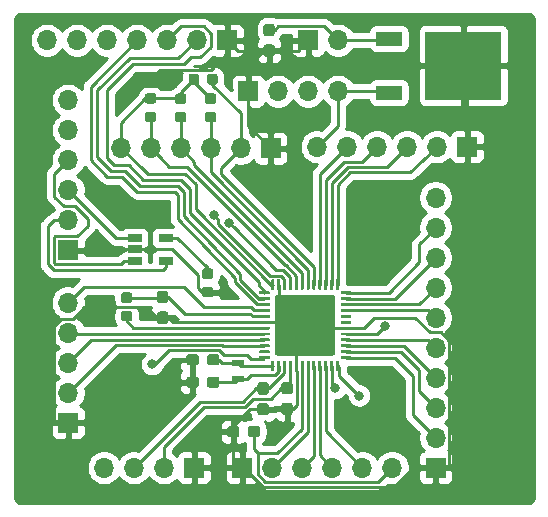
<source format=gbr>
G04 #@! TF.GenerationSoftware,KiCad,Pcbnew,5.1.5*
G04 #@! TF.CreationDate,2020-05-24T16:04:19+02:00*
G04 #@! TF.ProjectId,ATSAML22GA18A_DevBoard,41545341-4d4c-4323-9247-413138415f44,rev?*
G04 #@! TF.SameCoordinates,Original*
G04 #@! TF.FileFunction,Copper,L1,Top*
G04 #@! TF.FilePolarity,Positive*
%FSLAX46Y46*%
G04 Gerber Fmt 4.6, Leading zero omitted, Abs format (unit mm)*
G04 Created by KiCad (PCBNEW 5.1.5) date 2020-05-24 16:04:19*
%MOMM*%
%LPD*%
G04 APERTURE LIST*
%ADD10C,0.100000*%
%ADD11R,1.700000X1.700000*%
%ADD12O,1.700000X1.700000*%
%ADD13R,1.220000X0.650000*%
%ADD14R,2.200000X1.200000*%
%ADD15R,6.400000X5.800000*%
%ADD16R,1.100000X0.600000*%
%ADD17C,0.800000*%
%ADD18C,0.250000*%
%ADD19C,0.254000*%
G04 APERTURE END LIST*
G04 #@! TA.AperFunction,SMDPad,CuDef*
D10*
G36*
X155708779Y-82562144D02*
G01*
X155731834Y-82565563D01*
X155754443Y-82571227D01*
X155776387Y-82579079D01*
X155797457Y-82589044D01*
X155817448Y-82601026D01*
X155836168Y-82614910D01*
X155853438Y-82630562D01*
X155869090Y-82647832D01*
X155882974Y-82666552D01*
X155894956Y-82686543D01*
X155904921Y-82707613D01*
X155912773Y-82729557D01*
X155918437Y-82752166D01*
X155921856Y-82775221D01*
X155923000Y-82798500D01*
X155923000Y-83373500D01*
X155921856Y-83396779D01*
X155918437Y-83419834D01*
X155912773Y-83442443D01*
X155904921Y-83464387D01*
X155894956Y-83485457D01*
X155882974Y-83505448D01*
X155869090Y-83524168D01*
X155853438Y-83541438D01*
X155836168Y-83557090D01*
X155817448Y-83570974D01*
X155797457Y-83582956D01*
X155776387Y-83592921D01*
X155754443Y-83600773D01*
X155731834Y-83606437D01*
X155708779Y-83609856D01*
X155685500Y-83611000D01*
X155210500Y-83611000D01*
X155187221Y-83609856D01*
X155164166Y-83606437D01*
X155141557Y-83600773D01*
X155119613Y-83592921D01*
X155098543Y-83582956D01*
X155078552Y-83570974D01*
X155059832Y-83557090D01*
X155042562Y-83541438D01*
X155026910Y-83524168D01*
X155013026Y-83505448D01*
X155001044Y-83485457D01*
X154991079Y-83464387D01*
X154983227Y-83442443D01*
X154977563Y-83419834D01*
X154974144Y-83396779D01*
X154973000Y-83373500D01*
X154973000Y-82798500D01*
X154974144Y-82775221D01*
X154977563Y-82752166D01*
X154983227Y-82729557D01*
X154991079Y-82707613D01*
X155001044Y-82686543D01*
X155013026Y-82666552D01*
X155026910Y-82647832D01*
X155042562Y-82630562D01*
X155059832Y-82614910D01*
X155078552Y-82601026D01*
X155098543Y-82589044D01*
X155119613Y-82579079D01*
X155141557Y-82571227D01*
X155164166Y-82565563D01*
X155187221Y-82562144D01*
X155210500Y-82561000D01*
X155685500Y-82561000D01*
X155708779Y-82562144D01*
G37*
G04 #@! TD.AperFunction*
G04 #@! TA.AperFunction,SMDPad,CuDef*
G36*
X155708779Y-84312144D02*
G01*
X155731834Y-84315563D01*
X155754443Y-84321227D01*
X155776387Y-84329079D01*
X155797457Y-84339044D01*
X155817448Y-84351026D01*
X155836168Y-84364910D01*
X155853438Y-84380562D01*
X155869090Y-84397832D01*
X155882974Y-84416552D01*
X155894956Y-84436543D01*
X155904921Y-84457613D01*
X155912773Y-84479557D01*
X155918437Y-84502166D01*
X155921856Y-84525221D01*
X155923000Y-84548500D01*
X155923000Y-85123500D01*
X155921856Y-85146779D01*
X155918437Y-85169834D01*
X155912773Y-85192443D01*
X155904921Y-85214387D01*
X155894956Y-85235457D01*
X155882974Y-85255448D01*
X155869090Y-85274168D01*
X155853438Y-85291438D01*
X155836168Y-85307090D01*
X155817448Y-85320974D01*
X155797457Y-85332956D01*
X155776387Y-85342921D01*
X155754443Y-85350773D01*
X155731834Y-85356437D01*
X155708779Y-85359856D01*
X155685500Y-85361000D01*
X155210500Y-85361000D01*
X155187221Y-85359856D01*
X155164166Y-85356437D01*
X155141557Y-85350773D01*
X155119613Y-85342921D01*
X155098543Y-85332956D01*
X155078552Y-85320974D01*
X155059832Y-85307090D01*
X155042562Y-85291438D01*
X155026910Y-85274168D01*
X155013026Y-85255448D01*
X155001044Y-85235457D01*
X154991079Y-85214387D01*
X154983227Y-85192443D01*
X154977563Y-85169834D01*
X154974144Y-85146779D01*
X154973000Y-85123500D01*
X154973000Y-84548500D01*
X154974144Y-84525221D01*
X154977563Y-84502166D01*
X154983227Y-84479557D01*
X154991079Y-84457613D01*
X155001044Y-84436543D01*
X155013026Y-84416552D01*
X155026910Y-84397832D01*
X155042562Y-84380562D01*
X155059832Y-84364910D01*
X155078552Y-84351026D01*
X155098543Y-84339044D01*
X155119613Y-84329079D01*
X155141557Y-84321227D01*
X155164166Y-84315563D01*
X155187221Y-84312144D01*
X155210500Y-84311000D01*
X155685500Y-84311000D01*
X155708779Y-84312144D01*
G37*
G04 #@! TD.AperFunction*
G04 #@! TA.AperFunction,SMDPad,CuDef*
G36*
X158298779Y-89823144D02*
G01*
X158321834Y-89826563D01*
X158344443Y-89832227D01*
X158366387Y-89840079D01*
X158387457Y-89850044D01*
X158407448Y-89862026D01*
X158426168Y-89875910D01*
X158443438Y-89891562D01*
X158459090Y-89908832D01*
X158472974Y-89927552D01*
X158484956Y-89947543D01*
X158494921Y-89968613D01*
X158502773Y-89990557D01*
X158508437Y-90013166D01*
X158511856Y-90036221D01*
X158513000Y-90059500D01*
X158513000Y-90534500D01*
X158511856Y-90557779D01*
X158508437Y-90580834D01*
X158502773Y-90603443D01*
X158494921Y-90625387D01*
X158484956Y-90646457D01*
X158472974Y-90666448D01*
X158459090Y-90685168D01*
X158443438Y-90702438D01*
X158426168Y-90718090D01*
X158407448Y-90731974D01*
X158387457Y-90743956D01*
X158366387Y-90753921D01*
X158344443Y-90761773D01*
X158321834Y-90767437D01*
X158298779Y-90770856D01*
X158275500Y-90772000D01*
X157700500Y-90772000D01*
X157677221Y-90770856D01*
X157654166Y-90767437D01*
X157631557Y-90761773D01*
X157609613Y-90753921D01*
X157588543Y-90743956D01*
X157568552Y-90731974D01*
X157549832Y-90718090D01*
X157532562Y-90702438D01*
X157516910Y-90685168D01*
X157503026Y-90666448D01*
X157491044Y-90646457D01*
X157481079Y-90625387D01*
X157473227Y-90603443D01*
X157467563Y-90580834D01*
X157464144Y-90557779D01*
X157463000Y-90534500D01*
X157463000Y-90059500D01*
X157464144Y-90036221D01*
X157467563Y-90013166D01*
X157473227Y-89990557D01*
X157481079Y-89968613D01*
X157491044Y-89947543D01*
X157503026Y-89927552D01*
X157516910Y-89908832D01*
X157532562Y-89891562D01*
X157549832Y-89875910D01*
X157568552Y-89862026D01*
X157588543Y-89850044D01*
X157609613Y-89840079D01*
X157631557Y-89832227D01*
X157654166Y-89826563D01*
X157677221Y-89823144D01*
X157700500Y-89822000D01*
X158275500Y-89822000D01*
X158298779Y-89823144D01*
G37*
G04 #@! TD.AperFunction*
G04 #@! TA.AperFunction,SMDPad,CuDef*
G36*
X160048779Y-89823144D02*
G01*
X160071834Y-89826563D01*
X160094443Y-89832227D01*
X160116387Y-89840079D01*
X160137457Y-89850044D01*
X160157448Y-89862026D01*
X160176168Y-89875910D01*
X160193438Y-89891562D01*
X160209090Y-89908832D01*
X160222974Y-89927552D01*
X160234956Y-89947543D01*
X160244921Y-89968613D01*
X160252773Y-89990557D01*
X160258437Y-90013166D01*
X160261856Y-90036221D01*
X160263000Y-90059500D01*
X160263000Y-90534500D01*
X160261856Y-90557779D01*
X160258437Y-90580834D01*
X160252773Y-90603443D01*
X160244921Y-90625387D01*
X160234956Y-90646457D01*
X160222974Y-90666448D01*
X160209090Y-90685168D01*
X160193438Y-90702438D01*
X160176168Y-90718090D01*
X160157448Y-90731974D01*
X160137457Y-90743956D01*
X160116387Y-90753921D01*
X160094443Y-90761773D01*
X160071834Y-90767437D01*
X160048779Y-90770856D01*
X160025500Y-90772000D01*
X159450500Y-90772000D01*
X159427221Y-90770856D01*
X159404166Y-90767437D01*
X159381557Y-90761773D01*
X159359613Y-90753921D01*
X159338543Y-90743956D01*
X159318552Y-90731974D01*
X159299832Y-90718090D01*
X159282562Y-90702438D01*
X159266910Y-90685168D01*
X159253026Y-90666448D01*
X159241044Y-90646457D01*
X159231079Y-90625387D01*
X159223227Y-90603443D01*
X159217563Y-90580834D01*
X159214144Y-90557779D01*
X159213000Y-90534500D01*
X159213000Y-90059500D01*
X159214144Y-90036221D01*
X159217563Y-90013166D01*
X159223227Y-89990557D01*
X159231079Y-89968613D01*
X159241044Y-89947543D01*
X159253026Y-89927552D01*
X159266910Y-89908832D01*
X159282562Y-89891562D01*
X159299832Y-89875910D01*
X159318552Y-89862026D01*
X159338543Y-89850044D01*
X159359613Y-89840079D01*
X159381557Y-89832227D01*
X159404166Y-89826563D01*
X159427221Y-89823144D01*
X159450500Y-89822000D01*
X160025500Y-89822000D01*
X160048779Y-89823144D01*
G37*
G04 #@! TD.AperFunction*
G04 #@! TA.AperFunction,SMDPad,CuDef*
G36*
X160048779Y-87918144D02*
G01*
X160071834Y-87921563D01*
X160094443Y-87927227D01*
X160116387Y-87935079D01*
X160137457Y-87945044D01*
X160157448Y-87957026D01*
X160176168Y-87970910D01*
X160193438Y-87986562D01*
X160209090Y-88003832D01*
X160222974Y-88022552D01*
X160234956Y-88042543D01*
X160244921Y-88063613D01*
X160252773Y-88085557D01*
X160258437Y-88108166D01*
X160261856Y-88131221D01*
X160263000Y-88154500D01*
X160263000Y-88629500D01*
X160261856Y-88652779D01*
X160258437Y-88675834D01*
X160252773Y-88698443D01*
X160244921Y-88720387D01*
X160234956Y-88741457D01*
X160222974Y-88761448D01*
X160209090Y-88780168D01*
X160193438Y-88797438D01*
X160176168Y-88813090D01*
X160157448Y-88826974D01*
X160137457Y-88838956D01*
X160116387Y-88848921D01*
X160094443Y-88856773D01*
X160071834Y-88862437D01*
X160048779Y-88865856D01*
X160025500Y-88867000D01*
X159450500Y-88867000D01*
X159427221Y-88865856D01*
X159404166Y-88862437D01*
X159381557Y-88856773D01*
X159359613Y-88848921D01*
X159338543Y-88838956D01*
X159318552Y-88826974D01*
X159299832Y-88813090D01*
X159282562Y-88797438D01*
X159266910Y-88780168D01*
X159253026Y-88761448D01*
X159241044Y-88741457D01*
X159231079Y-88720387D01*
X159223227Y-88698443D01*
X159217563Y-88675834D01*
X159214144Y-88652779D01*
X159213000Y-88629500D01*
X159213000Y-88154500D01*
X159214144Y-88131221D01*
X159217563Y-88108166D01*
X159223227Y-88085557D01*
X159231079Y-88063613D01*
X159241044Y-88042543D01*
X159253026Y-88022552D01*
X159266910Y-88003832D01*
X159282562Y-87986562D01*
X159299832Y-87970910D01*
X159318552Y-87957026D01*
X159338543Y-87945044D01*
X159359613Y-87935079D01*
X159381557Y-87927227D01*
X159404166Y-87921563D01*
X159427221Y-87918144D01*
X159450500Y-87917000D01*
X160025500Y-87917000D01*
X160048779Y-87918144D01*
G37*
G04 #@! TD.AperFunction*
G04 #@! TA.AperFunction,SMDPad,CuDef*
G36*
X158298779Y-87918144D02*
G01*
X158321834Y-87921563D01*
X158344443Y-87927227D01*
X158366387Y-87935079D01*
X158387457Y-87945044D01*
X158407448Y-87957026D01*
X158426168Y-87970910D01*
X158443438Y-87986562D01*
X158459090Y-88003832D01*
X158472974Y-88022552D01*
X158484956Y-88042543D01*
X158494921Y-88063613D01*
X158502773Y-88085557D01*
X158508437Y-88108166D01*
X158511856Y-88131221D01*
X158513000Y-88154500D01*
X158513000Y-88629500D01*
X158511856Y-88652779D01*
X158508437Y-88675834D01*
X158502773Y-88698443D01*
X158494921Y-88720387D01*
X158484956Y-88741457D01*
X158472974Y-88761448D01*
X158459090Y-88780168D01*
X158443438Y-88797438D01*
X158426168Y-88813090D01*
X158407448Y-88826974D01*
X158387457Y-88838956D01*
X158366387Y-88848921D01*
X158344443Y-88856773D01*
X158321834Y-88862437D01*
X158298779Y-88865856D01*
X158275500Y-88867000D01*
X157700500Y-88867000D01*
X157677221Y-88865856D01*
X157654166Y-88862437D01*
X157631557Y-88856773D01*
X157609613Y-88848921D01*
X157588543Y-88838956D01*
X157568552Y-88826974D01*
X157549832Y-88813090D01*
X157532562Y-88797438D01*
X157516910Y-88780168D01*
X157503026Y-88761448D01*
X157491044Y-88741457D01*
X157481079Y-88720387D01*
X157473227Y-88698443D01*
X157467563Y-88675834D01*
X157464144Y-88652779D01*
X157463000Y-88629500D01*
X157463000Y-88154500D01*
X157464144Y-88131221D01*
X157467563Y-88108166D01*
X157473227Y-88085557D01*
X157481079Y-88063613D01*
X157491044Y-88042543D01*
X157503026Y-88022552D01*
X157516910Y-88003832D01*
X157532562Y-87986562D01*
X157549832Y-87970910D01*
X157568552Y-87957026D01*
X157588543Y-87945044D01*
X157609613Y-87935079D01*
X157631557Y-87927227D01*
X157654166Y-87921563D01*
X157677221Y-87918144D01*
X157700500Y-87917000D01*
X158275500Y-87917000D01*
X158298779Y-87918144D01*
G37*
G04 #@! TD.AperFunction*
G04 #@! TA.AperFunction,SMDPad,CuDef*
G36*
X164217779Y-92059144D02*
G01*
X164240834Y-92062563D01*
X164263443Y-92068227D01*
X164285387Y-92076079D01*
X164306457Y-92086044D01*
X164326448Y-92098026D01*
X164345168Y-92111910D01*
X164362438Y-92127562D01*
X164378090Y-92144832D01*
X164391974Y-92163552D01*
X164403956Y-92183543D01*
X164413921Y-92204613D01*
X164421773Y-92226557D01*
X164427437Y-92249166D01*
X164430856Y-92272221D01*
X164432000Y-92295500D01*
X164432000Y-92870500D01*
X164430856Y-92893779D01*
X164427437Y-92916834D01*
X164421773Y-92939443D01*
X164413921Y-92961387D01*
X164403956Y-92982457D01*
X164391974Y-93002448D01*
X164378090Y-93021168D01*
X164362438Y-93038438D01*
X164345168Y-93054090D01*
X164326448Y-93067974D01*
X164306457Y-93079956D01*
X164285387Y-93089921D01*
X164263443Y-93097773D01*
X164240834Y-93103437D01*
X164217779Y-93106856D01*
X164194500Y-93108000D01*
X163719500Y-93108000D01*
X163696221Y-93106856D01*
X163673166Y-93103437D01*
X163650557Y-93097773D01*
X163628613Y-93089921D01*
X163607543Y-93079956D01*
X163587552Y-93067974D01*
X163568832Y-93054090D01*
X163551562Y-93038438D01*
X163535910Y-93021168D01*
X163522026Y-93002448D01*
X163510044Y-92982457D01*
X163500079Y-92961387D01*
X163492227Y-92939443D01*
X163486563Y-92916834D01*
X163483144Y-92893779D01*
X163482000Y-92870500D01*
X163482000Y-92295500D01*
X163483144Y-92272221D01*
X163486563Y-92249166D01*
X163492227Y-92226557D01*
X163500079Y-92204613D01*
X163510044Y-92183543D01*
X163522026Y-92163552D01*
X163535910Y-92144832D01*
X163551562Y-92127562D01*
X163568832Y-92111910D01*
X163587552Y-92098026D01*
X163607543Y-92086044D01*
X163628613Y-92076079D01*
X163650557Y-92068227D01*
X163673166Y-92062563D01*
X163696221Y-92059144D01*
X163719500Y-92058000D01*
X164194500Y-92058000D01*
X164217779Y-92059144D01*
G37*
G04 #@! TD.AperFunction*
G04 #@! TA.AperFunction,SMDPad,CuDef*
G36*
X164217779Y-90309144D02*
G01*
X164240834Y-90312563D01*
X164263443Y-90318227D01*
X164285387Y-90326079D01*
X164306457Y-90336044D01*
X164326448Y-90348026D01*
X164345168Y-90361910D01*
X164362438Y-90377562D01*
X164378090Y-90394832D01*
X164391974Y-90413552D01*
X164403956Y-90433543D01*
X164413921Y-90454613D01*
X164421773Y-90476557D01*
X164427437Y-90499166D01*
X164430856Y-90522221D01*
X164432000Y-90545500D01*
X164432000Y-91120500D01*
X164430856Y-91143779D01*
X164427437Y-91166834D01*
X164421773Y-91189443D01*
X164413921Y-91211387D01*
X164403956Y-91232457D01*
X164391974Y-91252448D01*
X164378090Y-91271168D01*
X164362438Y-91288438D01*
X164345168Y-91304090D01*
X164326448Y-91317974D01*
X164306457Y-91329956D01*
X164285387Y-91339921D01*
X164263443Y-91347773D01*
X164240834Y-91353437D01*
X164217779Y-91356856D01*
X164194500Y-91358000D01*
X163719500Y-91358000D01*
X163696221Y-91356856D01*
X163673166Y-91353437D01*
X163650557Y-91347773D01*
X163628613Y-91339921D01*
X163607543Y-91329956D01*
X163587552Y-91317974D01*
X163568832Y-91304090D01*
X163551562Y-91288438D01*
X163535910Y-91271168D01*
X163522026Y-91252448D01*
X163510044Y-91232457D01*
X163500079Y-91211387D01*
X163492227Y-91189443D01*
X163486563Y-91166834D01*
X163483144Y-91143779D01*
X163482000Y-91120500D01*
X163482000Y-90545500D01*
X163483144Y-90522221D01*
X163486563Y-90499166D01*
X163492227Y-90476557D01*
X163500079Y-90454613D01*
X163510044Y-90433543D01*
X163522026Y-90413552D01*
X163535910Y-90394832D01*
X163551562Y-90377562D01*
X163568832Y-90361910D01*
X163587552Y-90348026D01*
X163607543Y-90336044D01*
X163628613Y-90326079D01*
X163650557Y-90318227D01*
X163673166Y-90312563D01*
X163696221Y-90309144D01*
X163719500Y-90308000D01*
X164194500Y-90308000D01*
X164217779Y-90309144D01*
G37*
G04 #@! TD.AperFunction*
G04 #@! TA.AperFunction,SMDPad,CuDef*
G36*
X166249779Y-90281144D02*
G01*
X166272834Y-90284563D01*
X166295443Y-90290227D01*
X166317387Y-90298079D01*
X166338457Y-90308044D01*
X166358448Y-90320026D01*
X166377168Y-90333910D01*
X166394438Y-90349562D01*
X166410090Y-90366832D01*
X166423974Y-90385552D01*
X166435956Y-90405543D01*
X166445921Y-90426613D01*
X166453773Y-90448557D01*
X166459437Y-90471166D01*
X166462856Y-90494221D01*
X166464000Y-90517500D01*
X166464000Y-91092500D01*
X166462856Y-91115779D01*
X166459437Y-91138834D01*
X166453773Y-91161443D01*
X166445921Y-91183387D01*
X166435956Y-91204457D01*
X166423974Y-91224448D01*
X166410090Y-91243168D01*
X166394438Y-91260438D01*
X166377168Y-91276090D01*
X166358448Y-91289974D01*
X166338457Y-91301956D01*
X166317387Y-91311921D01*
X166295443Y-91319773D01*
X166272834Y-91325437D01*
X166249779Y-91328856D01*
X166226500Y-91330000D01*
X165751500Y-91330000D01*
X165728221Y-91328856D01*
X165705166Y-91325437D01*
X165682557Y-91319773D01*
X165660613Y-91311921D01*
X165639543Y-91301956D01*
X165619552Y-91289974D01*
X165600832Y-91276090D01*
X165583562Y-91260438D01*
X165567910Y-91243168D01*
X165554026Y-91224448D01*
X165542044Y-91204457D01*
X165532079Y-91183387D01*
X165524227Y-91161443D01*
X165518563Y-91138834D01*
X165515144Y-91115779D01*
X165514000Y-91092500D01*
X165514000Y-90517500D01*
X165515144Y-90494221D01*
X165518563Y-90471166D01*
X165524227Y-90448557D01*
X165532079Y-90426613D01*
X165542044Y-90405543D01*
X165554026Y-90385552D01*
X165567910Y-90366832D01*
X165583562Y-90349562D01*
X165600832Y-90333910D01*
X165619552Y-90320026D01*
X165639543Y-90308044D01*
X165660613Y-90298079D01*
X165682557Y-90290227D01*
X165705166Y-90284563D01*
X165728221Y-90281144D01*
X165751500Y-90280000D01*
X166226500Y-90280000D01*
X166249779Y-90281144D01*
G37*
G04 #@! TD.AperFunction*
G04 #@! TA.AperFunction,SMDPad,CuDef*
G36*
X166249779Y-92031144D02*
G01*
X166272834Y-92034563D01*
X166295443Y-92040227D01*
X166317387Y-92048079D01*
X166338457Y-92058044D01*
X166358448Y-92070026D01*
X166377168Y-92083910D01*
X166394438Y-92099562D01*
X166410090Y-92116832D01*
X166423974Y-92135552D01*
X166435956Y-92155543D01*
X166445921Y-92176613D01*
X166453773Y-92198557D01*
X166459437Y-92221166D01*
X166462856Y-92244221D01*
X166464000Y-92267500D01*
X166464000Y-92842500D01*
X166462856Y-92865779D01*
X166459437Y-92888834D01*
X166453773Y-92911443D01*
X166445921Y-92933387D01*
X166435956Y-92954457D01*
X166423974Y-92974448D01*
X166410090Y-92993168D01*
X166394438Y-93010438D01*
X166377168Y-93026090D01*
X166358448Y-93039974D01*
X166338457Y-93051956D01*
X166317387Y-93061921D01*
X166295443Y-93069773D01*
X166272834Y-93075437D01*
X166249779Y-93078856D01*
X166226500Y-93080000D01*
X165751500Y-93080000D01*
X165728221Y-93078856D01*
X165705166Y-93075437D01*
X165682557Y-93069773D01*
X165660613Y-93061921D01*
X165639543Y-93051956D01*
X165619552Y-93039974D01*
X165600832Y-93026090D01*
X165583562Y-93010438D01*
X165567910Y-92993168D01*
X165554026Y-92974448D01*
X165542044Y-92954457D01*
X165532079Y-92933387D01*
X165524227Y-92911443D01*
X165518563Y-92888834D01*
X165515144Y-92865779D01*
X165514000Y-92842500D01*
X165514000Y-92267500D01*
X165515144Y-92244221D01*
X165518563Y-92221166D01*
X165524227Y-92198557D01*
X165532079Y-92176613D01*
X165542044Y-92155543D01*
X165554026Y-92135552D01*
X165567910Y-92116832D01*
X165583562Y-92099562D01*
X165600832Y-92083910D01*
X165619552Y-92070026D01*
X165639543Y-92058044D01*
X165660613Y-92048079D01*
X165682557Y-92040227D01*
X165705166Y-92034563D01*
X165728221Y-92031144D01*
X165751500Y-92030000D01*
X166226500Y-92030000D01*
X166249779Y-92031144D01*
G37*
G04 #@! TD.AperFunction*
G04 #@! TA.AperFunction,SMDPad,CuDef*
G36*
X164725779Y-61706144D02*
G01*
X164748834Y-61709563D01*
X164771443Y-61715227D01*
X164793387Y-61723079D01*
X164814457Y-61733044D01*
X164834448Y-61745026D01*
X164853168Y-61758910D01*
X164870438Y-61774562D01*
X164886090Y-61791832D01*
X164899974Y-61810552D01*
X164911956Y-61830543D01*
X164921921Y-61851613D01*
X164929773Y-61873557D01*
X164935437Y-61896166D01*
X164938856Y-61919221D01*
X164940000Y-61942500D01*
X164940000Y-62517500D01*
X164938856Y-62540779D01*
X164935437Y-62563834D01*
X164929773Y-62586443D01*
X164921921Y-62608387D01*
X164911956Y-62629457D01*
X164899974Y-62649448D01*
X164886090Y-62668168D01*
X164870438Y-62685438D01*
X164853168Y-62701090D01*
X164834448Y-62714974D01*
X164814457Y-62726956D01*
X164793387Y-62736921D01*
X164771443Y-62744773D01*
X164748834Y-62750437D01*
X164725779Y-62753856D01*
X164702500Y-62755000D01*
X164227500Y-62755000D01*
X164204221Y-62753856D01*
X164181166Y-62750437D01*
X164158557Y-62744773D01*
X164136613Y-62736921D01*
X164115543Y-62726956D01*
X164095552Y-62714974D01*
X164076832Y-62701090D01*
X164059562Y-62685438D01*
X164043910Y-62668168D01*
X164030026Y-62649448D01*
X164018044Y-62629457D01*
X164008079Y-62608387D01*
X164000227Y-62586443D01*
X163994563Y-62563834D01*
X163991144Y-62540779D01*
X163990000Y-62517500D01*
X163990000Y-61942500D01*
X163991144Y-61919221D01*
X163994563Y-61896166D01*
X164000227Y-61873557D01*
X164008079Y-61851613D01*
X164018044Y-61830543D01*
X164030026Y-61810552D01*
X164043910Y-61791832D01*
X164059562Y-61774562D01*
X164076832Y-61758910D01*
X164095552Y-61745026D01*
X164115543Y-61733044D01*
X164136613Y-61723079D01*
X164158557Y-61715227D01*
X164181166Y-61709563D01*
X164204221Y-61706144D01*
X164227500Y-61705000D01*
X164702500Y-61705000D01*
X164725779Y-61706144D01*
G37*
G04 #@! TD.AperFunction*
G04 #@! TA.AperFunction,SMDPad,CuDef*
G36*
X164725779Y-59956144D02*
G01*
X164748834Y-59959563D01*
X164771443Y-59965227D01*
X164793387Y-59973079D01*
X164814457Y-59983044D01*
X164834448Y-59995026D01*
X164853168Y-60008910D01*
X164870438Y-60024562D01*
X164886090Y-60041832D01*
X164899974Y-60060552D01*
X164911956Y-60080543D01*
X164921921Y-60101613D01*
X164929773Y-60123557D01*
X164935437Y-60146166D01*
X164938856Y-60169221D01*
X164940000Y-60192500D01*
X164940000Y-60767500D01*
X164938856Y-60790779D01*
X164935437Y-60813834D01*
X164929773Y-60836443D01*
X164921921Y-60858387D01*
X164911956Y-60879457D01*
X164899974Y-60899448D01*
X164886090Y-60918168D01*
X164870438Y-60935438D01*
X164853168Y-60951090D01*
X164834448Y-60964974D01*
X164814457Y-60976956D01*
X164793387Y-60986921D01*
X164771443Y-60994773D01*
X164748834Y-61000437D01*
X164725779Y-61003856D01*
X164702500Y-61005000D01*
X164227500Y-61005000D01*
X164204221Y-61003856D01*
X164181166Y-61000437D01*
X164158557Y-60994773D01*
X164136613Y-60986921D01*
X164115543Y-60976956D01*
X164095552Y-60964974D01*
X164076832Y-60951090D01*
X164059562Y-60935438D01*
X164043910Y-60918168D01*
X164030026Y-60899448D01*
X164018044Y-60879457D01*
X164008079Y-60858387D01*
X164000227Y-60836443D01*
X163994563Y-60813834D01*
X163991144Y-60790779D01*
X163990000Y-60767500D01*
X163990000Y-60192500D01*
X163991144Y-60169221D01*
X163994563Y-60146166D01*
X164000227Y-60123557D01*
X164008079Y-60101613D01*
X164018044Y-60080543D01*
X164030026Y-60060552D01*
X164043910Y-60041832D01*
X164059562Y-60024562D01*
X164076832Y-60008910D01*
X164095552Y-59995026D01*
X164115543Y-59983044D01*
X164136613Y-59973079D01*
X164158557Y-59965227D01*
X164181166Y-59959563D01*
X164204221Y-59956144D01*
X164227500Y-59955000D01*
X164702500Y-59955000D01*
X164725779Y-59956144D01*
G37*
G04 #@! TD.AperFunction*
G04 #@! TA.AperFunction,SMDPad,CuDef*
G36*
X163491779Y-94014144D02*
G01*
X163514834Y-94017563D01*
X163537443Y-94023227D01*
X163559387Y-94031079D01*
X163580457Y-94041044D01*
X163600448Y-94053026D01*
X163619168Y-94066910D01*
X163636438Y-94082562D01*
X163652090Y-94099832D01*
X163665974Y-94118552D01*
X163677956Y-94138543D01*
X163687921Y-94159613D01*
X163695773Y-94181557D01*
X163701437Y-94204166D01*
X163704856Y-94227221D01*
X163706000Y-94250500D01*
X163706000Y-94725500D01*
X163704856Y-94748779D01*
X163701437Y-94771834D01*
X163695773Y-94794443D01*
X163687921Y-94816387D01*
X163677956Y-94837457D01*
X163665974Y-94857448D01*
X163652090Y-94876168D01*
X163636438Y-94893438D01*
X163619168Y-94909090D01*
X163600448Y-94922974D01*
X163580457Y-94934956D01*
X163559387Y-94944921D01*
X163537443Y-94952773D01*
X163514834Y-94958437D01*
X163491779Y-94961856D01*
X163468500Y-94963000D01*
X162893500Y-94963000D01*
X162870221Y-94961856D01*
X162847166Y-94958437D01*
X162824557Y-94952773D01*
X162802613Y-94944921D01*
X162781543Y-94934956D01*
X162761552Y-94922974D01*
X162742832Y-94909090D01*
X162725562Y-94893438D01*
X162709910Y-94876168D01*
X162696026Y-94857448D01*
X162684044Y-94837457D01*
X162674079Y-94816387D01*
X162666227Y-94794443D01*
X162660563Y-94771834D01*
X162657144Y-94748779D01*
X162656000Y-94725500D01*
X162656000Y-94250500D01*
X162657144Y-94227221D01*
X162660563Y-94204166D01*
X162666227Y-94181557D01*
X162674079Y-94159613D01*
X162684044Y-94138543D01*
X162696026Y-94118552D01*
X162709910Y-94099832D01*
X162725562Y-94082562D01*
X162742832Y-94066910D01*
X162761552Y-94053026D01*
X162781543Y-94041044D01*
X162802613Y-94031079D01*
X162824557Y-94023227D01*
X162847166Y-94017563D01*
X162870221Y-94014144D01*
X162893500Y-94013000D01*
X163468500Y-94013000D01*
X163491779Y-94014144D01*
G37*
G04 #@! TD.AperFunction*
G04 #@! TA.AperFunction,SMDPad,CuDef*
G36*
X161741779Y-94014144D02*
G01*
X161764834Y-94017563D01*
X161787443Y-94023227D01*
X161809387Y-94031079D01*
X161830457Y-94041044D01*
X161850448Y-94053026D01*
X161869168Y-94066910D01*
X161886438Y-94082562D01*
X161902090Y-94099832D01*
X161915974Y-94118552D01*
X161927956Y-94138543D01*
X161937921Y-94159613D01*
X161945773Y-94181557D01*
X161951437Y-94204166D01*
X161954856Y-94227221D01*
X161956000Y-94250500D01*
X161956000Y-94725500D01*
X161954856Y-94748779D01*
X161951437Y-94771834D01*
X161945773Y-94794443D01*
X161937921Y-94816387D01*
X161927956Y-94837457D01*
X161915974Y-94857448D01*
X161902090Y-94876168D01*
X161886438Y-94893438D01*
X161869168Y-94909090D01*
X161850448Y-94922974D01*
X161830457Y-94934956D01*
X161809387Y-94944921D01*
X161787443Y-94952773D01*
X161764834Y-94958437D01*
X161741779Y-94961856D01*
X161718500Y-94963000D01*
X161143500Y-94963000D01*
X161120221Y-94961856D01*
X161097166Y-94958437D01*
X161074557Y-94952773D01*
X161052613Y-94944921D01*
X161031543Y-94934956D01*
X161011552Y-94922974D01*
X160992832Y-94909090D01*
X160975562Y-94893438D01*
X160959910Y-94876168D01*
X160946026Y-94857448D01*
X160934044Y-94837457D01*
X160924079Y-94816387D01*
X160916227Y-94794443D01*
X160910563Y-94771834D01*
X160907144Y-94748779D01*
X160906000Y-94725500D01*
X160906000Y-94250500D01*
X160907144Y-94227221D01*
X160910563Y-94204166D01*
X160916227Y-94181557D01*
X160924079Y-94159613D01*
X160934044Y-94138543D01*
X160946026Y-94118552D01*
X160959910Y-94099832D01*
X160975562Y-94082562D01*
X160992832Y-94066910D01*
X161011552Y-94053026D01*
X161031543Y-94041044D01*
X161052613Y-94031079D01*
X161074557Y-94023227D01*
X161097166Y-94017563D01*
X161120221Y-94014144D01*
X161143500Y-94013000D01*
X161718500Y-94013000D01*
X161741779Y-94014144D01*
G37*
G04 #@! TD.AperFunction*
D11*
X147447000Y-93726000D03*
D12*
X147447000Y-91186000D03*
X147447000Y-88646000D03*
X147447000Y-86106000D03*
X147447000Y-83566000D03*
X150495000Y-97536000D03*
X153035000Y-97536000D03*
X155575000Y-97536000D03*
D11*
X158115000Y-97536000D03*
X160909000Y-61341000D03*
D12*
X158369000Y-61341000D03*
X155829000Y-61341000D03*
X153289000Y-61341000D03*
X150749000Y-61341000D03*
X148209000Y-61341000D03*
X145669000Y-61341000D03*
D11*
X162179000Y-97536000D03*
D12*
X164719000Y-97536000D03*
X167259000Y-97536000D03*
X169799000Y-97536000D03*
X172339000Y-97536000D03*
X174879000Y-97536000D03*
D11*
X178562000Y-97536000D03*
D12*
X178562000Y-94996000D03*
X178562000Y-92456000D03*
X178562000Y-89916000D03*
X178562000Y-87376000D03*
X178562000Y-84836000D03*
X178562000Y-82296000D03*
X178562000Y-79756000D03*
X178562000Y-77216000D03*
X178562000Y-74676000D03*
X147447000Y-66421000D03*
X147447000Y-68961000D03*
X147447000Y-71501000D03*
X147447000Y-74041000D03*
X147447000Y-76581000D03*
D11*
X147447000Y-79121000D03*
X164592000Y-70485000D03*
D12*
X162052000Y-70485000D03*
X159512000Y-70485000D03*
X156972000Y-70485000D03*
X154432000Y-70485000D03*
X151892000Y-70485000D03*
X168529000Y-70358000D03*
X171069000Y-70358000D03*
X173609000Y-70358000D03*
X176149000Y-70358000D03*
X178689000Y-70358000D03*
D11*
X181229000Y-70358000D03*
X162687000Y-65659000D03*
D12*
X165227000Y-65659000D03*
X167767000Y-65659000D03*
X170307000Y-65659000D03*
X170307000Y-61341000D03*
D11*
X167767000Y-61341000D03*
G04 #@! TA.AperFunction,SMDPad,CuDef*
D10*
G36*
X152677691Y-84272553D02*
G01*
X152698926Y-84275703D01*
X152719750Y-84280919D01*
X152739962Y-84288151D01*
X152759368Y-84297330D01*
X152777781Y-84308366D01*
X152795024Y-84321154D01*
X152810930Y-84335570D01*
X152825346Y-84351476D01*
X152838134Y-84368719D01*
X152849170Y-84387132D01*
X152858349Y-84406538D01*
X152865581Y-84426750D01*
X152870797Y-84447574D01*
X152873947Y-84468809D01*
X152875000Y-84490250D01*
X152875000Y-84927750D01*
X152873947Y-84949191D01*
X152870797Y-84970426D01*
X152865581Y-84991250D01*
X152858349Y-85011462D01*
X152849170Y-85030868D01*
X152838134Y-85049281D01*
X152825346Y-85066524D01*
X152810930Y-85082430D01*
X152795024Y-85096846D01*
X152777781Y-85109634D01*
X152759368Y-85120670D01*
X152739962Y-85129849D01*
X152719750Y-85137081D01*
X152698926Y-85142297D01*
X152677691Y-85145447D01*
X152656250Y-85146500D01*
X152143750Y-85146500D01*
X152122309Y-85145447D01*
X152101074Y-85142297D01*
X152080250Y-85137081D01*
X152060038Y-85129849D01*
X152040632Y-85120670D01*
X152022219Y-85109634D01*
X152004976Y-85096846D01*
X151989070Y-85082430D01*
X151974654Y-85066524D01*
X151961866Y-85049281D01*
X151950830Y-85030868D01*
X151941651Y-85011462D01*
X151934419Y-84991250D01*
X151929203Y-84970426D01*
X151926053Y-84949191D01*
X151925000Y-84927750D01*
X151925000Y-84490250D01*
X151926053Y-84468809D01*
X151929203Y-84447574D01*
X151934419Y-84426750D01*
X151941651Y-84406538D01*
X151950830Y-84387132D01*
X151961866Y-84368719D01*
X151974654Y-84351476D01*
X151989070Y-84335570D01*
X152004976Y-84321154D01*
X152022219Y-84308366D01*
X152040632Y-84297330D01*
X152060038Y-84288151D01*
X152080250Y-84280919D01*
X152101074Y-84275703D01*
X152122309Y-84272553D01*
X152143750Y-84271500D01*
X152656250Y-84271500D01*
X152677691Y-84272553D01*
G37*
G04 #@! TD.AperFunction*
G04 #@! TA.AperFunction,SMDPad,CuDef*
G36*
X152677691Y-82697553D02*
G01*
X152698926Y-82700703D01*
X152719750Y-82705919D01*
X152739962Y-82713151D01*
X152759368Y-82722330D01*
X152777781Y-82733366D01*
X152795024Y-82746154D01*
X152810930Y-82760570D01*
X152825346Y-82776476D01*
X152838134Y-82793719D01*
X152849170Y-82812132D01*
X152858349Y-82831538D01*
X152865581Y-82851750D01*
X152870797Y-82872574D01*
X152873947Y-82893809D01*
X152875000Y-82915250D01*
X152875000Y-83352750D01*
X152873947Y-83374191D01*
X152870797Y-83395426D01*
X152865581Y-83416250D01*
X152858349Y-83436462D01*
X152849170Y-83455868D01*
X152838134Y-83474281D01*
X152825346Y-83491524D01*
X152810930Y-83507430D01*
X152795024Y-83521846D01*
X152777781Y-83534634D01*
X152759368Y-83545670D01*
X152739962Y-83554849D01*
X152719750Y-83562081D01*
X152698926Y-83567297D01*
X152677691Y-83570447D01*
X152656250Y-83571500D01*
X152143750Y-83571500D01*
X152122309Y-83570447D01*
X152101074Y-83567297D01*
X152080250Y-83562081D01*
X152060038Y-83554849D01*
X152040632Y-83545670D01*
X152022219Y-83534634D01*
X152004976Y-83521846D01*
X151989070Y-83507430D01*
X151974654Y-83491524D01*
X151961866Y-83474281D01*
X151950830Y-83455868D01*
X151941651Y-83436462D01*
X151934419Y-83416250D01*
X151929203Y-83395426D01*
X151926053Y-83374191D01*
X151925000Y-83352750D01*
X151925000Y-82915250D01*
X151926053Y-82893809D01*
X151929203Y-82872574D01*
X151934419Y-82851750D01*
X151941651Y-82831538D01*
X151950830Y-82812132D01*
X151961866Y-82793719D01*
X151974654Y-82776476D01*
X151989070Y-82760570D01*
X152004976Y-82746154D01*
X152022219Y-82733366D01*
X152040632Y-82722330D01*
X152060038Y-82713151D01*
X152080250Y-82705919D01*
X152101074Y-82700703D01*
X152122309Y-82697553D01*
X152143750Y-82696500D01*
X152656250Y-82696500D01*
X152677691Y-82697553D01*
G37*
G04 #@! TD.AperFunction*
G04 #@! TA.AperFunction,SMDPad,CuDef*
G36*
X159535691Y-80665553D02*
G01*
X159556926Y-80668703D01*
X159577750Y-80673919D01*
X159597962Y-80681151D01*
X159617368Y-80690330D01*
X159635781Y-80701366D01*
X159653024Y-80714154D01*
X159668930Y-80728570D01*
X159683346Y-80744476D01*
X159696134Y-80761719D01*
X159707170Y-80780132D01*
X159716349Y-80799538D01*
X159723581Y-80819750D01*
X159728797Y-80840574D01*
X159731947Y-80861809D01*
X159733000Y-80883250D01*
X159733000Y-81320750D01*
X159731947Y-81342191D01*
X159728797Y-81363426D01*
X159723581Y-81384250D01*
X159716349Y-81404462D01*
X159707170Y-81423868D01*
X159696134Y-81442281D01*
X159683346Y-81459524D01*
X159668930Y-81475430D01*
X159653024Y-81489846D01*
X159635781Y-81502634D01*
X159617368Y-81513670D01*
X159597962Y-81522849D01*
X159577750Y-81530081D01*
X159556926Y-81535297D01*
X159535691Y-81538447D01*
X159514250Y-81539500D01*
X159001750Y-81539500D01*
X158980309Y-81538447D01*
X158959074Y-81535297D01*
X158938250Y-81530081D01*
X158918038Y-81522849D01*
X158898632Y-81513670D01*
X158880219Y-81502634D01*
X158862976Y-81489846D01*
X158847070Y-81475430D01*
X158832654Y-81459524D01*
X158819866Y-81442281D01*
X158808830Y-81423868D01*
X158799651Y-81404462D01*
X158792419Y-81384250D01*
X158787203Y-81363426D01*
X158784053Y-81342191D01*
X158783000Y-81320750D01*
X158783000Y-80883250D01*
X158784053Y-80861809D01*
X158787203Y-80840574D01*
X158792419Y-80819750D01*
X158799651Y-80799538D01*
X158808830Y-80780132D01*
X158819866Y-80761719D01*
X158832654Y-80744476D01*
X158847070Y-80728570D01*
X158862976Y-80714154D01*
X158880219Y-80701366D01*
X158898632Y-80690330D01*
X158918038Y-80681151D01*
X158938250Y-80673919D01*
X158959074Y-80668703D01*
X158980309Y-80665553D01*
X159001750Y-80664500D01*
X159514250Y-80664500D01*
X159535691Y-80665553D01*
G37*
G04 #@! TD.AperFunction*
G04 #@! TA.AperFunction,SMDPad,CuDef*
G36*
X159535691Y-82240553D02*
G01*
X159556926Y-82243703D01*
X159577750Y-82248919D01*
X159597962Y-82256151D01*
X159617368Y-82265330D01*
X159635781Y-82276366D01*
X159653024Y-82289154D01*
X159668930Y-82303570D01*
X159683346Y-82319476D01*
X159696134Y-82336719D01*
X159707170Y-82355132D01*
X159716349Y-82374538D01*
X159723581Y-82394750D01*
X159728797Y-82415574D01*
X159731947Y-82436809D01*
X159733000Y-82458250D01*
X159733000Y-82895750D01*
X159731947Y-82917191D01*
X159728797Y-82938426D01*
X159723581Y-82959250D01*
X159716349Y-82979462D01*
X159707170Y-82998868D01*
X159696134Y-83017281D01*
X159683346Y-83034524D01*
X159668930Y-83050430D01*
X159653024Y-83064846D01*
X159635781Y-83077634D01*
X159617368Y-83088670D01*
X159597962Y-83097849D01*
X159577750Y-83105081D01*
X159556926Y-83110297D01*
X159535691Y-83113447D01*
X159514250Y-83114500D01*
X159001750Y-83114500D01*
X158980309Y-83113447D01*
X158959074Y-83110297D01*
X158938250Y-83105081D01*
X158918038Y-83097849D01*
X158898632Y-83088670D01*
X158880219Y-83077634D01*
X158862976Y-83064846D01*
X158847070Y-83050430D01*
X158832654Y-83034524D01*
X158819866Y-83017281D01*
X158808830Y-82998868D01*
X158799651Y-82979462D01*
X158792419Y-82959250D01*
X158787203Y-82938426D01*
X158784053Y-82917191D01*
X158783000Y-82895750D01*
X158783000Y-82458250D01*
X158784053Y-82436809D01*
X158787203Y-82415574D01*
X158792419Y-82394750D01*
X158799651Y-82374538D01*
X158808830Y-82355132D01*
X158819866Y-82336719D01*
X158832654Y-82319476D01*
X158847070Y-82303570D01*
X158862976Y-82289154D01*
X158880219Y-82276366D01*
X158898632Y-82265330D01*
X158918038Y-82256151D01*
X158938250Y-82248919D01*
X158959074Y-82243703D01*
X158980309Y-82240553D01*
X159001750Y-82239500D01*
X159514250Y-82239500D01*
X159535691Y-82240553D01*
G37*
G04 #@! TD.AperFunction*
G04 #@! TA.AperFunction,SMDPad,CuDef*
G36*
X158329691Y-64169053D02*
G01*
X158350926Y-64172203D01*
X158371750Y-64177419D01*
X158391962Y-64184651D01*
X158411368Y-64193830D01*
X158429781Y-64204866D01*
X158447024Y-64217654D01*
X158462930Y-64232070D01*
X158477346Y-64247976D01*
X158490134Y-64265219D01*
X158501170Y-64283632D01*
X158510349Y-64303038D01*
X158517581Y-64323250D01*
X158522797Y-64344074D01*
X158525947Y-64365309D01*
X158527000Y-64386750D01*
X158527000Y-64899250D01*
X158525947Y-64920691D01*
X158522797Y-64941926D01*
X158517581Y-64962750D01*
X158510349Y-64982962D01*
X158501170Y-65002368D01*
X158490134Y-65020781D01*
X158477346Y-65038024D01*
X158462930Y-65053930D01*
X158447024Y-65068346D01*
X158429781Y-65081134D01*
X158411368Y-65092170D01*
X158391962Y-65101349D01*
X158371750Y-65108581D01*
X158350926Y-65113797D01*
X158329691Y-65116947D01*
X158308250Y-65118000D01*
X157870750Y-65118000D01*
X157849309Y-65116947D01*
X157828074Y-65113797D01*
X157807250Y-65108581D01*
X157787038Y-65101349D01*
X157767632Y-65092170D01*
X157749219Y-65081134D01*
X157731976Y-65068346D01*
X157716070Y-65053930D01*
X157701654Y-65038024D01*
X157688866Y-65020781D01*
X157677830Y-65002368D01*
X157668651Y-64982962D01*
X157661419Y-64962750D01*
X157656203Y-64941926D01*
X157653053Y-64920691D01*
X157652000Y-64899250D01*
X157652000Y-64386750D01*
X157653053Y-64365309D01*
X157656203Y-64344074D01*
X157661419Y-64323250D01*
X157668651Y-64303038D01*
X157677830Y-64283632D01*
X157688866Y-64265219D01*
X157701654Y-64247976D01*
X157716070Y-64232070D01*
X157731976Y-64217654D01*
X157749219Y-64204866D01*
X157767632Y-64193830D01*
X157787038Y-64184651D01*
X157807250Y-64177419D01*
X157828074Y-64172203D01*
X157849309Y-64169053D01*
X157870750Y-64168000D01*
X158308250Y-64168000D01*
X158329691Y-64169053D01*
G37*
G04 #@! TD.AperFunction*
G04 #@! TA.AperFunction,SMDPad,CuDef*
G36*
X159904691Y-64169053D02*
G01*
X159925926Y-64172203D01*
X159946750Y-64177419D01*
X159966962Y-64184651D01*
X159986368Y-64193830D01*
X160004781Y-64204866D01*
X160022024Y-64217654D01*
X160037930Y-64232070D01*
X160052346Y-64247976D01*
X160065134Y-64265219D01*
X160076170Y-64283632D01*
X160085349Y-64303038D01*
X160092581Y-64323250D01*
X160097797Y-64344074D01*
X160100947Y-64365309D01*
X160102000Y-64386750D01*
X160102000Y-64899250D01*
X160100947Y-64920691D01*
X160097797Y-64941926D01*
X160092581Y-64962750D01*
X160085349Y-64982962D01*
X160076170Y-65002368D01*
X160065134Y-65020781D01*
X160052346Y-65038024D01*
X160037930Y-65053930D01*
X160022024Y-65068346D01*
X160004781Y-65081134D01*
X159986368Y-65092170D01*
X159966962Y-65101349D01*
X159946750Y-65108581D01*
X159925926Y-65113797D01*
X159904691Y-65116947D01*
X159883250Y-65118000D01*
X159445750Y-65118000D01*
X159424309Y-65116947D01*
X159403074Y-65113797D01*
X159382250Y-65108581D01*
X159362038Y-65101349D01*
X159342632Y-65092170D01*
X159324219Y-65081134D01*
X159306976Y-65068346D01*
X159291070Y-65053930D01*
X159276654Y-65038024D01*
X159263866Y-65020781D01*
X159252830Y-65002368D01*
X159243651Y-64982962D01*
X159236419Y-64962750D01*
X159231203Y-64941926D01*
X159228053Y-64920691D01*
X159227000Y-64899250D01*
X159227000Y-64386750D01*
X159228053Y-64365309D01*
X159231203Y-64344074D01*
X159236419Y-64323250D01*
X159243651Y-64303038D01*
X159252830Y-64283632D01*
X159263866Y-64265219D01*
X159276654Y-64247976D01*
X159291070Y-64232070D01*
X159306976Y-64217654D01*
X159324219Y-64204866D01*
X159342632Y-64193830D01*
X159362038Y-64184651D01*
X159382250Y-64177419D01*
X159403074Y-64172203D01*
X159424309Y-64169053D01*
X159445750Y-64168000D01*
X159883250Y-64168000D01*
X159904691Y-64169053D01*
G37*
G04 #@! TD.AperFunction*
G04 #@! TA.AperFunction,SMDPad,CuDef*
G36*
X159789691Y-67432553D02*
G01*
X159810926Y-67435703D01*
X159831750Y-67440919D01*
X159851962Y-67448151D01*
X159871368Y-67457330D01*
X159889781Y-67468366D01*
X159907024Y-67481154D01*
X159922930Y-67495570D01*
X159937346Y-67511476D01*
X159950134Y-67528719D01*
X159961170Y-67547132D01*
X159970349Y-67566538D01*
X159977581Y-67586750D01*
X159982797Y-67607574D01*
X159985947Y-67628809D01*
X159987000Y-67650250D01*
X159987000Y-68087750D01*
X159985947Y-68109191D01*
X159982797Y-68130426D01*
X159977581Y-68151250D01*
X159970349Y-68171462D01*
X159961170Y-68190868D01*
X159950134Y-68209281D01*
X159937346Y-68226524D01*
X159922930Y-68242430D01*
X159907024Y-68256846D01*
X159889781Y-68269634D01*
X159871368Y-68280670D01*
X159851962Y-68289849D01*
X159831750Y-68297081D01*
X159810926Y-68302297D01*
X159789691Y-68305447D01*
X159768250Y-68306500D01*
X159255750Y-68306500D01*
X159234309Y-68305447D01*
X159213074Y-68302297D01*
X159192250Y-68297081D01*
X159172038Y-68289849D01*
X159152632Y-68280670D01*
X159134219Y-68269634D01*
X159116976Y-68256846D01*
X159101070Y-68242430D01*
X159086654Y-68226524D01*
X159073866Y-68209281D01*
X159062830Y-68190868D01*
X159053651Y-68171462D01*
X159046419Y-68151250D01*
X159041203Y-68130426D01*
X159038053Y-68109191D01*
X159037000Y-68087750D01*
X159037000Y-67650250D01*
X159038053Y-67628809D01*
X159041203Y-67607574D01*
X159046419Y-67586750D01*
X159053651Y-67566538D01*
X159062830Y-67547132D01*
X159073866Y-67528719D01*
X159086654Y-67511476D01*
X159101070Y-67495570D01*
X159116976Y-67481154D01*
X159134219Y-67468366D01*
X159152632Y-67457330D01*
X159172038Y-67448151D01*
X159192250Y-67440919D01*
X159213074Y-67435703D01*
X159234309Y-67432553D01*
X159255750Y-67431500D01*
X159768250Y-67431500D01*
X159789691Y-67432553D01*
G37*
G04 #@! TD.AperFunction*
G04 #@! TA.AperFunction,SMDPad,CuDef*
G36*
X159789691Y-65857553D02*
G01*
X159810926Y-65860703D01*
X159831750Y-65865919D01*
X159851962Y-65873151D01*
X159871368Y-65882330D01*
X159889781Y-65893366D01*
X159907024Y-65906154D01*
X159922930Y-65920570D01*
X159937346Y-65936476D01*
X159950134Y-65953719D01*
X159961170Y-65972132D01*
X159970349Y-65991538D01*
X159977581Y-66011750D01*
X159982797Y-66032574D01*
X159985947Y-66053809D01*
X159987000Y-66075250D01*
X159987000Y-66512750D01*
X159985947Y-66534191D01*
X159982797Y-66555426D01*
X159977581Y-66576250D01*
X159970349Y-66596462D01*
X159961170Y-66615868D01*
X159950134Y-66634281D01*
X159937346Y-66651524D01*
X159922930Y-66667430D01*
X159907024Y-66681846D01*
X159889781Y-66694634D01*
X159871368Y-66705670D01*
X159851962Y-66714849D01*
X159831750Y-66722081D01*
X159810926Y-66727297D01*
X159789691Y-66730447D01*
X159768250Y-66731500D01*
X159255750Y-66731500D01*
X159234309Y-66730447D01*
X159213074Y-66727297D01*
X159192250Y-66722081D01*
X159172038Y-66714849D01*
X159152632Y-66705670D01*
X159134219Y-66694634D01*
X159116976Y-66681846D01*
X159101070Y-66667430D01*
X159086654Y-66651524D01*
X159073866Y-66634281D01*
X159062830Y-66615868D01*
X159053651Y-66596462D01*
X159046419Y-66576250D01*
X159041203Y-66555426D01*
X159038053Y-66534191D01*
X159037000Y-66512750D01*
X159037000Y-66075250D01*
X159038053Y-66053809D01*
X159041203Y-66032574D01*
X159046419Y-66011750D01*
X159053651Y-65991538D01*
X159062830Y-65972132D01*
X159073866Y-65953719D01*
X159086654Y-65936476D01*
X159101070Y-65920570D01*
X159116976Y-65906154D01*
X159134219Y-65893366D01*
X159152632Y-65882330D01*
X159172038Y-65873151D01*
X159192250Y-65865919D01*
X159213074Y-65860703D01*
X159234309Y-65857553D01*
X159255750Y-65856500D01*
X159768250Y-65856500D01*
X159789691Y-65857553D01*
G37*
G04 #@! TD.AperFunction*
G04 #@! TA.AperFunction,SMDPad,CuDef*
G36*
X157249691Y-65857553D02*
G01*
X157270926Y-65860703D01*
X157291750Y-65865919D01*
X157311962Y-65873151D01*
X157331368Y-65882330D01*
X157349781Y-65893366D01*
X157367024Y-65906154D01*
X157382930Y-65920570D01*
X157397346Y-65936476D01*
X157410134Y-65953719D01*
X157421170Y-65972132D01*
X157430349Y-65991538D01*
X157437581Y-66011750D01*
X157442797Y-66032574D01*
X157445947Y-66053809D01*
X157447000Y-66075250D01*
X157447000Y-66512750D01*
X157445947Y-66534191D01*
X157442797Y-66555426D01*
X157437581Y-66576250D01*
X157430349Y-66596462D01*
X157421170Y-66615868D01*
X157410134Y-66634281D01*
X157397346Y-66651524D01*
X157382930Y-66667430D01*
X157367024Y-66681846D01*
X157349781Y-66694634D01*
X157331368Y-66705670D01*
X157311962Y-66714849D01*
X157291750Y-66722081D01*
X157270926Y-66727297D01*
X157249691Y-66730447D01*
X157228250Y-66731500D01*
X156715750Y-66731500D01*
X156694309Y-66730447D01*
X156673074Y-66727297D01*
X156652250Y-66722081D01*
X156632038Y-66714849D01*
X156612632Y-66705670D01*
X156594219Y-66694634D01*
X156576976Y-66681846D01*
X156561070Y-66667430D01*
X156546654Y-66651524D01*
X156533866Y-66634281D01*
X156522830Y-66615868D01*
X156513651Y-66596462D01*
X156506419Y-66576250D01*
X156501203Y-66555426D01*
X156498053Y-66534191D01*
X156497000Y-66512750D01*
X156497000Y-66075250D01*
X156498053Y-66053809D01*
X156501203Y-66032574D01*
X156506419Y-66011750D01*
X156513651Y-65991538D01*
X156522830Y-65972132D01*
X156533866Y-65953719D01*
X156546654Y-65936476D01*
X156561070Y-65920570D01*
X156576976Y-65906154D01*
X156594219Y-65893366D01*
X156612632Y-65882330D01*
X156632038Y-65873151D01*
X156652250Y-65865919D01*
X156673074Y-65860703D01*
X156694309Y-65857553D01*
X156715750Y-65856500D01*
X157228250Y-65856500D01*
X157249691Y-65857553D01*
G37*
G04 #@! TD.AperFunction*
G04 #@! TA.AperFunction,SMDPad,CuDef*
G36*
X157249691Y-67432553D02*
G01*
X157270926Y-67435703D01*
X157291750Y-67440919D01*
X157311962Y-67448151D01*
X157331368Y-67457330D01*
X157349781Y-67468366D01*
X157367024Y-67481154D01*
X157382930Y-67495570D01*
X157397346Y-67511476D01*
X157410134Y-67528719D01*
X157421170Y-67547132D01*
X157430349Y-67566538D01*
X157437581Y-67586750D01*
X157442797Y-67607574D01*
X157445947Y-67628809D01*
X157447000Y-67650250D01*
X157447000Y-68087750D01*
X157445947Y-68109191D01*
X157442797Y-68130426D01*
X157437581Y-68151250D01*
X157430349Y-68171462D01*
X157421170Y-68190868D01*
X157410134Y-68209281D01*
X157397346Y-68226524D01*
X157382930Y-68242430D01*
X157367024Y-68256846D01*
X157349781Y-68269634D01*
X157331368Y-68280670D01*
X157311962Y-68289849D01*
X157291750Y-68297081D01*
X157270926Y-68302297D01*
X157249691Y-68305447D01*
X157228250Y-68306500D01*
X156715750Y-68306500D01*
X156694309Y-68305447D01*
X156673074Y-68302297D01*
X156652250Y-68297081D01*
X156632038Y-68289849D01*
X156612632Y-68280670D01*
X156594219Y-68269634D01*
X156576976Y-68256846D01*
X156561070Y-68242430D01*
X156546654Y-68226524D01*
X156533866Y-68209281D01*
X156522830Y-68190868D01*
X156513651Y-68171462D01*
X156506419Y-68151250D01*
X156501203Y-68130426D01*
X156498053Y-68109191D01*
X156497000Y-68087750D01*
X156497000Y-67650250D01*
X156498053Y-67628809D01*
X156501203Y-67607574D01*
X156506419Y-67586750D01*
X156513651Y-67566538D01*
X156522830Y-67547132D01*
X156533866Y-67528719D01*
X156546654Y-67511476D01*
X156561070Y-67495570D01*
X156576976Y-67481154D01*
X156594219Y-67468366D01*
X156612632Y-67457330D01*
X156632038Y-67448151D01*
X156652250Y-67440919D01*
X156673074Y-67435703D01*
X156694309Y-67432553D01*
X156715750Y-67431500D01*
X157228250Y-67431500D01*
X157249691Y-67432553D01*
G37*
G04 #@! TD.AperFunction*
G04 #@! TA.AperFunction,SMDPad,CuDef*
G36*
X154709691Y-67407053D02*
G01*
X154730926Y-67410203D01*
X154751750Y-67415419D01*
X154771962Y-67422651D01*
X154791368Y-67431830D01*
X154809781Y-67442866D01*
X154827024Y-67455654D01*
X154842930Y-67470070D01*
X154857346Y-67485976D01*
X154870134Y-67503219D01*
X154881170Y-67521632D01*
X154890349Y-67541038D01*
X154897581Y-67561250D01*
X154902797Y-67582074D01*
X154905947Y-67603309D01*
X154907000Y-67624750D01*
X154907000Y-68062250D01*
X154905947Y-68083691D01*
X154902797Y-68104926D01*
X154897581Y-68125750D01*
X154890349Y-68145962D01*
X154881170Y-68165368D01*
X154870134Y-68183781D01*
X154857346Y-68201024D01*
X154842930Y-68216930D01*
X154827024Y-68231346D01*
X154809781Y-68244134D01*
X154791368Y-68255170D01*
X154771962Y-68264349D01*
X154751750Y-68271581D01*
X154730926Y-68276797D01*
X154709691Y-68279947D01*
X154688250Y-68281000D01*
X154175750Y-68281000D01*
X154154309Y-68279947D01*
X154133074Y-68276797D01*
X154112250Y-68271581D01*
X154092038Y-68264349D01*
X154072632Y-68255170D01*
X154054219Y-68244134D01*
X154036976Y-68231346D01*
X154021070Y-68216930D01*
X154006654Y-68201024D01*
X153993866Y-68183781D01*
X153982830Y-68165368D01*
X153973651Y-68145962D01*
X153966419Y-68125750D01*
X153961203Y-68104926D01*
X153958053Y-68083691D01*
X153957000Y-68062250D01*
X153957000Y-67624750D01*
X153958053Y-67603309D01*
X153961203Y-67582074D01*
X153966419Y-67561250D01*
X153973651Y-67541038D01*
X153982830Y-67521632D01*
X153993866Y-67503219D01*
X154006654Y-67485976D01*
X154021070Y-67470070D01*
X154036976Y-67455654D01*
X154054219Y-67442866D01*
X154072632Y-67431830D01*
X154092038Y-67422651D01*
X154112250Y-67415419D01*
X154133074Y-67410203D01*
X154154309Y-67407053D01*
X154175750Y-67406000D01*
X154688250Y-67406000D01*
X154709691Y-67407053D01*
G37*
G04 #@! TD.AperFunction*
G04 #@! TA.AperFunction,SMDPad,CuDef*
G36*
X154709691Y-65832053D02*
G01*
X154730926Y-65835203D01*
X154751750Y-65840419D01*
X154771962Y-65847651D01*
X154791368Y-65856830D01*
X154809781Y-65867866D01*
X154827024Y-65880654D01*
X154842930Y-65895070D01*
X154857346Y-65910976D01*
X154870134Y-65928219D01*
X154881170Y-65946632D01*
X154890349Y-65966038D01*
X154897581Y-65986250D01*
X154902797Y-66007074D01*
X154905947Y-66028309D01*
X154907000Y-66049750D01*
X154907000Y-66487250D01*
X154905947Y-66508691D01*
X154902797Y-66529926D01*
X154897581Y-66550750D01*
X154890349Y-66570962D01*
X154881170Y-66590368D01*
X154870134Y-66608781D01*
X154857346Y-66626024D01*
X154842930Y-66641930D01*
X154827024Y-66656346D01*
X154809781Y-66669134D01*
X154791368Y-66680170D01*
X154771962Y-66689349D01*
X154751750Y-66696581D01*
X154730926Y-66701797D01*
X154709691Y-66704947D01*
X154688250Y-66706000D01*
X154175750Y-66706000D01*
X154154309Y-66704947D01*
X154133074Y-66701797D01*
X154112250Y-66696581D01*
X154092038Y-66689349D01*
X154072632Y-66680170D01*
X154054219Y-66669134D01*
X154036976Y-66656346D01*
X154021070Y-66641930D01*
X154006654Y-66626024D01*
X153993866Y-66608781D01*
X153982830Y-66590368D01*
X153973651Y-66570962D01*
X153966419Y-66550750D01*
X153961203Y-66529926D01*
X153958053Y-66508691D01*
X153957000Y-66487250D01*
X153957000Y-66049750D01*
X153958053Y-66028309D01*
X153961203Y-66007074D01*
X153966419Y-65986250D01*
X153973651Y-65966038D01*
X153982830Y-65946632D01*
X153993866Y-65928219D01*
X154006654Y-65910976D01*
X154021070Y-65895070D01*
X154036976Y-65880654D01*
X154054219Y-65867866D01*
X154072632Y-65856830D01*
X154092038Y-65847651D01*
X154112250Y-65840419D01*
X154133074Y-65835203D01*
X154154309Y-65832053D01*
X154175750Y-65831000D01*
X154688250Y-65831000D01*
X154709691Y-65832053D01*
G37*
G04 #@! TD.AperFunction*
G04 #@! TA.AperFunction,SMDPad,CuDef*
G36*
X169860385Y-82897215D02*
G01*
X169884881Y-82900849D01*
X169908903Y-82906866D01*
X169932220Y-82915209D01*
X169954607Y-82925797D01*
X169975848Y-82938529D01*
X169995739Y-82953281D01*
X170014088Y-82969912D01*
X170030719Y-82988261D01*
X170045471Y-83008152D01*
X170058203Y-83029393D01*
X170068791Y-83051780D01*
X170077134Y-83075097D01*
X170083151Y-83099119D01*
X170086785Y-83123615D01*
X170088000Y-83148350D01*
X170088000Y-87793650D01*
X170086785Y-87818385D01*
X170083151Y-87842881D01*
X170077134Y-87866903D01*
X170068791Y-87890220D01*
X170058203Y-87912607D01*
X170045471Y-87933848D01*
X170030719Y-87953739D01*
X170014088Y-87972088D01*
X169995739Y-87988719D01*
X169975848Y-88003471D01*
X169954607Y-88016203D01*
X169932220Y-88026791D01*
X169908903Y-88035134D01*
X169884881Y-88041151D01*
X169860385Y-88044785D01*
X169835650Y-88046000D01*
X165190350Y-88046000D01*
X165165615Y-88044785D01*
X165141119Y-88041151D01*
X165117097Y-88035134D01*
X165093780Y-88026791D01*
X165071393Y-88016203D01*
X165050152Y-88003471D01*
X165030261Y-87988719D01*
X165011912Y-87972088D01*
X164995281Y-87953739D01*
X164980529Y-87933848D01*
X164967797Y-87912607D01*
X164957209Y-87890220D01*
X164948866Y-87866903D01*
X164942849Y-87842881D01*
X164939215Y-87818385D01*
X164938000Y-87793650D01*
X164938000Y-83148350D01*
X164939215Y-83123615D01*
X164942849Y-83099119D01*
X164948866Y-83075097D01*
X164957209Y-83051780D01*
X164967797Y-83029393D01*
X164980529Y-83008152D01*
X164995281Y-82988261D01*
X165011912Y-82969912D01*
X165030261Y-82953281D01*
X165050152Y-82938529D01*
X165071393Y-82925797D01*
X165093780Y-82915209D01*
X165117097Y-82906866D01*
X165141119Y-82900849D01*
X165165615Y-82897215D01*
X165190350Y-82896000D01*
X169835650Y-82896000D01*
X169860385Y-82897215D01*
G37*
G04 #@! TD.AperFunction*
G04 #@! TA.AperFunction,SMDPad,CuDef*
G36*
X164831626Y-88471301D02*
G01*
X164837693Y-88472201D01*
X164843643Y-88473691D01*
X164849418Y-88475758D01*
X164854962Y-88478380D01*
X164860223Y-88481533D01*
X164865150Y-88485187D01*
X164869694Y-88489306D01*
X164873813Y-88493850D01*
X164877467Y-88498777D01*
X164880620Y-88504038D01*
X164883242Y-88509582D01*
X164885309Y-88515357D01*
X164886799Y-88521307D01*
X164887699Y-88527374D01*
X164888000Y-88533500D01*
X164888000Y-89283500D01*
X164887699Y-89289626D01*
X164886799Y-89295693D01*
X164885309Y-89301643D01*
X164883242Y-89307418D01*
X164880620Y-89312962D01*
X164877467Y-89318223D01*
X164873813Y-89323150D01*
X164869694Y-89327694D01*
X164865150Y-89331813D01*
X164860223Y-89335467D01*
X164854962Y-89338620D01*
X164849418Y-89341242D01*
X164843643Y-89343309D01*
X164837693Y-89344799D01*
X164831626Y-89345699D01*
X164825500Y-89346000D01*
X164700500Y-89346000D01*
X164694374Y-89345699D01*
X164688307Y-89344799D01*
X164682357Y-89343309D01*
X164676582Y-89341242D01*
X164671038Y-89338620D01*
X164665777Y-89335467D01*
X164660850Y-89331813D01*
X164656306Y-89327694D01*
X164652187Y-89323150D01*
X164648533Y-89318223D01*
X164645380Y-89312962D01*
X164642758Y-89307418D01*
X164640691Y-89301643D01*
X164639201Y-89295693D01*
X164638301Y-89289626D01*
X164638000Y-89283500D01*
X164638000Y-88533500D01*
X164638301Y-88527374D01*
X164639201Y-88521307D01*
X164640691Y-88515357D01*
X164642758Y-88509582D01*
X164645380Y-88504038D01*
X164648533Y-88498777D01*
X164652187Y-88493850D01*
X164656306Y-88489306D01*
X164660850Y-88485187D01*
X164665777Y-88481533D01*
X164671038Y-88478380D01*
X164676582Y-88475758D01*
X164682357Y-88473691D01*
X164688307Y-88472201D01*
X164694374Y-88471301D01*
X164700500Y-88471000D01*
X164825500Y-88471000D01*
X164831626Y-88471301D01*
G37*
G04 #@! TD.AperFunction*
G04 #@! TA.AperFunction,SMDPad,CuDef*
G36*
X165331626Y-88471301D02*
G01*
X165337693Y-88472201D01*
X165343643Y-88473691D01*
X165349418Y-88475758D01*
X165354962Y-88478380D01*
X165360223Y-88481533D01*
X165365150Y-88485187D01*
X165369694Y-88489306D01*
X165373813Y-88493850D01*
X165377467Y-88498777D01*
X165380620Y-88504038D01*
X165383242Y-88509582D01*
X165385309Y-88515357D01*
X165386799Y-88521307D01*
X165387699Y-88527374D01*
X165388000Y-88533500D01*
X165388000Y-89283500D01*
X165387699Y-89289626D01*
X165386799Y-89295693D01*
X165385309Y-89301643D01*
X165383242Y-89307418D01*
X165380620Y-89312962D01*
X165377467Y-89318223D01*
X165373813Y-89323150D01*
X165369694Y-89327694D01*
X165365150Y-89331813D01*
X165360223Y-89335467D01*
X165354962Y-89338620D01*
X165349418Y-89341242D01*
X165343643Y-89343309D01*
X165337693Y-89344799D01*
X165331626Y-89345699D01*
X165325500Y-89346000D01*
X165200500Y-89346000D01*
X165194374Y-89345699D01*
X165188307Y-89344799D01*
X165182357Y-89343309D01*
X165176582Y-89341242D01*
X165171038Y-89338620D01*
X165165777Y-89335467D01*
X165160850Y-89331813D01*
X165156306Y-89327694D01*
X165152187Y-89323150D01*
X165148533Y-89318223D01*
X165145380Y-89312962D01*
X165142758Y-89307418D01*
X165140691Y-89301643D01*
X165139201Y-89295693D01*
X165138301Y-89289626D01*
X165138000Y-89283500D01*
X165138000Y-88533500D01*
X165138301Y-88527374D01*
X165139201Y-88521307D01*
X165140691Y-88515357D01*
X165142758Y-88509582D01*
X165145380Y-88504038D01*
X165148533Y-88498777D01*
X165152187Y-88493850D01*
X165156306Y-88489306D01*
X165160850Y-88485187D01*
X165165777Y-88481533D01*
X165171038Y-88478380D01*
X165176582Y-88475758D01*
X165182357Y-88473691D01*
X165188307Y-88472201D01*
X165194374Y-88471301D01*
X165200500Y-88471000D01*
X165325500Y-88471000D01*
X165331626Y-88471301D01*
G37*
G04 #@! TD.AperFunction*
G04 #@! TA.AperFunction,SMDPad,CuDef*
G36*
X165831626Y-88471301D02*
G01*
X165837693Y-88472201D01*
X165843643Y-88473691D01*
X165849418Y-88475758D01*
X165854962Y-88478380D01*
X165860223Y-88481533D01*
X165865150Y-88485187D01*
X165869694Y-88489306D01*
X165873813Y-88493850D01*
X165877467Y-88498777D01*
X165880620Y-88504038D01*
X165883242Y-88509582D01*
X165885309Y-88515357D01*
X165886799Y-88521307D01*
X165887699Y-88527374D01*
X165888000Y-88533500D01*
X165888000Y-89283500D01*
X165887699Y-89289626D01*
X165886799Y-89295693D01*
X165885309Y-89301643D01*
X165883242Y-89307418D01*
X165880620Y-89312962D01*
X165877467Y-89318223D01*
X165873813Y-89323150D01*
X165869694Y-89327694D01*
X165865150Y-89331813D01*
X165860223Y-89335467D01*
X165854962Y-89338620D01*
X165849418Y-89341242D01*
X165843643Y-89343309D01*
X165837693Y-89344799D01*
X165831626Y-89345699D01*
X165825500Y-89346000D01*
X165700500Y-89346000D01*
X165694374Y-89345699D01*
X165688307Y-89344799D01*
X165682357Y-89343309D01*
X165676582Y-89341242D01*
X165671038Y-89338620D01*
X165665777Y-89335467D01*
X165660850Y-89331813D01*
X165656306Y-89327694D01*
X165652187Y-89323150D01*
X165648533Y-89318223D01*
X165645380Y-89312962D01*
X165642758Y-89307418D01*
X165640691Y-89301643D01*
X165639201Y-89295693D01*
X165638301Y-89289626D01*
X165638000Y-89283500D01*
X165638000Y-88533500D01*
X165638301Y-88527374D01*
X165639201Y-88521307D01*
X165640691Y-88515357D01*
X165642758Y-88509582D01*
X165645380Y-88504038D01*
X165648533Y-88498777D01*
X165652187Y-88493850D01*
X165656306Y-88489306D01*
X165660850Y-88485187D01*
X165665777Y-88481533D01*
X165671038Y-88478380D01*
X165676582Y-88475758D01*
X165682357Y-88473691D01*
X165688307Y-88472201D01*
X165694374Y-88471301D01*
X165700500Y-88471000D01*
X165825500Y-88471000D01*
X165831626Y-88471301D01*
G37*
G04 #@! TD.AperFunction*
G04 #@! TA.AperFunction,SMDPad,CuDef*
G36*
X166331626Y-88471301D02*
G01*
X166337693Y-88472201D01*
X166343643Y-88473691D01*
X166349418Y-88475758D01*
X166354962Y-88478380D01*
X166360223Y-88481533D01*
X166365150Y-88485187D01*
X166369694Y-88489306D01*
X166373813Y-88493850D01*
X166377467Y-88498777D01*
X166380620Y-88504038D01*
X166383242Y-88509582D01*
X166385309Y-88515357D01*
X166386799Y-88521307D01*
X166387699Y-88527374D01*
X166388000Y-88533500D01*
X166388000Y-89283500D01*
X166387699Y-89289626D01*
X166386799Y-89295693D01*
X166385309Y-89301643D01*
X166383242Y-89307418D01*
X166380620Y-89312962D01*
X166377467Y-89318223D01*
X166373813Y-89323150D01*
X166369694Y-89327694D01*
X166365150Y-89331813D01*
X166360223Y-89335467D01*
X166354962Y-89338620D01*
X166349418Y-89341242D01*
X166343643Y-89343309D01*
X166337693Y-89344799D01*
X166331626Y-89345699D01*
X166325500Y-89346000D01*
X166200500Y-89346000D01*
X166194374Y-89345699D01*
X166188307Y-89344799D01*
X166182357Y-89343309D01*
X166176582Y-89341242D01*
X166171038Y-89338620D01*
X166165777Y-89335467D01*
X166160850Y-89331813D01*
X166156306Y-89327694D01*
X166152187Y-89323150D01*
X166148533Y-89318223D01*
X166145380Y-89312962D01*
X166142758Y-89307418D01*
X166140691Y-89301643D01*
X166139201Y-89295693D01*
X166138301Y-89289626D01*
X166138000Y-89283500D01*
X166138000Y-88533500D01*
X166138301Y-88527374D01*
X166139201Y-88521307D01*
X166140691Y-88515357D01*
X166142758Y-88509582D01*
X166145380Y-88504038D01*
X166148533Y-88498777D01*
X166152187Y-88493850D01*
X166156306Y-88489306D01*
X166160850Y-88485187D01*
X166165777Y-88481533D01*
X166171038Y-88478380D01*
X166176582Y-88475758D01*
X166182357Y-88473691D01*
X166188307Y-88472201D01*
X166194374Y-88471301D01*
X166200500Y-88471000D01*
X166325500Y-88471000D01*
X166331626Y-88471301D01*
G37*
G04 #@! TD.AperFunction*
G04 #@! TA.AperFunction,SMDPad,CuDef*
G36*
X166831626Y-88471301D02*
G01*
X166837693Y-88472201D01*
X166843643Y-88473691D01*
X166849418Y-88475758D01*
X166854962Y-88478380D01*
X166860223Y-88481533D01*
X166865150Y-88485187D01*
X166869694Y-88489306D01*
X166873813Y-88493850D01*
X166877467Y-88498777D01*
X166880620Y-88504038D01*
X166883242Y-88509582D01*
X166885309Y-88515357D01*
X166886799Y-88521307D01*
X166887699Y-88527374D01*
X166888000Y-88533500D01*
X166888000Y-89283500D01*
X166887699Y-89289626D01*
X166886799Y-89295693D01*
X166885309Y-89301643D01*
X166883242Y-89307418D01*
X166880620Y-89312962D01*
X166877467Y-89318223D01*
X166873813Y-89323150D01*
X166869694Y-89327694D01*
X166865150Y-89331813D01*
X166860223Y-89335467D01*
X166854962Y-89338620D01*
X166849418Y-89341242D01*
X166843643Y-89343309D01*
X166837693Y-89344799D01*
X166831626Y-89345699D01*
X166825500Y-89346000D01*
X166700500Y-89346000D01*
X166694374Y-89345699D01*
X166688307Y-89344799D01*
X166682357Y-89343309D01*
X166676582Y-89341242D01*
X166671038Y-89338620D01*
X166665777Y-89335467D01*
X166660850Y-89331813D01*
X166656306Y-89327694D01*
X166652187Y-89323150D01*
X166648533Y-89318223D01*
X166645380Y-89312962D01*
X166642758Y-89307418D01*
X166640691Y-89301643D01*
X166639201Y-89295693D01*
X166638301Y-89289626D01*
X166638000Y-89283500D01*
X166638000Y-88533500D01*
X166638301Y-88527374D01*
X166639201Y-88521307D01*
X166640691Y-88515357D01*
X166642758Y-88509582D01*
X166645380Y-88504038D01*
X166648533Y-88498777D01*
X166652187Y-88493850D01*
X166656306Y-88489306D01*
X166660850Y-88485187D01*
X166665777Y-88481533D01*
X166671038Y-88478380D01*
X166676582Y-88475758D01*
X166682357Y-88473691D01*
X166688307Y-88472201D01*
X166694374Y-88471301D01*
X166700500Y-88471000D01*
X166825500Y-88471000D01*
X166831626Y-88471301D01*
G37*
G04 #@! TD.AperFunction*
G04 #@! TA.AperFunction,SMDPad,CuDef*
G36*
X167331626Y-88471301D02*
G01*
X167337693Y-88472201D01*
X167343643Y-88473691D01*
X167349418Y-88475758D01*
X167354962Y-88478380D01*
X167360223Y-88481533D01*
X167365150Y-88485187D01*
X167369694Y-88489306D01*
X167373813Y-88493850D01*
X167377467Y-88498777D01*
X167380620Y-88504038D01*
X167383242Y-88509582D01*
X167385309Y-88515357D01*
X167386799Y-88521307D01*
X167387699Y-88527374D01*
X167388000Y-88533500D01*
X167388000Y-89283500D01*
X167387699Y-89289626D01*
X167386799Y-89295693D01*
X167385309Y-89301643D01*
X167383242Y-89307418D01*
X167380620Y-89312962D01*
X167377467Y-89318223D01*
X167373813Y-89323150D01*
X167369694Y-89327694D01*
X167365150Y-89331813D01*
X167360223Y-89335467D01*
X167354962Y-89338620D01*
X167349418Y-89341242D01*
X167343643Y-89343309D01*
X167337693Y-89344799D01*
X167331626Y-89345699D01*
X167325500Y-89346000D01*
X167200500Y-89346000D01*
X167194374Y-89345699D01*
X167188307Y-89344799D01*
X167182357Y-89343309D01*
X167176582Y-89341242D01*
X167171038Y-89338620D01*
X167165777Y-89335467D01*
X167160850Y-89331813D01*
X167156306Y-89327694D01*
X167152187Y-89323150D01*
X167148533Y-89318223D01*
X167145380Y-89312962D01*
X167142758Y-89307418D01*
X167140691Y-89301643D01*
X167139201Y-89295693D01*
X167138301Y-89289626D01*
X167138000Y-89283500D01*
X167138000Y-88533500D01*
X167138301Y-88527374D01*
X167139201Y-88521307D01*
X167140691Y-88515357D01*
X167142758Y-88509582D01*
X167145380Y-88504038D01*
X167148533Y-88498777D01*
X167152187Y-88493850D01*
X167156306Y-88489306D01*
X167160850Y-88485187D01*
X167165777Y-88481533D01*
X167171038Y-88478380D01*
X167176582Y-88475758D01*
X167182357Y-88473691D01*
X167188307Y-88472201D01*
X167194374Y-88471301D01*
X167200500Y-88471000D01*
X167325500Y-88471000D01*
X167331626Y-88471301D01*
G37*
G04 #@! TD.AperFunction*
G04 #@! TA.AperFunction,SMDPad,CuDef*
G36*
X167831626Y-88471301D02*
G01*
X167837693Y-88472201D01*
X167843643Y-88473691D01*
X167849418Y-88475758D01*
X167854962Y-88478380D01*
X167860223Y-88481533D01*
X167865150Y-88485187D01*
X167869694Y-88489306D01*
X167873813Y-88493850D01*
X167877467Y-88498777D01*
X167880620Y-88504038D01*
X167883242Y-88509582D01*
X167885309Y-88515357D01*
X167886799Y-88521307D01*
X167887699Y-88527374D01*
X167888000Y-88533500D01*
X167888000Y-89283500D01*
X167887699Y-89289626D01*
X167886799Y-89295693D01*
X167885309Y-89301643D01*
X167883242Y-89307418D01*
X167880620Y-89312962D01*
X167877467Y-89318223D01*
X167873813Y-89323150D01*
X167869694Y-89327694D01*
X167865150Y-89331813D01*
X167860223Y-89335467D01*
X167854962Y-89338620D01*
X167849418Y-89341242D01*
X167843643Y-89343309D01*
X167837693Y-89344799D01*
X167831626Y-89345699D01*
X167825500Y-89346000D01*
X167700500Y-89346000D01*
X167694374Y-89345699D01*
X167688307Y-89344799D01*
X167682357Y-89343309D01*
X167676582Y-89341242D01*
X167671038Y-89338620D01*
X167665777Y-89335467D01*
X167660850Y-89331813D01*
X167656306Y-89327694D01*
X167652187Y-89323150D01*
X167648533Y-89318223D01*
X167645380Y-89312962D01*
X167642758Y-89307418D01*
X167640691Y-89301643D01*
X167639201Y-89295693D01*
X167638301Y-89289626D01*
X167638000Y-89283500D01*
X167638000Y-88533500D01*
X167638301Y-88527374D01*
X167639201Y-88521307D01*
X167640691Y-88515357D01*
X167642758Y-88509582D01*
X167645380Y-88504038D01*
X167648533Y-88498777D01*
X167652187Y-88493850D01*
X167656306Y-88489306D01*
X167660850Y-88485187D01*
X167665777Y-88481533D01*
X167671038Y-88478380D01*
X167676582Y-88475758D01*
X167682357Y-88473691D01*
X167688307Y-88472201D01*
X167694374Y-88471301D01*
X167700500Y-88471000D01*
X167825500Y-88471000D01*
X167831626Y-88471301D01*
G37*
G04 #@! TD.AperFunction*
G04 #@! TA.AperFunction,SMDPad,CuDef*
G36*
X168331626Y-88471301D02*
G01*
X168337693Y-88472201D01*
X168343643Y-88473691D01*
X168349418Y-88475758D01*
X168354962Y-88478380D01*
X168360223Y-88481533D01*
X168365150Y-88485187D01*
X168369694Y-88489306D01*
X168373813Y-88493850D01*
X168377467Y-88498777D01*
X168380620Y-88504038D01*
X168383242Y-88509582D01*
X168385309Y-88515357D01*
X168386799Y-88521307D01*
X168387699Y-88527374D01*
X168388000Y-88533500D01*
X168388000Y-89283500D01*
X168387699Y-89289626D01*
X168386799Y-89295693D01*
X168385309Y-89301643D01*
X168383242Y-89307418D01*
X168380620Y-89312962D01*
X168377467Y-89318223D01*
X168373813Y-89323150D01*
X168369694Y-89327694D01*
X168365150Y-89331813D01*
X168360223Y-89335467D01*
X168354962Y-89338620D01*
X168349418Y-89341242D01*
X168343643Y-89343309D01*
X168337693Y-89344799D01*
X168331626Y-89345699D01*
X168325500Y-89346000D01*
X168200500Y-89346000D01*
X168194374Y-89345699D01*
X168188307Y-89344799D01*
X168182357Y-89343309D01*
X168176582Y-89341242D01*
X168171038Y-89338620D01*
X168165777Y-89335467D01*
X168160850Y-89331813D01*
X168156306Y-89327694D01*
X168152187Y-89323150D01*
X168148533Y-89318223D01*
X168145380Y-89312962D01*
X168142758Y-89307418D01*
X168140691Y-89301643D01*
X168139201Y-89295693D01*
X168138301Y-89289626D01*
X168138000Y-89283500D01*
X168138000Y-88533500D01*
X168138301Y-88527374D01*
X168139201Y-88521307D01*
X168140691Y-88515357D01*
X168142758Y-88509582D01*
X168145380Y-88504038D01*
X168148533Y-88498777D01*
X168152187Y-88493850D01*
X168156306Y-88489306D01*
X168160850Y-88485187D01*
X168165777Y-88481533D01*
X168171038Y-88478380D01*
X168176582Y-88475758D01*
X168182357Y-88473691D01*
X168188307Y-88472201D01*
X168194374Y-88471301D01*
X168200500Y-88471000D01*
X168325500Y-88471000D01*
X168331626Y-88471301D01*
G37*
G04 #@! TD.AperFunction*
G04 #@! TA.AperFunction,SMDPad,CuDef*
G36*
X168831626Y-88471301D02*
G01*
X168837693Y-88472201D01*
X168843643Y-88473691D01*
X168849418Y-88475758D01*
X168854962Y-88478380D01*
X168860223Y-88481533D01*
X168865150Y-88485187D01*
X168869694Y-88489306D01*
X168873813Y-88493850D01*
X168877467Y-88498777D01*
X168880620Y-88504038D01*
X168883242Y-88509582D01*
X168885309Y-88515357D01*
X168886799Y-88521307D01*
X168887699Y-88527374D01*
X168888000Y-88533500D01*
X168888000Y-89283500D01*
X168887699Y-89289626D01*
X168886799Y-89295693D01*
X168885309Y-89301643D01*
X168883242Y-89307418D01*
X168880620Y-89312962D01*
X168877467Y-89318223D01*
X168873813Y-89323150D01*
X168869694Y-89327694D01*
X168865150Y-89331813D01*
X168860223Y-89335467D01*
X168854962Y-89338620D01*
X168849418Y-89341242D01*
X168843643Y-89343309D01*
X168837693Y-89344799D01*
X168831626Y-89345699D01*
X168825500Y-89346000D01*
X168700500Y-89346000D01*
X168694374Y-89345699D01*
X168688307Y-89344799D01*
X168682357Y-89343309D01*
X168676582Y-89341242D01*
X168671038Y-89338620D01*
X168665777Y-89335467D01*
X168660850Y-89331813D01*
X168656306Y-89327694D01*
X168652187Y-89323150D01*
X168648533Y-89318223D01*
X168645380Y-89312962D01*
X168642758Y-89307418D01*
X168640691Y-89301643D01*
X168639201Y-89295693D01*
X168638301Y-89289626D01*
X168638000Y-89283500D01*
X168638000Y-88533500D01*
X168638301Y-88527374D01*
X168639201Y-88521307D01*
X168640691Y-88515357D01*
X168642758Y-88509582D01*
X168645380Y-88504038D01*
X168648533Y-88498777D01*
X168652187Y-88493850D01*
X168656306Y-88489306D01*
X168660850Y-88485187D01*
X168665777Y-88481533D01*
X168671038Y-88478380D01*
X168676582Y-88475758D01*
X168682357Y-88473691D01*
X168688307Y-88472201D01*
X168694374Y-88471301D01*
X168700500Y-88471000D01*
X168825500Y-88471000D01*
X168831626Y-88471301D01*
G37*
G04 #@! TD.AperFunction*
G04 #@! TA.AperFunction,SMDPad,CuDef*
G36*
X169331626Y-88471301D02*
G01*
X169337693Y-88472201D01*
X169343643Y-88473691D01*
X169349418Y-88475758D01*
X169354962Y-88478380D01*
X169360223Y-88481533D01*
X169365150Y-88485187D01*
X169369694Y-88489306D01*
X169373813Y-88493850D01*
X169377467Y-88498777D01*
X169380620Y-88504038D01*
X169383242Y-88509582D01*
X169385309Y-88515357D01*
X169386799Y-88521307D01*
X169387699Y-88527374D01*
X169388000Y-88533500D01*
X169388000Y-89283500D01*
X169387699Y-89289626D01*
X169386799Y-89295693D01*
X169385309Y-89301643D01*
X169383242Y-89307418D01*
X169380620Y-89312962D01*
X169377467Y-89318223D01*
X169373813Y-89323150D01*
X169369694Y-89327694D01*
X169365150Y-89331813D01*
X169360223Y-89335467D01*
X169354962Y-89338620D01*
X169349418Y-89341242D01*
X169343643Y-89343309D01*
X169337693Y-89344799D01*
X169331626Y-89345699D01*
X169325500Y-89346000D01*
X169200500Y-89346000D01*
X169194374Y-89345699D01*
X169188307Y-89344799D01*
X169182357Y-89343309D01*
X169176582Y-89341242D01*
X169171038Y-89338620D01*
X169165777Y-89335467D01*
X169160850Y-89331813D01*
X169156306Y-89327694D01*
X169152187Y-89323150D01*
X169148533Y-89318223D01*
X169145380Y-89312962D01*
X169142758Y-89307418D01*
X169140691Y-89301643D01*
X169139201Y-89295693D01*
X169138301Y-89289626D01*
X169138000Y-89283500D01*
X169138000Y-88533500D01*
X169138301Y-88527374D01*
X169139201Y-88521307D01*
X169140691Y-88515357D01*
X169142758Y-88509582D01*
X169145380Y-88504038D01*
X169148533Y-88498777D01*
X169152187Y-88493850D01*
X169156306Y-88489306D01*
X169160850Y-88485187D01*
X169165777Y-88481533D01*
X169171038Y-88478380D01*
X169176582Y-88475758D01*
X169182357Y-88473691D01*
X169188307Y-88472201D01*
X169194374Y-88471301D01*
X169200500Y-88471000D01*
X169325500Y-88471000D01*
X169331626Y-88471301D01*
G37*
G04 #@! TD.AperFunction*
G04 #@! TA.AperFunction,SMDPad,CuDef*
G36*
X169831626Y-88471301D02*
G01*
X169837693Y-88472201D01*
X169843643Y-88473691D01*
X169849418Y-88475758D01*
X169854962Y-88478380D01*
X169860223Y-88481533D01*
X169865150Y-88485187D01*
X169869694Y-88489306D01*
X169873813Y-88493850D01*
X169877467Y-88498777D01*
X169880620Y-88504038D01*
X169883242Y-88509582D01*
X169885309Y-88515357D01*
X169886799Y-88521307D01*
X169887699Y-88527374D01*
X169888000Y-88533500D01*
X169888000Y-89283500D01*
X169887699Y-89289626D01*
X169886799Y-89295693D01*
X169885309Y-89301643D01*
X169883242Y-89307418D01*
X169880620Y-89312962D01*
X169877467Y-89318223D01*
X169873813Y-89323150D01*
X169869694Y-89327694D01*
X169865150Y-89331813D01*
X169860223Y-89335467D01*
X169854962Y-89338620D01*
X169849418Y-89341242D01*
X169843643Y-89343309D01*
X169837693Y-89344799D01*
X169831626Y-89345699D01*
X169825500Y-89346000D01*
X169700500Y-89346000D01*
X169694374Y-89345699D01*
X169688307Y-89344799D01*
X169682357Y-89343309D01*
X169676582Y-89341242D01*
X169671038Y-89338620D01*
X169665777Y-89335467D01*
X169660850Y-89331813D01*
X169656306Y-89327694D01*
X169652187Y-89323150D01*
X169648533Y-89318223D01*
X169645380Y-89312962D01*
X169642758Y-89307418D01*
X169640691Y-89301643D01*
X169639201Y-89295693D01*
X169638301Y-89289626D01*
X169638000Y-89283500D01*
X169638000Y-88533500D01*
X169638301Y-88527374D01*
X169639201Y-88521307D01*
X169640691Y-88515357D01*
X169642758Y-88509582D01*
X169645380Y-88504038D01*
X169648533Y-88498777D01*
X169652187Y-88493850D01*
X169656306Y-88489306D01*
X169660850Y-88485187D01*
X169665777Y-88481533D01*
X169671038Y-88478380D01*
X169676582Y-88475758D01*
X169682357Y-88473691D01*
X169688307Y-88472201D01*
X169694374Y-88471301D01*
X169700500Y-88471000D01*
X169825500Y-88471000D01*
X169831626Y-88471301D01*
G37*
G04 #@! TD.AperFunction*
G04 #@! TA.AperFunction,SMDPad,CuDef*
G36*
X170331626Y-88471301D02*
G01*
X170337693Y-88472201D01*
X170343643Y-88473691D01*
X170349418Y-88475758D01*
X170354962Y-88478380D01*
X170360223Y-88481533D01*
X170365150Y-88485187D01*
X170369694Y-88489306D01*
X170373813Y-88493850D01*
X170377467Y-88498777D01*
X170380620Y-88504038D01*
X170383242Y-88509582D01*
X170385309Y-88515357D01*
X170386799Y-88521307D01*
X170387699Y-88527374D01*
X170388000Y-88533500D01*
X170388000Y-89283500D01*
X170387699Y-89289626D01*
X170386799Y-89295693D01*
X170385309Y-89301643D01*
X170383242Y-89307418D01*
X170380620Y-89312962D01*
X170377467Y-89318223D01*
X170373813Y-89323150D01*
X170369694Y-89327694D01*
X170365150Y-89331813D01*
X170360223Y-89335467D01*
X170354962Y-89338620D01*
X170349418Y-89341242D01*
X170343643Y-89343309D01*
X170337693Y-89344799D01*
X170331626Y-89345699D01*
X170325500Y-89346000D01*
X170200500Y-89346000D01*
X170194374Y-89345699D01*
X170188307Y-89344799D01*
X170182357Y-89343309D01*
X170176582Y-89341242D01*
X170171038Y-89338620D01*
X170165777Y-89335467D01*
X170160850Y-89331813D01*
X170156306Y-89327694D01*
X170152187Y-89323150D01*
X170148533Y-89318223D01*
X170145380Y-89312962D01*
X170142758Y-89307418D01*
X170140691Y-89301643D01*
X170139201Y-89295693D01*
X170138301Y-89289626D01*
X170138000Y-89283500D01*
X170138000Y-88533500D01*
X170138301Y-88527374D01*
X170139201Y-88521307D01*
X170140691Y-88515357D01*
X170142758Y-88509582D01*
X170145380Y-88504038D01*
X170148533Y-88498777D01*
X170152187Y-88493850D01*
X170156306Y-88489306D01*
X170160850Y-88485187D01*
X170165777Y-88481533D01*
X170171038Y-88478380D01*
X170176582Y-88475758D01*
X170182357Y-88473691D01*
X170188307Y-88472201D01*
X170194374Y-88471301D01*
X170200500Y-88471000D01*
X170325500Y-88471000D01*
X170331626Y-88471301D01*
G37*
G04 #@! TD.AperFunction*
G04 #@! TA.AperFunction,SMDPad,CuDef*
G36*
X171331626Y-88096301D02*
G01*
X171337693Y-88097201D01*
X171343643Y-88098691D01*
X171349418Y-88100758D01*
X171354962Y-88103380D01*
X171360223Y-88106533D01*
X171365150Y-88110187D01*
X171369694Y-88114306D01*
X171373813Y-88118850D01*
X171377467Y-88123777D01*
X171380620Y-88129038D01*
X171383242Y-88134582D01*
X171385309Y-88140357D01*
X171386799Y-88146307D01*
X171387699Y-88152374D01*
X171388000Y-88158500D01*
X171388000Y-88283500D01*
X171387699Y-88289626D01*
X171386799Y-88295693D01*
X171385309Y-88301643D01*
X171383242Y-88307418D01*
X171380620Y-88312962D01*
X171377467Y-88318223D01*
X171373813Y-88323150D01*
X171369694Y-88327694D01*
X171365150Y-88331813D01*
X171360223Y-88335467D01*
X171354962Y-88338620D01*
X171349418Y-88341242D01*
X171343643Y-88343309D01*
X171337693Y-88344799D01*
X171331626Y-88345699D01*
X171325500Y-88346000D01*
X170575500Y-88346000D01*
X170569374Y-88345699D01*
X170563307Y-88344799D01*
X170557357Y-88343309D01*
X170551582Y-88341242D01*
X170546038Y-88338620D01*
X170540777Y-88335467D01*
X170535850Y-88331813D01*
X170531306Y-88327694D01*
X170527187Y-88323150D01*
X170523533Y-88318223D01*
X170520380Y-88312962D01*
X170517758Y-88307418D01*
X170515691Y-88301643D01*
X170514201Y-88295693D01*
X170513301Y-88289626D01*
X170513000Y-88283500D01*
X170513000Y-88158500D01*
X170513301Y-88152374D01*
X170514201Y-88146307D01*
X170515691Y-88140357D01*
X170517758Y-88134582D01*
X170520380Y-88129038D01*
X170523533Y-88123777D01*
X170527187Y-88118850D01*
X170531306Y-88114306D01*
X170535850Y-88110187D01*
X170540777Y-88106533D01*
X170546038Y-88103380D01*
X170551582Y-88100758D01*
X170557357Y-88098691D01*
X170563307Y-88097201D01*
X170569374Y-88096301D01*
X170575500Y-88096000D01*
X171325500Y-88096000D01*
X171331626Y-88096301D01*
G37*
G04 #@! TD.AperFunction*
G04 #@! TA.AperFunction,SMDPad,CuDef*
G36*
X171331626Y-87596301D02*
G01*
X171337693Y-87597201D01*
X171343643Y-87598691D01*
X171349418Y-87600758D01*
X171354962Y-87603380D01*
X171360223Y-87606533D01*
X171365150Y-87610187D01*
X171369694Y-87614306D01*
X171373813Y-87618850D01*
X171377467Y-87623777D01*
X171380620Y-87629038D01*
X171383242Y-87634582D01*
X171385309Y-87640357D01*
X171386799Y-87646307D01*
X171387699Y-87652374D01*
X171388000Y-87658500D01*
X171388000Y-87783500D01*
X171387699Y-87789626D01*
X171386799Y-87795693D01*
X171385309Y-87801643D01*
X171383242Y-87807418D01*
X171380620Y-87812962D01*
X171377467Y-87818223D01*
X171373813Y-87823150D01*
X171369694Y-87827694D01*
X171365150Y-87831813D01*
X171360223Y-87835467D01*
X171354962Y-87838620D01*
X171349418Y-87841242D01*
X171343643Y-87843309D01*
X171337693Y-87844799D01*
X171331626Y-87845699D01*
X171325500Y-87846000D01*
X170575500Y-87846000D01*
X170569374Y-87845699D01*
X170563307Y-87844799D01*
X170557357Y-87843309D01*
X170551582Y-87841242D01*
X170546038Y-87838620D01*
X170540777Y-87835467D01*
X170535850Y-87831813D01*
X170531306Y-87827694D01*
X170527187Y-87823150D01*
X170523533Y-87818223D01*
X170520380Y-87812962D01*
X170517758Y-87807418D01*
X170515691Y-87801643D01*
X170514201Y-87795693D01*
X170513301Y-87789626D01*
X170513000Y-87783500D01*
X170513000Y-87658500D01*
X170513301Y-87652374D01*
X170514201Y-87646307D01*
X170515691Y-87640357D01*
X170517758Y-87634582D01*
X170520380Y-87629038D01*
X170523533Y-87623777D01*
X170527187Y-87618850D01*
X170531306Y-87614306D01*
X170535850Y-87610187D01*
X170540777Y-87606533D01*
X170546038Y-87603380D01*
X170551582Y-87600758D01*
X170557357Y-87598691D01*
X170563307Y-87597201D01*
X170569374Y-87596301D01*
X170575500Y-87596000D01*
X171325500Y-87596000D01*
X171331626Y-87596301D01*
G37*
G04 #@! TD.AperFunction*
G04 #@! TA.AperFunction,SMDPad,CuDef*
G36*
X171331626Y-87096301D02*
G01*
X171337693Y-87097201D01*
X171343643Y-87098691D01*
X171349418Y-87100758D01*
X171354962Y-87103380D01*
X171360223Y-87106533D01*
X171365150Y-87110187D01*
X171369694Y-87114306D01*
X171373813Y-87118850D01*
X171377467Y-87123777D01*
X171380620Y-87129038D01*
X171383242Y-87134582D01*
X171385309Y-87140357D01*
X171386799Y-87146307D01*
X171387699Y-87152374D01*
X171388000Y-87158500D01*
X171388000Y-87283500D01*
X171387699Y-87289626D01*
X171386799Y-87295693D01*
X171385309Y-87301643D01*
X171383242Y-87307418D01*
X171380620Y-87312962D01*
X171377467Y-87318223D01*
X171373813Y-87323150D01*
X171369694Y-87327694D01*
X171365150Y-87331813D01*
X171360223Y-87335467D01*
X171354962Y-87338620D01*
X171349418Y-87341242D01*
X171343643Y-87343309D01*
X171337693Y-87344799D01*
X171331626Y-87345699D01*
X171325500Y-87346000D01*
X170575500Y-87346000D01*
X170569374Y-87345699D01*
X170563307Y-87344799D01*
X170557357Y-87343309D01*
X170551582Y-87341242D01*
X170546038Y-87338620D01*
X170540777Y-87335467D01*
X170535850Y-87331813D01*
X170531306Y-87327694D01*
X170527187Y-87323150D01*
X170523533Y-87318223D01*
X170520380Y-87312962D01*
X170517758Y-87307418D01*
X170515691Y-87301643D01*
X170514201Y-87295693D01*
X170513301Y-87289626D01*
X170513000Y-87283500D01*
X170513000Y-87158500D01*
X170513301Y-87152374D01*
X170514201Y-87146307D01*
X170515691Y-87140357D01*
X170517758Y-87134582D01*
X170520380Y-87129038D01*
X170523533Y-87123777D01*
X170527187Y-87118850D01*
X170531306Y-87114306D01*
X170535850Y-87110187D01*
X170540777Y-87106533D01*
X170546038Y-87103380D01*
X170551582Y-87100758D01*
X170557357Y-87098691D01*
X170563307Y-87097201D01*
X170569374Y-87096301D01*
X170575500Y-87096000D01*
X171325500Y-87096000D01*
X171331626Y-87096301D01*
G37*
G04 #@! TD.AperFunction*
G04 #@! TA.AperFunction,SMDPad,CuDef*
G36*
X171331626Y-86596301D02*
G01*
X171337693Y-86597201D01*
X171343643Y-86598691D01*
X171349418Y-86600758D01*
X171354962Y-86603380D01*
X171360223Y-86606533D01*
X171365150Y-86610187D01*
X171369694Y-86614306D01*
X171373813Y-86618850D01*
X171377467Y-86623777D01*
X171380620Y-86629038D01*
X171383242Y-86634582D01*
X171385309Y-86640357D01*
X171386799Y-86646307D01*
X171387699Y-86652374D01*
X171388000Y-86658500D01*
X171388000Y-86783500D01*
X171387699Y-86789626D01*
X171386799Y-86795693D01*
X171385309Y-86801643D01*
X171383242Y-86807418D01*
X171380620Y-86812962D01*
X171377467Y-86818223D01*
X171373813Y-86823150D01*
X171369694Y-86827694D01*
X171365150Y-86831813D01*
X171360223Y-86835467D01*
X171354962Y-86838620D01*
X171349418Y-86841242D01*
X171343643Y-86843309D01*
X171337693Y-86844799D01*
X171331626Y-86845699D01*
X171325500Y-86846000D01*
X170575500Y-86846000D01*
X170569374Y-86845699D01*
X170563307Y-86844799D01*
X170557357Y-86843309D01*
X170551582Y-86841242D01*
X170546038Y-86838620D01*
X170540777Y-86835467D01*
X170535850Y-86831813D01*
X170531306Y-86827694D01*
X170527187Y-86823150D01*
X170523533Y-86818223D01*
X170520380Y-86812962D01*
X170517758Y-86807418D01*
X170515691Y-86801643D01*
X170514201Y-86795693D01*
X170513301Y-86789626D01*
X170513000Y-86783500D01*
X170513000Y-86658500D01*
X170513301Y-86652374D01*
X170514201Y-86646307D01*
X170515691Y-86640357D01*
X170517758Y-86634582D01*
X170520380Y-86629038D01*
X170523533Y-86623777D01*
X170527187Y-86618850D01*
X170531306Y-86614306D01*
X170535850Y-86610187D01*
X170540777Y-86606533D01*
X170546038Y-86603380D01*
X170551582Y-86600758D01*
X170557357Y-86598691D01*
X170563307Y-86597201D01*
X170569374Y-86596301D01*
X170575500Y-86596000D01*
X171325500Y-86596000D01*
X171331626Y-86596301D01*
G37*
G04 #@! TD.AperFunction*
G04 #@! TA.AperFunction,SMDPad,CuDef*
G36*
X171331626Y-86096301D02*
G01*
X171337693Y-86097201D01*
X171343643Y-86098691D01*
X171349418Y-86100758D01*
X171354962Y-86103380D01*
X171360223Y-86106533D01*
X171365150Y-86110187D01*
X171369694Y-86114306D01*
X171373813Y-86118850D01*
X171377467Y-86123777D01*
X171380620Y-86129038D01*
X171383242Y-86134582D01*
X171385309Y-86140357D01*
X171386799Y-86146307D01*
X171387699Y-86152374D01*
X171388000Y-86158500D01*
X171388000Y-86283500D01*
X171387699Y-86289626D01*
X171386799Y-86295693D01*
X171385309Y-86301643D01*
X171383242Y-86307418D01*
X171380620Y-86312962D01*
X171377467Y-86318223D01*
X171373813Y-86323150D01*
X171369694Y-86327694D01*
X171365150Y-86331813D01*
X171360223Y-86335467D01*
X171354962Y-86338620D01*
X171349418Y-86341242D01*
X171343643Y-86343309D01*
X171337693Y-86344799D01*
X171331626Y-86345699D01*
X171325500Y-86346000D01*
X170575500Y-86346000D01*
X170569374Y-86345699D01*
X170563307Y-86344799D01*
X170557357Y-86343309D01*
X170551582Y-86341242D01*
X170546038Y-86338620D01*
X170540777Y-86335467D01*
X170535850Y-86331813D01*
X170531306Y-86327694D01*
X170527187Y-86323150D01*
X170523533Y-86318223D01*
X170520380Y-86312962D01*
X170517758Y-86307418D01*
X170515691Y-86301643D01*
X170514201Y-86295693D01*
X170513301Y-86289626D01*
X170513000Y-86283500D01*
X170513000Y-86158500D01*
X170513301Y-86152374D01*
X170514201Y-86146307D01*
X170515691Y-86140357D01*
X170517758Y-86134582D01*
X170520380Y-86129038D01*
X170523533Y-86123777D01*
X170527187Y-86118850D01*
X170531306Y-86114306D01*
X170535850Y-86110187D01*
X170540777Y-86106533D01*
X170546038Y-86103380D01*
X170551582Y-86100758D01*
X170557357Y-86098691D01*
X170563307Y-86097201D01*
X170569374Y-86096301D01*
X170575500Y-86096000D01*
X171325500Y-86096000D01*
X171331626Y-86096301D01*
G37*
G04 #@! TD.AperFunction*
G04 #@! TA.AperFunction,SMDPad,CuDef*
G36*
X171331626Y-85596301D02*
G01*
X171337693Y-85597201D01*
X171343643Y-85598691D01*
X171349418Y-85600758D01*
X171354962Y-85603380D01*
X171360223Y-85606533D01*
X171365150Y-85610187D01*
X171369694Y-85614306D01*
X171373813Y-85618850D01*
X171377467Y-85623777D01*
X171380620Y-85629038D01*
X171383242Y-85634582D01*
X171385309Y-85640357D01*
X171386799Y-85646307D01*
X171387699Y-85652374D01*
X171388000Y-85658500D01*
X171388000Y-85783500D01*
X171387699Y-85789626D01*
X171386799Y-85795693D01*
X171385309Y-85801643D01*
X171383242Y-85807418D01*
X171380620Y-85812962D01*
X171377467Y-85818223D01*
X171373813Y-85823150D01*
X171369694Y-85827694D01*
X171365150Y-85831813D01*
X171360223Y-85835467D01*
X171354962Y-85838620D01*
X171349418Y-85841242D01*
X171343643Y-85843309D01*
X171337693Y-85844799D01*
X171331626Y-85845699D01*
X171325500Y-85846000D01*
X170575500Y-85846000D01*
X170569374Y-85845699D01*
X170563307Y-85844799D01*
X170557357Y-85843309D01*
X170551582Y-85841242D01*
X170546038Y-85838620D01*
X170540777Y-85835467D01*
X170535850Y-85831813D01*
X170531306Y-85827694D01*
X170527187Y-85823150D01*
X170523533Y-85818223D01*
X170520380Y-85812962D01*
X170517758Y-85807418D01*
X170515691Y-85801643D01*
X170514201Y-85795693D01*
X170513301Y-85789626D01*
X170513000Y-85783500D01*
X170513000Y-85658500D01*
X170513301Y-85652374D01*
X170514201Y-85646307D01*
X170515691Y-85640357D01*
X170517758Y-85634582D01*
X170520380Y-85629038D01*
X170523533Y-85623777D01*
X170527187Y-85618850D01*
X170531306Y-85614306D01*
X170535850Y-85610187D01*
X170540777Y-85606533D01*
X170546038Y-85603380D01*
X170551582Y-85600758D01*
X170557357Y-85598691D01*
X170563307Y-85597201D01*
X170569374Y-85596301D01*
X170575500Y-85596000D01*
X171325500Y-85596000D01*
X171331626Y-85596301D01*
G37*
G04 #@! TD.AperFunction*
G04 #@! TA.AperFunction,SMDPad,CuDef*
G36*
X171331626Y-85096301D02*
G01*
X171337693Y-85097201D01*
X171343643Y-85098691D01*
X171349418Y-85100758D01*
X171354962Y-85103380D01*
X171360223Y-85106533D01*
X171365150Y-85110187D01*
X171369694Y-85114306D01*
X171373813Y-85118850D01*
X171377467Y-85123777D01*
X171380620Y-85129038D01*
X171383242Y-85134582D01*
X171385309Y-85140357D01*
X171386799Y-85146307D01*
X171387699Y-85152374D01*
X171388000Y-85158500D01*
X171388000Y-85283500D01*
X171387699Y-85289626D01*
X171386799Y-85295693D01*
X171385309Y-85301643D01*
X171383242Y-85307418D01*
X171380620Y-85312962D01*
X171377467Y-85318223D01*
X171373813Y-85323150D01*
X171369694Y-85327694D01*
X171365150Y-85331813D01*
X171360223Y-85335467D01*
X171354962Y-85338620D01*
X171349418Y-85341242D01*
X171343643Y-85343309D01*
X171337693Y-85344799D01*
X171331626Y-85345699D01*
X171325500Y-85346000D01*
X170575500Y-85346000D01*
X170569374Y-85345699D01*
X170563307Y-85344799D01*
X170557357Y-85343309D01*
X170551582Y-85341242D01*
X170546038Y-85338620D01*
X170540777Y-85335467D01*
X170535850Y-85331813D01*
X170531306Y-85327694D01*
X170527187Y-85323150D01*
X170523533Y-85318223D01*
X170520380Y-85312962D01*
X170517758Y-85307418D01*
X170515691Y-85301643D01*
X170514201Y-85295693D01*
X170513301Y-85289626D01*
X170513000Y-85283500D01*
X170513000Y-85158500D01*
X170513301Y-85152374D01*
X170514201Y-85146307D01*
X170515691Y-85140357D01*
X170517758Y-85134582D01*
X170520380Y-85129038D01*
X170523533Y-85123777D01*
X170527187Y-85118850D01*
X170531306Y-85114306D01*
X170535850Y-85110187D01*
X170540777Y-85106533D01*
X170546038Y-85103380D01*
X170551582Y-85100758D01*
X170557357Y-85098691D01*
X170563307Y-85097201D01*
X170569374Y-85096301D01*
X170575500Y-85096000D01*
X171325500Y-85096000D01*
X171331626Y-85096301D01*
G37*
G04 #@! TD.AperFunction*
G04 #@! TA.AperFunction,SMDPad,CuDef*
G36*
X171331626Y-84596301D02*
G01*
X171337693Y-84597201D01*
X171343643Y-84598691D01*
X171349418Y-84600758D01*
X171354962Y-84603380D01*
X171360223Y-84606533D01*
X171365150Y-84610187D01*
X171369694Y-84614306D01*
X171373813Y-84618850D01*
X171377467Y-84623777D01*
X171380620Y-84629038D01*
X171383242Y-84634582D01*
X171385309Y-84640357D01*
X171386799Y-84646307D01*
X171387699Y-84652374D01*
X171388000Y-84658500D01*
X171388000Y-84783500D01*
X171387699Y-84789626D01*
X171386799Y-84795693D01*
X171385309Y-84801643D01*
X171383242Y-84807418D01*
X171380620Y-84812962D01*
X171377467Y-84818223D01*
X171373813Y-84823150D01*
X171369694Y-84827694D01*
X171365150Y-84831813D01*
X171360223Y-84835467D01*
X171354962Y-84838620D01*
X171349418Y-84841242D01*
X171343643Y-84843309D01*
X171337693Y-84844799D01*
X171331626Y-84845699D01*
X171325500Y-84846000D01*
X170575500Y-84846000D01*
X170569374Y-84845699D01*
X170563307Y-84844799D01*
X170557357Y-84843309D01*
X170551582Y-84841242D01*
X170546038Y-84838620D01*
X170540777Y-84835467D01*
X170535850Y-84831813D01*
X170531306Y-84827694D01*
X170527187Y-84823150D01*
X170523533Y-84818223D01*
X170520380Y-84812962D01*
X170517758Y-84807418D01*
X170515691Y-84801643D01*
X170514201Y-84795693D01*
X170513301Y-84789626D01*
X170513000Y-84783500D01*
X170513000Y-84658500D01*
X170513301Y-84652374D01*
X170514201Y-84646307D01*
X170515691Y-84640357D01*
X170517758Y-84634582D01*
X170520380Y-84629038D01*
X170523533Y-84623777D01*
X170527187Y-84618850D01*
X170531306Y-84614306D01*
X170535850Y-84610187D01*
X170540777Y-84606533D01*
X170546038Y-84603380D01*
X170551582Y-84600758D01*
X170557357Y-84598691D01*
X170563307Y-84597201D01*
X170569374Y-84596301D01*
X170575500Y-84596000D01*
X171325500Y-84596000D01*
X171331626Y-84596301D01*
G37*
G04 #@! TD.AperFunction*
G04 #@! TA.AperFunction,SMDPad,CuDef*
G36*
X171331626Y-84096301D02*
G01*
X171337693Y-84097201D01*
X171343643Y-84098691D01*
X171349418Y-84100758D01*
X171354962Y-84103380D01*
X171360223Y-84106533D01*
X171365150Y-84110187D01*
X171369694Y-84114306D01*
X171373813Y-84118850D01*
X171377467Y-84123777D01*
X171380620Y-84129038D01*
X171383242Y-84134582D01*
X171385309Y-84140357D01*
X171386799Y-84146307D01*
X171387699Y-84152374D01*
X171388000Y-84158500D01*
X171388000Y-84283500D01*
X171387699Y-84289626D01*
X171386799Y-84295693D01*
X171385309Y-84301643D01*
X171383242Y-84307418D01*
X171380620Y-84312962D01*
X171377467Y-84318223D01*
X171373813Y-84323150D01*
X171369694Y-84327694D01*
X171365150Y-84331813D01*
X171360223Y-84335467D01*
X171354962Y-84338620D01*
X171349418Y-84341242D01*
X171343643Y-84343309D01*
X171337693Y-84344799D01*
X171331626Y-84345699D01*
X171325500Y-84346000D01*
X170575500Y-84346000D01*
X170569374Y-84345699D01*
X170563307Y-84344799D01*
X170557357Y-84343309D01*
X170551582Y-84341242D01*
X170546038Y-84338620D01*
X170540777Y-84335467D01*
X170535850Y-84331813D01*
X170531306Y-84327694D01*
X170527187Y-84323150D01*
X170523533Y-84318223D01*
X170520380Y-84312962D01*
X170517758Y-84307418D01*
X170515691Y-84301643D01*
X170514201Y-84295693D01*
X170513301Y-84289626D01*
X170513000Y-84283500D01*
X170513000Y-84158500D01*
X170513301Y-84152374D01*
X170514201Y-84146307D01*
X170515691Y-84140357D01*
X170517758Y-84134582D01*
X170520380Y-84129038D01*
X170523533Y-84123777D01*
X170527187Y-84118850D01*
X170531306Y-84114306D01*
X170535850Y-84110187D01*
X170540777Y-84106533D01*
X170546038Y-84103380D01*
X170551582Y-84100758D01*
X170557357Y-84098691D01*
X170563307Y-84097201D01*
X170569374Y-84096301D01*
X170575500Y-84096000D01*
X171325500Y-84096000D01*
X171331626Y-84096301D01*
G37*
G04 #@! TD.AperFunction*
G04 #@! TA.AperFunction,SMDPad,CuDef*
G36*
X171331626Y-83596301D02*
G01*
X171337693Y-83597201D01*
X171343643Y-83598691D01*
X171349418Y-83600758D01*
X171354962Y-83603380D01*
X171360223Y-83606533D01*
X171365150Y-83610187D01*
X171369694Y-83614306D01*
X171373813Y-83618850D01*
X171377467Y-83623777D01*
X171380620Y-83629038D01*
X171383242Y-83634582D01*
X171385309Y-83640357D01*
X171386799Y-83646307D01*
X171387699Y-83652374D01*
X171388000Y-83658500D01*
X171388000Y-83783500D01*
X171387699Y-83789626D01*
X171386799Y-83795693D01*
X171385309Y-83801643D01*
X171383242Y-83807418D01*
X171380620Y-83812962D01*
X171377467Y-83818223D01*
X171373813Y-83823150D01*
X171369694Y-83827694D01*
X171365150Y-83831813D01*
X171360223Y-83835467D01*
X171354962Y-83838620D01*
X171349418Y-83841242D01*
X171343643Y-83843309D01*
X171337693Y-83844799D01*
X171331626Y-83845699D01*
X171325500Y-83846000D01*
X170575500Y-83846000D01*
X170569374Y-83845699D01*
X170563307Y-83844799D01*
X170557357Y-83843309D01*
X170551582Y-83841242D01*
X170546038Y-83838620D01*
X170540777Y-83835467D01*
X170535850Y-83831813D01*
X170531306Y-83827694D01*
X170527187Y-83823150D01*
X170523533Y-83818223D01*
X170520380Y-83812962D01*
X170517758Y-83807418D01*
X170515691Y-83801643D01*
X170514201Y-83795693D01*
X170513301Y-83789626D01*
X170513000Y-83783500D01*
X170513000Y-83658500D01*
X170513301Y-83652374D01*
X170514201Y-83646307D01*
X170515691Y-83640357D01*
X170517758Y-83634582D01*
X170520380Y-83629038D01*
X170523533Y-83623777D01*
X170527187Y-83618850D01*
X170531306Y-83614306D01*
X170535850Y-83610187D01*
X170540777Y-83606533D01*
X170546038Y-83603380D01*
X170551582Y-83600758D01*
X170557357Y-83598691D01*
X170563307Y-83597201D01*
X170569374Y-83596301D01*
X170575500Y-83596000D01*
X171325500Y-83596000D01*
X171331626Y-83596301D01*
G37*
G04 #@! TD.AperFunction*
G04 #@! TA.AperFunction,SMDPad,CuDef*
G36*
X171331626Y-83096301D02*
G01*
X171337693Y-83097201D01*
X171343643Y-83098691D01*
X171349418Y-83100758D01*
X171354962Y-83103380D01*
X171360223Y-83106533D01*
X171365150Y-83110187D01*
X171369694Y-83114306D01*
X171373813Y-83118850D01*
X171377467Y-83123777D01*
X171380620Y-83129038D01*
X171383242Y-83134582D01*
X171385309Y-83140357D01*
X171386799Y-83146307D01*
X171387699Y-83152374D01*
X171388000Y-83158500D01*
X171388000Y-83283500D01*
X171387699Y-83289626D01*
X171386799Y-83295693D01*
X171385309Y-83301643D01*
X171383242Y-83307418D01*
X171380620Y-83312962D01*
X171377467Y-83318223D01*
X171373813Y-83323150D01*
X171369694Y-83327694D01*
X171365150Y-83331813D01*
X171360223Y-83335467D01*
X171354962Y-83338620D01*
X171349418Y-83341242D01*
X171343643Y-83343309D01*
X171337693Y-83344799D01*
X171331626Y-83345699D01*
X171325500Y-83346000D01*
X170575500Y-83346000D01*
X170569374Y-83345699D01*
X170563307Y-83344799D01*
X170557357Y-83343309D01*
X170551582Y-83341242D01*
X170546038Y-83338620D01*
X170540777Y-83335467D01*
X170535850Y-83331813D01*
X170531306Y-83327694D01*
X170527187Y-83323150D01*
X170523533Y-83318223D01*
X170520380Y-83312962D01*
X170517758Y-83307418D01*
X170515691Y-83301643D01*
X170514201Y-83295693D01*
X170513301Y-83289626D01*
X170513000Y-83283500D01*
X170513000Y-83158500D01*
X170513301Y-83152374D01*
X170514201Y-83146307D01*
X170515691Y-83140357D01*
X170517758Y-83134582D01*
X170520380Y-83129038D01*
X170523533Y-83123777D01*
X170527187Y-83118850D01*
X170531306Y-83114306D01*
X170535850Y-83110187D01*
X170540777Y-83106533D01*
X170546038Y-83103380D01*
X170551582Y-83100758D01*
X170557357Y-83098691D01*
X170563307Y-83097201D01*
X170569374Y-83096301D01*
X170575500Y-83096000D01*
X171325500Y-83096000D01*
X171331626Y-83096301D01*
G37*
G04 #@! TD.AperFunction*
G04 #@! TA.AperFunction,SMDPad,CuDef*
G36*
X171331626Y-82596301D02*
G01*
X171337693Y-82597201D01*
X171343643Y-82598691D01*
X171349418Y-82600758D01*
X171354962Y-82603380D01*
X171360223Y-82606533D01*
X171365150Y-82610187D01*
X171369694Y-82614306D01*
X171373813Y-82618850D01*
X171377467Y-82623777D01*
X171380620Y-82629038D01*
X171383242Y-82634582D01*
X171385309Y-82640357D01*
X171386799Y-82646307D01*
X171387699Y-82652374D01*
X171388000Y-82658500D01*
X171388000Y-82783500D01*
X171387699Y-82789626D01*
X171386799Y-82795693D01*
X171385309Y-82801643D01*
X171383242Y-82807418D01*
X171380620Y-82812962D01*
X171377467Y-82818223D01*
X171373813Y-82823150D01*
X171369694Y-82827694D01*
X171365150Y-82831813D01*
X171360223Y-82835467D01*
X171354962Y-82838620D01*
X171349418Y-82841242D01*
X171343643Y-82843309D01*
X171337693Y-82844799D01*
X171331626Y-82845699D01*
X171325500Y-82846000D01*
X170575500Y-82846000D01*
X170569374Y-82845699D01*
X170563307Y-82844799D01*
X170557357Y-82843309D01*
X170551582Y-82841242D01*
X170546038Y-82838620D01*
X170540777Y-82835467D01*
X170535850Y-82831813D01*
X170531306Y-82827694D01*
X170527187Y-82823150D01*
X170523533Y-82818223D01*
X170520380Y-82812962D01*
X170517758Y-82807418D01*
X170515691Y-82801643D01*
X170514201Y-82795693D01*
X170513301Y-82789626D01*
X170513000Y-82783500D01*
X170513000Y-82658500D01*
X170513301Y-82652374D01*
X170514201Y-82646307D01*
X170515691Y-82640357D01*
X170517758Y-82634582D01*
X170520380Y-82629038D01*
X170523533Y-82623777D01*
X170527187Y-82618850D01*
X170531306Y-82614306D01*
X170535850Y-82610187D01*
X170540777Y-82606533D01*
X170546038Y-82603380D01*
X170551582Y-82600758D01*
X170557357Y-82598691D01*
X170563307Y-82597201D01*
X170569374Y-82596301D01*
X170575500Y-82596000D01*
X171325500Y-82596000D01*
X171331626Y-82596301D01*
G37*
G04 #@! TD.AperFunction*
G04 #@! TA.AperFunction,SMDPad,CuDef*
G36*
X170331626Y-81596301D02*
G01*
X170337693Y-81597201D01*
X170343643Y-81598691D01*
X170349418Y-81600758D01*
X170354962Y-81603380D01*
X170360223Y-81606533D01*
X170365150Y-81610187D01*
X170369694Y-81614306D01*
X170373813Y-81618850D01*
X170377467Y-81623777D01*
X170380620Y-81629038D01*
X170383242Y-81634582D01*
X170385309Y-81640357D01*
X170386799Y-81646307D01*
X170387699Y-81652374D01*
X170388000Y-81658500D01*
X170388000Y-82408500D01*
X170387699Y-82414626D01*
X170386799Y-82420693D01*
X170385309Y-82426643D01*
X170383242Y-82432418D01*
X170380620Y-82437962D01*
X170377467Y-82443223D01*
X170373813Y-82448150D01*
X170369694Y-82452694D01*
X170365150Y-82456813D01*
X170360223Y-82460467D01*
X170354962Y-82463620D01*
X170349418Y-82466242D01*
X170343643Y-82468309D01*
X170337693Y-82469799D01*
X170331626Y-82470699D01*
X170325500Y-82471000D01*
X170200500Y-82471000D01*
X170194374Y-82470699D01*
X170188307Y-82469799D01*
X170182357Y-82468309D01*
X170176582Y-82466242D01*
X170171038Y-82463620D01*
X170165777Y-82460467D01*
X170160850Y-82456813D01*
X170156306Y-82452694D01*
X170152187Y-82448150D01*
X170148533Y-82443223D01*
X170145380Y-82437962D01*
X170142758Y-82432418D01*
X170140691Y-82426643D01*
X170139201Y-82420693D01*
X170138301Y-82414626D01*
X170138000Y-82408500D01*
X170138000Y-81658500D01*
X170138301Y-81652374D01*
X170139201Y-81646307D01*
X170140691Y-81640357D01*
X170142758Y-81634582D01*
X170145380Y-81629038D01*
X170148533Y-81623777D01*
X170152187Y-81618850D01*
X170156306Y-81614306D01*
X170160850Y-81610187D01*
X170165777Y-81606533D01*
X170171038Y-81603380D01*
X170176582Y-81600758D01*
X170182357Y-81598691D01*
X170188307Y-81597201D01*
X170194374Y-81596301D01*
X170200500Y-81596000D01*
X170325500Y-81596000D01*
X170331626Y-81596301D01*
G37*
G04 #@! TD.AperFunction*
G04 #@! TA.AperFunction,SMDPad,CuDef*
G36*
X169831626Y-81596301D02*
G01*
X169837693Y-81597201D01*
X169843643Y-81598691D01*
X169849418Y-81600758D01*
X169854962Y-81603380D01*
X169860223Y-81606533D01*
X169865150Y-81610187D01*
X169869694Y-81614306D01*
X169873813Y-81618850D01*
X169877467Y-81623777D01*
X169880620Y-81629038D01*
X169883242Y-81634582D01*
X169885309Y-81640357D01*
X169886799Y-81646307D01*
X169887699Y-81652374D01*
X169888000Y-81658500D01*
X169888000Y-82408500D01*
X169887699Y-82414626D01*
X169886799Y-82420693D01*
X169885309Y-82426643D01*
X169883242Y-82432418D01*
X169880620Y-82437962D01*
X169877467Y-82443223D01*
X169873813Y-82448150D01*
X169869694Y-82452694D01*
X169865150Y-82456813D01*
X169860223Y-82460467D01*
X169854962Y-82463620D01*
X169849418Y-82466242D01*
X169843643Y-82468309D01*
X169837693Y-82469799D01*
X169831626Y-82470699D01*
X169825500Y-82471000D01*
X169700500Y-82471000D01*
X169694374Y-82470699D01*
X169688307Y-82469799D01*
X169682357Y-82468309D01*
X169676582Y-82466242D01*
X169671038Y-82463620D01*
X169665777Y-82460467D01*
X169660850Y-82456813D01*
X169656306Y-82452694D01*
X169652187Y-82448150D01*
X169648533Y-82443223D01*
X169645380Y-82437962D01*
X169642758Y-82432418D01*
X169640691Y-82426643D01*
X169639201Y-82420693D01*
X169638301Y-82414626D01*
X169638000Y-82408500D01*
X169638000Y-81658500D01*
X169638301Y-81652374D01*
X169639201Y-81646307D01*
X169640691Y-81640357D01*
X169642758Y-81634582D01*
X169645380Y-81629038D01*
X169648533Y-81623777D01*
X169652187Y-81618850D01*
X169656306Y-81614306D01*
X169660850Y-81610187D01*
X169665777Y-81606533D01*
X169671038Y-81603380D01*
X169676582Y-81600758D01*
X169682357Y-81598691D01*
X169688307Y-81597201D01*
X169694374Y-81596301D01*
X169700500Y-81596000D01*
X169825500Y-81596000D01*
X169831626Y-81596301D01*
G37*
G04 #@! TD.AperFunction*
G04 #@! TA.AperFunction,SMDPad,CuDef*
G36*
X169331626Y-81596301D02*
G01*
X169337693Y-81597201D01*
X169343643Y-81598691D01*
X169349418Y-81600758D01*
X169354962Y-81603380D01*
X169360223Y-81606533D01*
X169365150Y-81610187D01*
X169369694Y-81614306D01*
X169373813Y-81618850D01*
X169377467Y-81623777D01*
X169380620Y-81629038D01*
X169383242Y-81634582D01*
X169385309Y-81640357D01*
X169386799Y-81646307D01*
X169387699Y-81652374D01*
X169388000Y-81658500D01*
X169388000Y-82408500D01*
X169387699Y-82414626D01*
X169386799Y-82420693D01*
X169385309Y-82426643D01*
X169383242Y-82432418D01*
X169380620Y-82437962D01*
X169377467Y-82443223D01*
X169373813Y-82448150D01*
X169369694Y-82452694D01*
X169365150Y-82456813D01*
X169360223Y-82460467D01*
X169354962Y-82463620D01*
X169349418Y-82466242D01*
X169343643Y-82468309D01*
X169337693Y-82469799D01*
X169331626Y-82470699D01*
X169325500Y-82471000D01*
X169200500Y-82471000D01*
X169194374Y-82470699D01*
X169188307Y-82469799D01*
X169182357Y-82468309D01*
X169176582Y-82466242D01*
X169171038Y-82463620D01*
X169165777Y-82460467D01*
X169160850Y-82456813D01*
X169156306Y-82452694D01*
X169152187Y-82448150D01*
X169148533Y-82443223D01*
X169145380Y-82437962D01*
X169142758Y-82432418D01*
X169140691Y-82426643D01*
X169139201Y-82420693D01*
X169138301Y-82414626D01*
X169138000Y-82408500D01*
X169138000Y-81658500D01*
X169138301Y-81652374D01*
X169139201Y-81646307D01*
X169140691Y-81640357D01*
X169142758Y-81634582D01*
X169145380Y-81629038D01*
X169148533Y-81623777D01*
X169152187Y-81618850D01*
X169156306Y-81614306D01*
X169160850Y-81610187D01*
X169165777Y-81606533D01*
X169171038Y-81603380D01*
X169176582Y-81600758D01*
X169182357Y-81598691D01*
X169188307Y-81597201D01*
X169194374Y-81596301D01*
X169200500Y-81596000D01*
X169325500Y-81596000D01*
X169331626Y-81596301D01*
G37*
G04 #@! TD.AperFunction*
G04 #@! TA.AperFunction,SMDPad,CuDef*
G36*
X168831626Y-81596301D02*
G01*
X168837693Y-81597201D01*
X168843643Y-81598691D01*
X168849418Y-81600758D01*
X168854962Y-81603380D01*
X168860223Y-81606533D01*
X168865150Y-81610187D01*
X168869694Y-81614306D01*
X168873813Y-81618850D01*
X168877467Y-81623777D01*
X168880620Y-81629038D01*
X168883242Y-81634582D01*
X168885309Y-81640357D01*
X168886799Y-81646307D01*
X168887699Y-81652374D01*
X168888000Y-81658500D01*
X168888000Y-82408500D01*
X168887699Y-82414626D01*
X168886799Y-82420693D01*
X168885309Y-82426643D01*
X168883242Y-82432418D01*
X168880620Y-82437962D01*
X168877467Y-82443223D01*
X168873813Y-82448150D01*
X168869694Y-82452694D01*
X168865150Y-82456813D01*
X168860223Y-82460467D01*
X168854962Y-82463620D01*
X168849418Y-82466242D01*
X168843643Y-82468309D01*
X168837693Y-82469799D01*
X168831626Y-82470699D01*
X168825500Y-82471000D01*
X168700500Y-82471000D01*
X168694374Y-82470699D01*
X168688307Y-82469799D01*
X168682357Y-82468309D01*
X168676582Y-82466242D01*
X168671038Y-82463620D01*
X168665777Y-82460467D01*
X168660850Y-82456813D01*
X168656306Y-82452694D01*
X168652187Y-82448150D01*
X168648533Y-82443223D01*
X168645380Y-82437962D01*
X168642758Y-82432418D01*
X168640691Y-82426643D01*
X168639201Y-82420693D01*
X168638301Y-82414626D01*
X168638000Y-82408500D01*
X168638000Y-81658500D01*
X168638301Y-81652374D01*
X168639201Y-81646307D01*
X168640691Y-81640357D01*
X168642758Y-81634582D01*
X168645380Y-81629038D01*
X168648533Y-81623777D01*
X168652187Y-81618850D01*
X168656306Y-81614306D01*
X168660850Y-81610187D01*
X168665777Y-81606533D01*
X168671038Y-81603380D01*
X168676582Y-81600758D01*
X168682357Y-81598691D01*
X168688307Y-81597201D01*
X168694374Y-81596301D01*
X168700500Y-81596000D01*
X168825500Y-81596000D01*
X168831626Y-81596301D01*
G37*
G04 #@! TD.AperFunction*
G04 #@! TA.AperFunction,SMDPad,CuDef*
G36*
X168331626Y-81596301D02*
G01*
X168337693Y-81597201D01*
X168343643Y-81598691D01*
X168349418Y-81600758D01*
X168354962Y-81603380D01*
X168360223Y-81606533D01*
X168365150Y-81610187D01*
X168369694Y-81614306D01*
X168373813Y-81618850D01*
X168377467Y-81623777D01*
X168380620Y-81629038D01*
X168383242Y-81634582D01*
X168385309Y-81640357D01*
X168386799Y-81646307D01*
X168387699Y-81652374D01*
X168388000Y-81658500D01*
X168388000Y-82408500D01*
X168387699Y-82414626D01*
X168386799Y-82420693D01*
X168385309Y-82426643D01*
X168383242Y-82432418D01*
X168380620Y-82437962D01*
X168377467Y-82443223D01*
X168373813Y-82448150D01*
X168369694Y-82452694D01*
X168365150Y-82456813D01*
X168360223Y-82460467D01*
X168354962Y-82463620D01*
X168349418Y-82466242D01*
X168343643Y-82468309D01*
X168337693Y-82469799D01*
X168331626Y-82470699D01*
X168325500Y-82471000D01*
X168200500Y-82471000D01*
X168194374Y-82470699D01*
X168188307Y-82469799D01*
X168182357Y-82468309D01*
X168176582Y-82466242D01*
X168171038Y-82463620D01*
X168165777Y-82460467D01*
X168160850Y-82456813D01*
X168156306Y-82452694D01*
X168152187Y-82448150D01*
X168148533Y-82443223D01*
X168145380Y-82437962D01*
X168142758Y-82432418D01*
X168140691Y-82426643D01*
X168139201Y-82420693D01*
X168138301Y-82414626D01*
X168138000Y-82408500D01*
X168138000Y-81658500D01*
X168138301Y-81652374D01*
X168139201Y-81646307D01*
X168140691Y-81640357D01*
X168142758Y-81634582D01*
X168145380Y-81629038D01*
X168148533Y-81623777D01*
X168152187Y-81618850D01*
X168156306Y-81614306D01*
X168160850Y-81610187D01*
X168165777Y-81606533D01*
X168171038Y-81603380D01*
X168176582Y-81600758D01*
X168182357Y-81598691D01*
X168188307Y-81597201D01*
X168194374Y-81596301D01*
X168200500Y-81596000D01*
X168325500Y-81596000D01*
X168331626Y-81596301D01*
G37*
G04 #@! TD.AperFunction*
G04 #@! TA.AperFunction,SMDPad,CuDef*
G36*
X167831626Y-81596301D02*
G01*
X167837693Y-81597201D01*
X167843643Y-81598691D01*
X167849418Y-81600758D01*
X167854962Y-81603380D01*
X167860223Y-81606533D01*
X167865150Y-81610187D01*
X167869694Y-81614306D01*
X167873813Y-81618850D01*
X167877467Y-81623777D01*
X167880620Y-81629038D01*
X167883242Y-81634582D01*
X167885309Y-81640357D01*
X167886799Y-81646307D01*
X167887699Y-81652374D01*
X167888000Y-81658500D01*
X167888000Y-82408500D01*
X167887699Y-82414626D01*
X167886799Y-82420693D01*
X167885309Y-82426643D01*
X167883242Y-82432418D01*
X167880620Y-82437962D01*
X167877467Y-82443223D01*
X167873813Y-82448150D01*
X167869694Y-82452694D01*
X167865150Y-82456813D01*
X167860223Y-82460467D01*
X167854962Y-82463620D01*
X167849418Y-82466242D01*
X167843643Y-82468309D01*
X167837693Y-82469799D01*
X167831626Y-82470699D01*
X167825500Y-82471000D01*
X167700500Y-82471000D01*
X167694374Y-82470699D01*
X167688307Y-82469799D01*
X167682357Y-82468309D01*
X167676582Y-82466242D01*
X167671038Y-82463620D01*
X167665777Y-82460467D01*
X167660850Y-82456813D01*
X167656306Y-82452694D01*
X167652187Y-82448150D01*
X167648533Y-82443223D01*
X167645380Y-82437962D01*
X167642758Y-82432418D01*
X167640691Y-82426643D01*
X167639201Y-82420693D01*
X167638301Y-82414626D01*
X167638000Y-82408500D01*
X167638000Y-81658500D01*
X167638301Y-81652374D01*
X167639201Y-81646307D01*
X167640691Y-81640357D01*
X167642758Y-81634582D01*
X167645380Y-81629038D01*
X167648533Y-81623777D01*
X167652187Y-81618850D01*
X167656306Y-81614306D01*
X167660850Y-81610187D01*
X167665777Y-81606533D01*
X167671038Y-81603380D01*
X167676582Y-81600758D01*
X167682357Y-81598691D01*
X167688307Y-81597201D01*
X167694374Y-81596301D01*
X167700500Y-81596000D01*
X167825500Y-81596000D01*
X167831626Y-81596301D01*
G37*
G04 #@! TD.AperFunction*
G04 #@! TA.AperFunction,SMDPad,CuDef*
G36*
X167331626Y-81596301D02*
G01*
X167337693Y-81597201D01*
X167343643Y-81598691D01*
X167349418Y-81600758D01*
X167354962Y-81603380D01*
X167360223Y-81606533D01*
X167365150Y-81610187D01*
X167369694Y-81614306D01*
X167373813Y-81618850D01*
X167377467Y-81623777D01*
X167380620Y-81629038D01*
X167383242Y-81634582D01*
X167385309Y-81640357D01*
X167386799Y-81646307D01*
X167387699Y-81652374D01*
X167388000Y-81658500D01*
X167388000Y-82408500D01*
X167387699Y-82414626D01*
X167386799Y-82420693D01*
X167385309Y-82426643D01*
X167383242Y-82432418D01*
X167380620Y-82437962D01*
X167377467Y-82443223D01*
X167373813Y-82448150D01*
X167369694Y-82452694D01*
X167365150Y-82456813D01*
X167360223Y-82460467D01*
X167354962Y-82463620D01*
X167349418Y-82466242D01*
X167343643Y-82468309D01*
X167337693Y-82469799D01*
X167331626Y-82470699D01*
X167325500Y-82471000D01*
X167200500Y-82471000D01*
X167194374Y-82470699D01*
X167188307Y-82469799D01*
X167182357Y-82468309D01*
X167176582Y-82466242D01*
X167171038Y-82463620D01*
X167165777Y-82460467D01*
X167160850Y-82456813D01*
X167156306Y-82452694D01*
X167152187Y-82448150D01*
X167148533Y-82443223D01*
X167145380Y-82437962D01*
X167142758Y-82432418D01*
X167140691Y-82426643D01*
X167139201Y-82420693D01*
X167138301Y-82414626D01*
X167138000Y-82408500D01*
X167138000Y-81658500D01*
X167138301Y-81652374D01*
X167139201Y-81646307D01*
X167140691Y-81640357D01*
X167142758Y-81634582D01*
X167145380Y-81629038D01*
X167148533Y-81623777D01*
X167152187Y-81618850D01*
X167156306Y-81614306D01*
X167160850Y-81610187D01*
X167165777Y-81606533D01*
X167171038Y-81603380D01*
X167176582Y-81600758D01*
X167182357Y-81598691D01*
X167188307Y-81597201D01*
X167194374Y-81596301D01*
X167200500Y-81596000D01*
X167325500Y-81596000D01*
X167331626Y-81596301D01*
G37*
G04 #@! TD.AperFunction*
G04 #@! TA.AperFunction,SMDPad,CuDef*
G36*
X166831626Y-81596301D02*
G01*
X166837693Y-81597201D01*
X166843643Y-81598691D01*
X166849418Y-81600758D01*
X166854962Y-81603380D01*
X166860223Y-81606533D01*
X166865150Y-81610187D01*
X166869694Y-81614306D01*
X166873813Y-81618850D01*
X166877467Y-81623777D01*
X166880620Y-81629038D01*
X166883242Y-81634582D01*
X166885309Y-81640357D01*
X166886799Y-81646307D01*
X166887699Y-81652374D01*
X166888000Y-81658500D01*
X166888000Y-82408500D01*
X166887699Y-82414626D01*
X166886799Y-82420693D01*
X166885309Y-82426643D01*
X166883242Y-82432418D01*
X166880620Y-82437962D01*
X166877467Y-82443223D01*
X166873813Y-82448150D01*
X166869694Y-82452694D01*
X166865150Y-82456813D01*
X166860223Y-82460467D01*
X166854962Y-82463620D01*
X166849418Y-82466242D01*
X166843643Y-82468309D01*
X166837693Y-82469799D01*
X166831626Y-82470699D01*
X166825500Y-82471000D01*
X166700500Y-82471000D01*
X166694374Y-82470699D01*
X166688307Y-82469799D01*
X166682357Y-82468309D01*
X166676582Y-82466242D01*
X166671038Y-82463620D01*
X166665777Y-82460467D01*
X166660850Y-82456813D01*
X166656306Y-82452694D01*
X166652187Y-82448150D01*
X166648533Y-82443223D01*
X166645380Y-82437962D01*
X166642758Y-82432418D01*
X166640691Y-82426643D01*
X166639201Y-82420693D01*
X166638301Y-82414626D01*
X166638000Y-82408500D01*
X166638000Y-81658500D01*
X166638301Y-81652374D01*
X166639201Y-81646307D01*
X166640691Y-81640357D01*
X166642758Y-81634582D01*
X166645380Y-81629038D01*
X166648533Y-81623777D01*
X166652187Y-81618850D01*
X166656306Y-81614306D01*
X166660850Y-81610187D01*
X166665777Y-81606533D01*
X166671038Y-81603380D01*
X166676582Y-81600758D01*
X166682357Y-81598691D01*
X166688307Y-81597201D01*
X166694374Y-81596301D01*
X166700500Y-81596000D01*
X166825500Y-81596000D01*
X166831626Y-81596301D01*
G37*
G04 #@! TD.AperFunction*
G04 #@! TA.AperFunction,SMDPad,CuDef*
G36*
X166331626Y-81596301D02*
G01*
X166337693Y-81597201D01*
X166343643Y-81598691D01*
X166349418Y-81600758D01*
X166354962Y-81603380D01*
X166360223Y-81606533D01*
X166365150Y-81610187D01*
X166369694Y-81614306D01*
X166373813Y-81618850D01*
X166377467Y-81623777D01*
X166380620Y-81629038D01*
X166383242Y-81634582D01*
X166385309Y-81640357D01*
X166386799Y-81646307D01*
X166387699Y-81652374D01*
X166388000Y-81658500D01*
X166388000Y-82408500D01*
X166387699Y-82414626D01*
X166386799Y-82420693D01*
X166385309Y-82426643D01*
X166383242Y-82432418D01*
X166380620Y-82437962D01*
X166377467Y-82443223D01*
X166373813Y-82448150D01*
X166369694Y-82452694D01*
X166365150Y-82456813D01*
X166360223Y-82460467D01*
X166354962Y-82463620D01*
X166349418Y-82466242D01*
X166343643Y-82468309D01*
X166337693Y-82469799D01*
X166331626Y-82470699D01*
X166325500Y-82471000D01*
X166200500Y-82471000D01*
X166194374Y-82470699D01*
X166188307Y-82469799D01*
X166182357Y-82468309D01*
X166176582Y-82466242D01*
X166171038Y-82463620D01*
X166165777Y-82460467D01*
X166160850Y-82456813D01*
X166156306Y-82452694D01*
X166152187Y-82448150D01*
X166148533Y-82443223D01*
X166145380Y-82437962D01*
X166142758Y-82432418D01*
X166140691Y-82426643D01*
X166139201Y-82420693D01*
X166138301Y-82414626D01*
X166138000Y-82408500D01*
X166138000Y-81658500D01*
X166138301Y-81652374D01*
X166139201Y-81646307D01*
X166140691Y-81640357D01*
X166142758Y-81634582D01*
X166145380Y-81629038D01*
X166148533Y-81623777D01*
X166152187Y-81618850D01*
X166156306Y-81614306D01*
X166160850Y-81610187D01*
X166165777Y-81606533D01*
X166171038Y-81603380D01*
X166176582Y-81600758D01*
X166182357Y-81598691D01*
X166188307Y-81597201D01*
X166194374Y-81596301D01*
X166200500Y-81596000D01*
X166325500Y-81596000D01*
X166331626Y-81596301D01*
G37*
G04 #@! TD.AperFunction*
G04 #@! TA.AperFunction,SMDPad,CuDef*
G36*
X165831626Y-81596301D02*
G01*
X165837693Y-81597201D01*
X165843643Y-81598691D01*
X165849418Y-81600758D01*
X165854962Y-81603380D01*
X165860223Y-81606533D01*
X165865150Y-81610187D01*
X165869694Y-81614306D01*
X165873813Y-81618850D01*
X165877467Y-81623777D01*
X165880620Y-81629038D01*
X165883242Y-81634582D01*
X165885309Y-81640357D01*
X165886799Y-81646307D01*
X165887699Y-81652374D01*
X165888000Y-81658500D01*
X165888000Y-82408500D01*
X165887699Y-82414626D01*
X165886799Y-82420693D01*
X165885309Y-82426643D01*
X165883242Y-82432418D01*
X165880620Y-82437962D01*
X165877467Y-82443223D01*
X165873813Y-82448150D01*
X165869694Y-82452694D01*
X165865150Y-82456813D01*
X165860223Y-82460467D01*
X165854962Y-82463620D01*
X165849418Y-82466242D01*
X165843643Y-82468309D01*
X165837693Y-82469799D01*
X165831626Y-82470699D01*
X165825500Y-82471000D01*
X165700500Y-82471000D01*
X165694374Y-82470699D01*
X165688307Y-82469799D01*
X165682357Y-82468309D01*
X165676582Y-82466242D01*
X165671038Y-82463620D01*
X165665777Y-82460467D01*
X165660850Y-82456813D01*
X165656306Y-82452694D01*
X165652187Y-82448150D01*
X165648533Y-82443223D01*
X165645380Y-82437962D01*
X165642758Y-82432418D01*
X165640691Y-82426643D01*
X165639201Y-82420693D01*
X165638301Y-82414626D01*
X165638000Y-82408500D01*
X165638000Y-81658500D01*
X165638301Y-81652374D01*
X165639201Y-81646307D01*
X165640691Y-81640357D01*
X165642758Y-81634582D01*
X165645380Y-81629038D01*
X165648533Y-81623777D01*
X165652187Y-81618850D01*
X165656306Y-81614306D01*
X165660850Y-81610187D01*
X165665777Y-81606533D01*
X165671038Y-81603380D01*
X165676582Y-81600758D01*
X165682357Y-81598691D01*
X165688307Y-81597201D01*
X165694374Y-81596301D01*
X165700500Y-81596000D01*
X165825500Y-81596000D01*
X165831626Y-81596301D01*
G37*
G04 #@! TD.AperFunction*
G04 #@! TA.AperFunction,SMDPad,CuDef*
G36*
X165331626Y-81596301D02*
G01*
X165337693Y-81597201D01*
X165343643Y-81598691D01*
X165349418Y-81600758D01*
X165354962Y-81603380D01*
X165360223Y-81606533D01*
X165365150Y-81610187D01*
X165369694Y-81614306D01*
X165373813Y-81618850D01*
X165377467Y-81623777D01*
X165380620Y-81629038D01*
X165383242Y-81634582D01*
X165385309Y-81640357D01*
X165386799Y-81646307D01*
X165387699Y-81652374D01*
X165388000Y-81658500D01*
X165388000Y-82408500D01*
X165387699Y-82414626D01*
X165386799Y-82420693D01*
X165385309Y-82426643D01*
X165383242Y-82432418D01*
X165380620Y-82437962D01*
X165377467Y-82443223D01*
X165373813Y-82448150D01*
X165369694Y-82452694D01*
X165365150Y-82456813D01*
X165360223Y-82460467D01*
X165354962Y-82463620D01*
X165349418Y-82466242D01*
X165343643Y-82468309D01*
X165337693Y-82469799D01*
X165331626Y-82470699D01*
X165325500Y-82471000D01*
X165200500Y-82471000D01*
X165194374Y-82470699D01*
X165188307Y-82469799D01*
X165182357Y-82468309D01*
X165176582Y-82466242D01*
X165171038Y-82463620D01*
X165165777Y-82460467D01*
X165160850Y-82456813D01*
X165156306Y-82452694D01*
X165152187Y-82448150D01*
X165148533Y-82443223D01*
X165145380Y-82437962D01*
X165142758Y-82432418D01*
X165140691Y-82426643D01*
X165139201Y-82420693D01*
X165138301Y-82414626D01*
X165138000Y-82408500D01*
X165138000Y-81658500D01*
X165138301Y-81652374D01*
X165139201Y-81646307D01*
X165140691Y-81640357D01*
X165142758Y-81634582D01*
X165145380Y-81629038D01*
X165148533Y-81623777D01*
X165152187Y-81618850D01*
X165156306Y-81614306D01*
X165160850Y-81610187D01*
X165165777Y-81606533D01*
X165171038Y-81603380D01*
X165176582Y-81600758D01*
X165182357Y-81598691D01*
X165188307Y-81597201D01*
X165194374Y-81596301D01*
X165200500Y-81596000D01*
X165325500Y-81596000D01*
X165331626Y-81596301D01*
G37*
G04 #@! TD.AperFunction*
G04 #@! TA.AperFunction,SMDPad,CuDef*
G36*
X164831626Y-81596301D02*
G01*
X164837693Y-81597201D01*
X164843643Y-81598691D01*
X164849418Y-81600758D01*
X164854962Y-81603380D01*
X164860223Y-81606533D01*
X164865150Y-81610187D01*
X164869694Y-81614306D01*
X164873813Y-81618850D01*
X164877467Y-81623777D01*
X164880620Y-81629038D01*
X164883242Y-81634582D01*
X164885309Y-81640357D01*
X164886799Y-81646307D01*
X164887699Y-81652374D01*
X164888000Y-81658500D01*
X164888000Y-82408500D01*
X164887699Y-82414626D01*
X164886799Y-82420693D01*
X164885309Y-82426643D01*
X164883242Y-82432418D01*
X164880620Y-82437962D01*
X164877467Y-82443223D01*
X164873813Y-82448150D01*
X164869694Y-82452694D01*
X164865150Y-82456813D01*
X164860223Y-82460467D01*
X164854962Y-82463620D01*
X164849418Y-82466242D01*
X164843643Y-82468309D01*
X164837693Y-82469799D01*
X164831626Y-82470699D01*
X164825500Y-82471000D01*
X164700500Y-82471000D01*
X164694374Y-82470699D01*
X164688307Y-82469799D01*
X164682357Y-82468309D01*
X164676582Y-82466242D01*
X164671038Y-82463620D01*
X164665777Y-82460467D01*
X164660850Y-82456813D01*
X164656306Y-82452694D01*
X164652187Y-82448150D01*
X164648533Y-82443223D01*
X164645380Y-82437962D01*
X164642758Y-82432418D01*
X164640691Y-82426643D01*
X164639201Y-82420693D01*
X164638301Y-82414626D01*
X164638000Y-82408500D01*
X164638000Y-81658500D01*
X164638301Y-81652374D01*
X164639201Y-81646307D01*
X164640691Y-81640357D01*
X164642758Y-81634582D01*
X164645380Y-81629038D01*
X164648533Y-81623777D01*
X164652187Y-81618850D01*
X164656306Y-81614306D01*
X164660850Y-81610187D01*
X164665777Y-81606533D01*
X164671038Y-81603380D01*
X164676582Y-81600758D01*
X164682357Y-81598691D01*
X164688307Y-81597201D01*
X164694374Y-81596301D01*
X164700500Y-81596000D01*
X164825500Y-81596000D01*
X164831626Y-81596301D01*
G37*
G04 #@! TD.AperFunction*
G04 #@! TA.AperFunction,SMDPad,CuDef*
G36*
X164456626Y-82596301D02*
G01*
X164462693Y-82597201D01*
X164468643Y-82598691D01*
X164474418Y-82600758D01*
X164479962Y-82603380D01*
X164485223Y-82606533D01*
X164490150Y-82610187D01*
X164494694Y-82614306D01*
X164498813Y-82618850D01*
X164502467Y-82623777D01*
X164505620Y-82629038D01*
X164508242Y-82634582D01*
X164510309Y-82640357D01*
X164511799Y-82646307D01*
X164512699Y-82652374D01*
X164513000Y-82658500D01*
X164513000Y-82783500D01*
X164512699Y-82789626D01*
X164511799Y-82795693D01*
X164510309Y-82801643D01*
X164508242Y-82807418D01*
X164505620Y-82812962D01*
X164502467Y-82818223D01*
X164498813Y-82823150D01*
X164494694Y-82827694D01*
X164490150Y-82831813D01*
X164485223Y-82835467D01*
X164479962Y-82838620D01*
X164474418Y-82841242D01*
X164468643Y-82843309D01*
X164462693Y-82844799D01*
X164456626Y-82845699D01*
X164450500Y-82846000D01*
X163700500Y-82846000D01*
X163694374Y-82845699D01*
X163688307Y-82844799D01*
X163682357Y-82843309D01*
X163676582Y-82841242D01*
X163671038Y-82838620D01*
X163665777Y-82835467D01*
X163660850Y-82831813D01*
X163656306Y-82827694D01*
X163652187Y-82823150D01*
X163648533Y-82818223D01*
X163645380Y-82812962D01*
X163642758Y-82807418D01*
X163640691Y-82801643D01*
X163639201Y-82795693D01*
X163638301Y-82789626D01*
X163638000Y-82783500D01*
X163638000Y-82658500D01*
X163638301Y-82652374D01*
X163639201Y-82646307D01*
X163640691Y-82640357D01*
X163642758Y-82634582D01*
X163645380Y-82629038D01*
X163648533Y-82623777D01*
X163652187Y-82618850D01*
X163656306Y-82614306D01*
X163660850Y-82610187D01*
X163665777Y-82606533D01*
X163671038Y-82603380D01*
X163676582Y-82600758D01*
X163682357Y-82598691D01*
X163688307Y-82597201D01*
X163694374Y-82596301D01*
X163700500Y-82596000D01*
X164450500Y-82596000D01*
X164456626Y-82596301D01*
G37*
G04 #@! TD.AperFunction*
G04 #@! TA.AperFunction,SMDPad,CuDef*
G36*
X164456626Y-83096301D02*
G01*
X164462693Y-83097201D01*
X164468643Y-83098691D01*
X164474418Y-83100758D01*
X164479962Y-83103380D01*
X164485223Y-83106533D01*
X164490150Y-83110187D01*
X164494694Y-83114306D01*
X164498813Y-83118850D01*
X164502467Y-83123777D01*
X164505620Y-83129038D01*
X164508242Y-83134582D01*
X164510309Y-83140357D01*
X164511799Y-83146307D01*
X164512699Y-83152374D01*
X164513000Y-83158500D01*
X164513000Y-83283500D01*
X164512699Y-83289626D01*
X164511799Y-83295693D01*
X164510309Y-83301643D01*
X164508242Y-83307418D01*
X164505620Y-83312962D01*
X164502467Y-83318223D01*
X164498813Y-83323150D01*
X164494694Y-83327694D01*
X164490150Y-83331813D01*
X164485223Y-83335467D01*
X164479962Y-83338620D01*
X164474418Y-83341242D01*
X164468643Y-83343309D01*
X164462693Y-83344799D01*
X164456626Y-83345699D01*
X164450500Y-83346000D01*
X163700500Y-83346000D01*
X163694374Y-83345699D01*
X163688307Y-83344799D01*
X163682357Y-83343309D01*
X163676582Y-83341242D01*
X163671038Y-83338620D01*
X163665777Y-83335467D01*
X163660850Y-83331813D01*
X163656306Y-83327694D01*
X163652187Y-83323150D01*
X163648533Y-83318223D01*
X163645380Y-83312962D01*
X163642758Y-83307418D01*
X163640691Y-83301643D01*
X163639201Y-83295693D01*
X163638301Y-83289626D01*
X163638000Y-83283500D01*
X163638000Y-83158500D01*
X163638301Y-83152374D01*
X163639201Y-83146307D01*
X163640691Y-83140357D01*
X163642758Y-83134582D01*
X163645380Y-83129038D01*
X163648533Y-83123777D01*
X163652187Y-83118850D01*
X163656306Y-83114306D01*
X163660850Y-83110187D01*
X163665777Y-83106533D01*
X163671038Y-83103380D01*
X163676582Y-83100758D01*
X163682357Y-83098691D01*
X163688307Y-83097201D01*
X163694374Y-83096301D01*
X163700500Y-83096000D01*
X164450500Y-83096000D01*
X164456626Y-83096301D01*
G37*
G04 #@! TD.AperFunction*
G04 #@! TA.AperFunction,SMDPad,CuDef*
G36*
X164456626Y-83596301D02*
G01*
X164462693Y-83597201D01*
X164468643Y-83598691D01*
X164474418Y-83600758D01*
X164479962Y-83603380D01*
X164485223Y-83606533D01*
X164490150Y-83610187D01*
X164494694Y-83614306D01*
X164498813Y-83618850D01*
X164502467Y-83623777D01*
X164505620Y-83629038D01*
X164508242Y-83634582D01*
X164510309Y-83640357D01*
X164511799Y-83646307D01*
X164512699Y-83652374D01*
X164513000Y-83658500D01*
X164513000Y-83783500D01*
X164512699Y-83789626D01*
X164511799Y-83795693D01*
X164510309Y-83801643D01*
X164508242Y-83807418D01*
X164505620Y-83812962D01*
X164502467Y-83818223D01*
X164498813Y-83823150D01*
X164494694Y-83827694D01*
X164490150Y-83831813D01*
X164485223Y-83835467D01*
X164479962Y-83838620D01*
X164474418Y-83841242D01*
X164468643Y-83843309D01*
X164462693Y-83844799D01*
X164456626Y-83845699D01*
X164450500Y-83846000D01*
X163700500Y-83846000D01*
X163694374Y-83845699D01*
X163688307Y-83844799D01*
X163682357Y-83843309D01*
X163676582Y-83841242D01*
X163671038Y-83838620D01*
X163665777Y-83835467D01*
X163660850Y-83831813D01*
X163656306Y-83827694D01*
X163652187Y-83823150D01*
X163648533Y-83818223D01*
X163645380Y-83812962D01*
X163642758Y-83807418D01*
X163640691Y-83801643D01*
X163639201Y-83795693D01*
X163638301Y-83789626D01*
X163638000Y-83783500D01*
X163638000Y-83658500D01*
X163638301Y-83652374D01*
X163639201Y-83646307D01*
X163640691Y-83640357D01*
X163642758Y-83634582D01*
X163645380Y-83629038D01*
X163648533Y-83623777D01*
X163652187Y-83618850D01*
X163656306Y-83614306D01*
X163660850Y-83610187D01*
X163665777Y-83606533D01*
X163671038Y-83603380D01*
X163676582Y-83600758D01*
X163682357Y-83598691D01*
X163688307Y-83597201D01*
X163694374Y-83596301D01*
X163700500Y-83596000D01*
X164450500Y-83596000D01*
X164456626Y-83596301D01*
G37*
G04 #@! TD.AperFunction*
G04 #@! TA.AperFunction,SMDPad,CuDef*
G36*
X164456626Y-84096301D02*
G01*
X164462693Y-84097201D01*
X164468643Y-84098691D01*
X164474418Y-84100758D01*
X164479962Y-84103380D01*
X164485223Y-84106533D01*
X164490150Y-84110187D01*
X164494694Y-84114306D01*
X164498813Y-84118850D01*
X164502467Y-84123777D01*
X164505620Y-84129038D01*
X164508242Y-84134582D01*
X164510309Y-84140357D01*
X164511799Y-84146307D01*
X164512699Y-84152374D01*
X164513000Y-84158500D01*
X164513000Y-84283500D01*
X164512699Y-84289626D01*
X164511799Y-84295693D01*
X164510309Y-84301643D01*
X164508242Y-84307418D01*
X164505620Y-84312962D01*
X164502467Y-84318223D01*
X164498813Y-84323150D01*
X164494694Y-84327694D01*
X164490150Y-84331813D01*
X164485223Y-84335467D01*
X164479962Y-84338620D01*
X164474418Y-84341242D01*
X164468643Y-84343309D01*
X164462693Y-84344799D01*
X164456626Y-84345699D01*
X164450500Y-84346000D01*
X163700500Y-84346000D01*
X163694374Y-84345699D01*
X163688307Y-84344799D01*
X163682357Y-84343309D01*
X163676582Y-84341242D01*
X163671038Y-84338620D01*
X163665777Y-84335467D01*
X163660850Y-84331813D01*
X163656306Y-84327694D01*
X163652187Y-84323150D01*
X163648533Y-84318223D01*
X163645380Y-84312962D01*
X163642758Y-84307418D01*
X163640691Y-84301643D01*
X163639201Y-84295693D01*
X163638301Y-84289626D01*
X163638000Y-84283500D01*
X163638000Y-84158500D01*
X163638301Y-84152374D01*
X163639201Y-84146307D01*
X163640691Y-84140357D01*
X163642758Y-84134582D01*
X163645380Y-84129038D01*
X163648533Y-84123777D01*
X163652187Y-84118850D01*
X163656306Y-84114306D01*
X163660850Y-84110187D01*
X163665777Y-84106533D01*
X163671038Y-84103380D01*
X163676582Y-84100758D01*
X163682357Y-84098691D01*
X163688307Y-84097201D01*
X163694374Y-84096301D01*
X163700500Y-84096000D01*
X164450500Y-84096000D01*
X164456626Y-84096301D01*
G37*
G04 #@! TD.AperFunction*
G04 #@! TA.AperFunction,SMDPad,CuDef*
G36*
X164456626Y-84596301D02*
G01*
X164462693Y-84597201D01*
X164468643Y-84598691D01*
X164474418Y-84600758D01*
X164479962Y-84603380D01*
X164485223Y-84606533D01*
X164490150Y-84610187D01*
X164494694Y-84614306D01*
X164498813Y-84618850D01*
X164502467Y-84623777D01*
X164505620Y-84629038D01*
X164508242Y-84634582D01*
X164510309Y-84640357D01*
X164511799Y-84646307D01*
X164512699Y-84652374D01*
X164513000Y-84658500D01*
X164513000Y-84783500D01*
X164512699Y-84789626D01*
X164511799Y-84795693D01*
X164510309Y-84801643D01*
X164508242Y-84807418D01*
X164505620Y-84812962D01*
X164502467Y-84818223D01*
X164498813Y-84823150D01*
X164494694Y-84827694D01*
X164490150Y-84831813D01*
X164485223Y-84835467D01*
X164479962Y-84838620D01*
X164474418Y-84841242D01*
X164468643Y-84843309D01*
X164462693Y-84844799D01*
X164456626Y-84845699D01*
X164450500Y-84846000D01*
X163700500Y-84846000D01*
X163694374Y-84845699D01*
X163688307Y-84844799D01*
X163682357Y-84843309D01*
X163676582Y-84841242D01*
X163671038Y-84838620D01*
X163665777Y-84835467D01*
X163660850Y-84831813D01*
X163656306Y-84827694D01*
X163652187Y-84823150D01*
X163648533Y-84818223D01*
X163645380Y-84812962D01*
X163642758Y-84807418D01*
X163640691Y-84801643D01*
X163639201Y-84795693D01*
X163638301Y-84789626D01*
X163638000Y-84783500D01*
X163638000Y-84658500D01*
X163638301Y-84652374D01*
X163639201Y-84646307D01*
X163640691Y-84640357D01*
X163642758Y-84634582D01*
X163645380Y-84629038D01*
X163648533Y-84623777D01*
X163652187Y-84618850D01*
X163656306Y-84614306D01*
X163660850Y-84610187D01*
X163665777Y-84606533D01*
X163671038Y-84603380D01*
X163676582Y-84600758D01*
X163682357Y-84598691D01*
X163688307Y-84597201D01*
X163694374Y-84596301D01*
X163700500Y-84596000D01*
X164450500Y-84596000D01*
X164456626Y-84596301D01*
G37*
G04 #@! TD.AperFunction*
G04 #@! TA.AperFunction,SMDPad,CuDef*
G36*
X164456626Y-85096301D02*
G01*
X164462693Y-85097201D01*
X164468643Y-85098691D01*
X164474418Y-85100758D01*
X164479962Y-85103380D01*
X164485223Y-85106533D01*
X164490150Y-85110187D01*
X164494694Y-85114306D01*
X164498813Y-85118850D01*
X164502467Y-85123777D01*
X164505620Y-85129038D01*
X164508242Y-85134582D01*
X164510309Y-85140357D01*
X164511799Y-85146307D01*
X164512699Y-85152374D01*
X164513000Y-85158500D01*
X164513000Y-85283500D01*
X164512699Y-85289626D01*
X164511799Y-85295693D01*
X164510309Y-85301643D01*
X164508242Y-85307418D01*
X164505620Y-85312962D01*
X164502467Y-85318223D01*
X164498813Y-85323150D01*
X164494694Y-85327694D01*
X164490150Y-85331813D01*
X164485223Y-85335467D01*
X164479962Y-85338620D01*
X164474418Y-85341242D01*
X164468643Y-85343309D01*
X164462693Y-85344799D01*
X164456626Y-85345699D01*
X164450500Y-85346000D01*
X163700500Y-85346000D01*
X163694374Y-85345699D01*
X163688307Y-85344799D01*
X163682357Y-85343309D01*
X163676582Y-85341242D01*
X163671038Y-85338620D01*
X163665777Y-85335467D01*
X163660850Y-85331813D01*
X163656306Y-85327694D01*
X163652187Y-85323150D01*
X163648533Y-85318223D01*
X163645380Y-85312962D01*
X163642758Y-85307418D01*
X163640691Y-85301643D01*
X163639201Y-85295693D01*
X163638301Y-85289626D01*
X163638000Y-85283500D01*
X163638000Y-85158500D01*
X163638301Y-85152374D01*
X163639201Y-85146307D01*
X163640691Y-85140357D01*
X163642758Y-85134582D01*
X163645380Y-85129038D01*
X163648533Y-85123777D01*
X163652187Y-85118850D01*
X163656306Y-85114306D01*
X163660850Y-85110187D01*
X163665777Y-85106533D01*
X163671038Y-85103380D01*
X163676582Y-85100758D01*
X163682357Y-85098691D01*
X163688307Y-85097201D01*
X163694374Y-85096301D01*
X163700500Y-85096000D01*
X164450500Y-85096000D01*
X164456626Y-85096301D01*
G37*
G04 #@! TD.AperFunction*
G04 #@! TA.AperFunction,SMDPad,CuDef*
G36*
X164456626Y-85596301D02*
G01*
X164462693Y-85597201D01*
X164468643Y-85598691D01*
X164474418Y-85600758D01*
X164479962Y-85603380D01*
X164485223Y-85606533D01*
X164490150Y-85610187D01*
X164494694Y-85614306D01*
X164498813Y-85618850D01*
X164502467Y-85623777D01*
X164505620Y-85629038D01*
X164508242Y-85634582D01*
X164510309Y-85640357D01*
X164511799Y-85646307D01*
X164512699Y-85652374D01*
X164513000Y-85658500D01*
X164513000Y-85783500D01*
X164512699Y-85789626D01*
X164511799Y-85795693D01*
X164510309Y-85801643D01*
X164508242Y-85807418D01*
X164505620Y-85812962D01*
X164502467Y-85818223D01*
X164498813Y-85823150D01*
X164494694Y-85827694D01*
X164490150Y-85831813D01*
X164485223Y-85835467D01*
X164479962Y-85838620D01*
X164474418Y-85841242D01*
X164468643Y-85843309D01*
X164462693Y-85844799D01*
X164456626Y-85845699D01*
X164450500Y-85846000D01*
X163700500Y-85846000D01*
X163694374Y-85845699D01*
X163688307Y-85844799D01*
X163682357Y-85843309D01*
X163676582Y-85841242D01*
X163671038Y-85838620D01*
X163665777Y-85835467D01*
X163660850Y-85831813D01*
X163656306Y-85827694D01*
X163652187Y-85823150D01*
X163648533Y-85818223D01*
X163645380Y-85812962D01*
X163642758Y-85807418D01*
X163640691Y-85801643D01*
X163639201Y-85795693D01*
X163638301Y-85789626D01*
X163638000Y-85783500D01*
X163638000Y-85658500D01*
X163638301Y-85652374D01*
X163639201Y-85646307D01*
X163640691Y-85640357D01*
X163642758Y-85634582D01*
X163645380Y-85629038D01*
X163648533Y-85623777D01*
X163652187Y-85618850D01*
X163656306Y-85614306D01*
X163660850Y-85610187D01*
X163665777Y-85606533D01*
X163671038Y-85603380D01*
X163676582Y-85600758D01*
X163682357Y-85598691D01*
X163688307Y-85597201D01*
X163694374Y-85596301D01*
X163700500Y-85596000D01*
X164450500Y-85596000D01*
X164456626Y-85596301D01*
G37*
G04 #@! TD.AperFunction*
G04 #@! TA.AperFunction,SMDPad,CuDef*
G36*
X164456626Y-86096301D02*
G01*
X164462693Y-86097201D01*
X164468643Y-86098691D01*
X164474418Y-86100758D01*
X164479962Y-86103380D01*
X164485223Y-86106533D01*
X164490150Y-86110187D01*
X164494694Y-86114306D01*
X164498813Y-86118850D01*
X164502467Y-86123777D01*
X164505620Y-86129038D01*
X164508242Y-86134582D01*
X164510309Y-86140357D01*
X164511799Y-86146307D01*
X164512699Y-86152374D01*
X164513000Y-86158500D01*
X164513000Y-86283500D01*
X164512699Y-86289626D01*
X164511799Y-86295693D01*
X164510309Y-86301643D01*
X164508242Y-86307418D01*
X164505620Y-86312962D01*
X164502467Y-86318223D01*
X164498813Y-86323150D01*
X164494694Y-86327694D01*
X164490150Y-86331813D01*
X164485223Y-86335467D01*
X164479962Y-86338620D01*
X164474418Y-86341242D01*
X164468643Y-86343309D01*
X164462693Y-86344799D01*
X164456626Y-86345699D01*
X164450500Y-86346000D01*
X163700500Y-86346000D01*
X163694374Y-86345699D01*
X163688307Y-86344799D01*
X163682357Y-86343309D01*
X163676582Y-86341242D01*
X163671038Y-86338620D01*
X163665777Y-86335467D01*
X163660850Y-86331813D01*
X163656306Y-86327694D01*
X163652187Y-86323150D01*
X163648533Y-86318223D01*
X163645380Y-86312962D01*
X163642758Y-86307418D01*
X163640691Y-86301643D01*
X163639201Y-86295693D01*
X163638301Y-86289626D01*
X163638000Y-86283500D01*
X163638000Y-86158500D01*
X163638301Y-86152374D01*
X163639201Y-86146307D01*
X163640691Y-86140357D01*
X163642758Y-86134582D01*
X163645380Y-86129038D01*
X163648533Y-86123777D01*
X163652187Y-86118850D01*
X163656306Y-86114306D01*
X163660850Y-86110187D01*
X163665777Y-86106533D01*
X163671038Y-86103380D01*
X163676582Y-86100758D01*
X163682357Y-86098691D01*
X163688307Y-86097201D01*
X163694374Y-86096301D01*
X163700500Y-86096000D01*
X164450500Y-86096000D01*
X164456626Y-86096301D01*
G37*
G04 #@! TD.AperFunction*
G04 #@! TA.AperFunction,SMDPad,CuDef*
G36*
X164456626Y-86596301D02*
G01*
X164462693Y-86597201D01*
X164468643Y-86598691D01*
X164474418Y-86600758D01*
X164479962Y-86603380D01*
X164485223Y-86606533D01*
X164490150Y-86610187D01*
X164494694Y-86614306D01*
X164498813Y-86618850D01*
X164502467Y-86623777D01*
X164505620Y-86629038D01*
X164508242Y-86634582D01*
X164510309Y-86640357D01*
X164511799Y-86646307D01*
X164512699Y-86652374D01*
X164513000Y-86658500D01*
X164513000Y-86783500D01*
X164512699Y-86789626D01*
X164511799Y-86795693D01*
X164510309Y-86801643D01*
X164508242Y-86807418D01*
X164505620Y-86812962D01*
X164502467Y-86818223D01*
X164498813Y-86823150D01*
X164494694Y-86827694D01*
X164490150Y-86831813D01*
X164485223Y-86835467D01*
X164479962Y-86838620D01*
X164474418Y-86841242D01*
X164468643Y-86843309D01*
X164462693Y-86844799D01*
X164456626Y-86845699D01*
X164450500Y-86846000D01*
X163700500Y-86846000D01*
X163694374Y-86845699D01*
X163688307Y-86844799D01*
X163682357Y-86843309D01*
X163676582Y-86841242D01*
X163671038Y-86838620D01*
X163665777Y-86835467D01*
X163660850Y-86831813D01*
X163656306Y-86827694D01*
X163652187Y-86823150D01*
X163648533Y-86818223D01*
X163645380Y-86812962D01*
X163642758Y-86807418D01*
X163640691Y-86801643D01*
X163639201Y-86795693D01*
X163638301Y-86789626D01*
X163638000Y-86783500D01*
X163638000Y-86658500D01*
X163638301Y-86652374D01*
X163639201Y-86646307D01*
X163640691Y-86640357D01*
X163642758Y-86634582D01*
X163645380Y-86629038D01*
X163648533Y-86623777D01*
X163652187Y-86618850D01*
X163656306Y-86614306D01*
X163660850Y-86610187D01*
X163665777Y-86606533D01*
X163671038Y-86603380D01*
X163676582Y-86600758D01*
X163682357Y-86598691D01*
X163688307Y-86597201D01*
X163694374Y-86596301D01*
X163700500Y-86596000D01*
X164450500Y-86596000D01*
X164456626Y-86596301D01*
G37*
G04 #@! TD.AperFunction*
G04 #@! TA.AperFunction,SMDPad,CuDef*
G36*
X164456626Y-87096301D02*
G01*
X164462693Y-87097201D01*
X164468643Y-87098691D01*
X164474418Y-87100758D01*
X164479962Y-87103380D01*
X164485223Y-87106533D01*
X164490150Y-87110187D01*
X164494694Y-87114306D01*
X164498813Y-87118850D01*
X164502467Y-87123777D01*
X164505620Y-87129038D01*
X164508242Y-87134582D01*
X164510309Y-87140357D01*
X164511799Y-87146307D01*
X164512699Y-87152374D01*
X164513000Y-87158500D01*
X164513000Y-87283500D01*
X164512699Y-87289626D01*
X164511799Y-87295693D01*
X164510309Y-87301643D01*
X164508242Y-87307418D01*
X164505620Y-87312962D01*
X164502467Y-87318223D01*
X164498813Y-87323150D01*
X164494694Y-87327694D01*
X164490150Y-87331813D01*
X164485223Y-87335467D01*
X164479962Y-87338620D01*
X164474418Y-87341242D01*
X164468643Y-87343309D01*
X164462693Y-87344799D01*
X164456626Y-87345699D01*
X164450500Y-87346000D01*
X163700500Y-87346000D01*
X163694374Y-87345699D01*
X163688307Y-87344799D01*
X163682357Y-87343309D01*
X163676582Y-87341242D01*
X163671038Y-87338620D01*
X163665777Y-87335467D01*
X163660850Y-87331813D01*
X163656306Y-87327694D01*
X163652187Y-87323150D01*
X163648533Y-87318223D01*
X163645380Y-87312962D01*
X163642758Y-87307418D01*
X163640691Y-87301643D01*
X163639201Y-87295693D01*
X163638301Y-87289626D01*
X163638000Y-87283500D01*
X163638000Y-87158500D01*
X163638301Y-87152374D01*
X163639201Y-87146307D01*
X163640691Y-87140357D01*
X163642758Y-87134582D01*
X163645380Y-87129038D01*
X163648533Y-87123777D01*
X163652187Y-87118850D01*
X163656306Y-87114306D01*
X163660850Y-87110187D01*
X163665777Y-87106533D01*
X163671038Y-87103380D01*
X163676582Y-87100758D01*
X163682357Y-87098691D01*
X163688307Y-87097201D01*
X163694374Y-87096301D01*
X163700500Y-87096000D01*
X164450500Y-87096000D01*
X164456626Y-87096301D01*
G37*
G04 #@! TD.AperFunction*
G04 #@! TA.AperFunction,SMDPad,CuDef*
G36*
X164456626Y-87596301D02*
G01*
X164462693Y-87597201D01*
X164468643Y-87598691D01*
X164474418Y-87600758D01*
X164479962Y-87603380D01*
X164485223Y-87606533D01*
X164490150Y-87610187D01*
X164494694Y-87614306D01*
X164498813Y-87618850D01*
X164502467Y-87623777D01*
X164505620Y-87629038D01*
X164508242Y-87634582D01*
X164510309Y-87640357D01*
X164511799Y-87646307D01*
X164512699Y-87652374D01*
X164513000Y-87658500D01*
X164513000Y-87783500D01*
X164512699Y-87789626D01*
X164511799Y-87795693D01*
X164510309Y-87801643D01*
X164508242Y-87807418D01*
X164505620Y-87812962D01*
X164502467Y-87818223D01*
X164498813Y-87823150D01*
X164494694Y-87827694D01*
X164490150Y-87831813D01*
X164485223Y-87835467D01*
X164479962Y-87838620D01*
X164474418Y-87841242D01*
X164468643Y-87843309D01*
X164462693Y-87844799D01*
X164456626Y-87845699D01*
X164450500Y-87846000D01*
X163700500Y-87846000D01*
X163694374Y-87845699D01*
X163688307Y-87844799D01*
X163682357Y-87843309D01*
X163676582Y-87841242D01*
X163671038Y-87838620D01*
X163665777Y-87835467D01*
X163660850Y-87831813D01*
X163656306Y-87827694D01*
X163652187Y-87823150D01*
X163648533Y-87818223D01*
X163645380Y-87812962D01*
X163642758Y-87807418D01*
X163640691Y-87801643D01*
X163639201Y-87795693D01*
X163638301Y-87789626D01*
X163638000Y-87783500D01*
X163638000Y-87658500D01*
X163638301Y-87652374D01*
X163639201Y-87646307D01*
X163640691Y-87640357D01*
X163642758Y-87634582D01*
X163645380Y-87629038D01*
X163648533Y-87623777D01*
X163652187Y-87618850D01*
X163656306Y-87614306D01*
X163660850Y-87610187D01*
X163665777Y-87606533D01*
X163671038Y-87603380D01*
X163676582Y-87600758D01*
X163682357Y-87598691D01*
X163688307Y-87597201D01*
X163694374Y-87596301D01*
X163700500Y-87596000D01*
X164450500Y-87596000D01*
X164456626Y-87596301D01*
G37*
G04 #@! TD.AperFunction*
G04 #@! TA.AperFunction,SMDPad,CuDef*
G36*
X164456626Y-88096301D02*
G01*
X164462693Y-88097201D01*
X164468643Y-88098691D01*
X164474418Y-88100758D01*
X164479962Y-88103380D01*
X164485223Y-88106533D01*
X164490150Y-88110187D01*
X164494694Y-88114306D01*
X164498813Y-88118850D01*
X164502467Y-88123777D01*
X164505620Y-88129038D01*
X164508242Y-88134582D01*
X164510309Y-88140357D01*
X164511799Y-88146307D01*
X164512699Y-88152374D01*
X164513000Y-88158500D01*
X164513000Y-88283500D01*
X164512699Y-88289626D01*
X164511799Y-88295693D01*
X164510309Y-88301643D01*
X164508242Y-88307418D01*
X164505620Y-88312962D01*
X164502467Y-88318223D01*
X164498813Y-88323150D01*
X164494694Y-88327694D01*
X164490150Y-88331813D01*
X164485223Y-88335467D01*
X164479962Y-88338620D01*
X164474418Y-88341242D01*
X164468643Y-88343309D01*
X164462693Y-88344799D01*
X164456626Y-88345699D01*
X164450500Y-88346000D01*
X163700500Y-88346000D01*
X163694374Y-88345699D01*
X163688307Y-88344799D01*
X163682357Y-88343309D01*
X163676582Y-88341242D01*
X163671038Y-88338620D01*
X163665777Y-88335467D01*
X163660850Y-88331813D01*
X163656306Y-88327694D01*
X163652187Y-88323150D01*
X163648533Y-88318223D01*
X163645380Y-88312962D01*
X163642758Y-88307418D01*
X163640691Y-88301643D01*
X163639201Y-88295693D01*
X163638301Y-88289626D01*
X163638000Y-88283500D01*
X163638000Y-88158500D01*
X163638301Y-88152374D01*
X163639201Y-88146307D01*
X163640691Y-88140357D01*
X163642758Y-88134582D01*
X163645380Y-88129038D01*
X163648533Y-88123777D01*
X163652187Y-88118850D01*
X163656306Y-88114306D01*
X163660850Y-88110187D01*
X163665777Y-88106533D01*
X163671038Y-88103380D01*
X163676582Y-88100758D01*
X163682357Y-88098691D01*
X163688307Y-88097201D01*
X163694374Y-88096301D01*
X163700500Y-88096000D01*
X164450500Y-88096000D01*
X164456626Y-88096301D01*
G37*
G04 #@! TD.AperFunction*
D13*
X153082000Y-78110000D03*
X153082000Y-79060000D03*
X153082000Y-80010000D03*
X155702000Y-80010000D03*
X155702000Y-78110000D03*
D14*
X174616000Y-61220000D03*
X174616000Y-65780000D03*
D15*
X180916000Y-63500000D03*
D16*
X161798000Y-90046000D03*
X161798000Y-88646000D03*
D17*
X174244000Y-85561010D03*
X170053000Y-90805000D03*
X172085000Y-91440000D03*
X154559000Y-88773000D03*
X159770309Y-76140489D03*
X161065963Y-76799732D03*
D18*
X155400000Y-83134000D02*
X155448000Y-83086000D01*
X152400000Y-83134000D02*
X155400000Y-83134000D01*
X163081411Y-84721000D02*
X162873400Y-84512989D01*
X155923000Y-83086000D02*
X155448000Y-83086000D01*
X164075500Y-84721000D02*
X163081411Y-84721000D01*
X162873400Y-84512989D02*
X157349989Y-84512989D01*
X157349989Y-84512989D02*
X155923000Y-83086000D01*
X161798000Y-62230000D02*
X160909000Y-61341000D01*
X164465000Y-62230000D02*
X161798000Y-62230000D01*
X166878000Y-62230000D02*
X167767000Y-61341000D01*
X164465000Y-62230000D02*
X166878000Y-62230000D01*
X162687000Y-64559000D02*
X162687000Y-65659000D01*
X162687000Y-63533000D02*
X162687000Y-64559000D01*
X163990000Y-62230000D02*
X162687000Y-63533000D01*
X164465000Y-62230000D02*
X163990000Y-62230000D01*
X167767000Y-62441000D02*
X167767000Y-61341000D01*
X168826000Y-63500000D02*
X167767000Y-62441000D01*
X180916000Y-63500000D02*
X168826000Y-63500000D01*
X147508000Y-79060000D02*
X147447000Y-79121000D01*
X153082000Y-79060000D02*
X147508000Y-79060000D01*
X158783000Y-82677000D02*
X159258000Y-82677000D01*
X158457990Y-82351990D02*
X158783000Y-82677000D01*
X158457990Y-81245988D02*
X158457990Y-82351990D01*
X156272002Y-79060000D02*
X158457990Y-81245988D01*
X163638000Y-85221000D02*
X164075500Y-85221000D01*
X155448000Y-84836000D02*
X155923000Y-84836000D01*
X155923000Y-84836000D02*
X156308000Y-85221000D01*
X156308000Y-85221000D02*
X163638000Y-85221000D01*
X165263000Y-83221000D02*
X167513000Y-85471000D01*
X165263000Y-82033500D02*
X165263000Y-83221000D01*
X167263000Y-85221000D02*
X167513000Y-85471000D01*
X164075500Y-85221000D02*
X167263000Y-85221000D01*
X167763000Y-85721000D02*
X167513000Y-85471000D01*
X170950500Y-85721000D02*
X167763000Y-85721000D01*
X166763000Y-86221000D02*
X167513000Y-85471000D01*
X166763000Y-88908500D02*
X166763000Y-86221000D01*
X163482000Y-92583000D02*
X163957000Y-92583000D01*
X162861000Y-92583000D02*
X163482000Y-92583000D01*
X161431000Y-94013000D02*
X162861000Y-92583000D01*
X161431000Y-94488000D02*
X161431000Y-94013000D01*
X161431000Y-96788000D02*
X162179000Y-97536000D01*
X161431000Y-94488000D02*
X161431000Y-96788000D01*
X176618002Y-97536000D02*
X178562000Y-97536000D01*
X163968599Y-99161011D02*
X174992993Y-99161009D01*
X162343588Y-97536000D02*
X163968599Y-99161011D01*
X174992993Y-99161009D02*
X176618002Y-97536000D01*
X162179000Y-97536000D02*
X162343588Y-97536000D01*
X181356000Y-70485000D02*
X181229000Y-70358000D01*
X181229000Y-63813000D02*
X180916000Y-63500000D01*
X181229000Y-70358000D02*
X181229000Y-63813000D01*
X162687000Y-68580000D02*
X164592000Y-70485000D01*
X162687000Y-65659000D02*
X162687000Y-68580000D01*
X166763000Y-89346000D02*
X166763000Y-88908500D01*
X166789010Y-89372010D02*
X166763000Y-89346000D01*
X166789010Y-92229990D02*
X166789010Y-89372010D01*
X166464000Y-92555000D02*
X166789010Y-92229990D01*
X165989000Y-92555000D02*
X166464000Y-92555000D01*
X170950500Y-85721000D02*
X172470000Y-85721000D01*
X172470000Y-85721000D02*
X173355000Y-84836000D01*
X176822998Y-84836000D02*
X178067498Y-86080500D01*
X173355000Y-84836000D02*
X176822998Y-84836000D01*
X146347000Y-93726000D02*
X147447000Y-93726000D01*
X146271999Y-85541999D02*
X146271999Y-93650999D01*
X146271999Y-93650999D02*
X146347000Y-93726000D01*
X146882999Y-84930999D02*
X146271999Y-85541999D01*
X147821003Y-84930999D02*
X146882999Y-84930999D01*
X148805512Y-83946490D02*
X147821003Y-84930999D01*
X154083490Y-83946490D02*
X148805512Y-83946490D01*
X154973000Y-84836000D02*
X154083490Y-83946490D01*
X155448000Y-84836000D02*
X154973000Y-84836000D01*
X154366000Y-79060000D02*
X154366000Y-75753000D01*
X153082000Y-79060000D02*
X154366000Y-79060000D01*
X154366000Y-79060000D02*
X156272002Y-79060000D01*
X160909000Y-61341000D02*
X160909000Y-62441000D01*
X159507010Y-63842990D02*
X155232010Y-63842990D01*
X160909000Y-62441000D02*
X159507010Y-63842990D01*
X155232010Y-63842990D02*
X154178000Y-64897000D01*
X179662000Y-97536000D02*
X178562000Y-97536000D01*
X179737001Y-86811999D02*
X179737001Y-97460999D01*
X179005502Y-86080500D02*
X179737001Y-86811999D01*
X179737001Y-97460999D02*
X179662000Y-97536000D01*
X178067498Y-86080500D02*
X179005502Y-86080500D01*
X165263000Y-89346000D02*
X165263000Y-88908500D01*
X165263000Y-89394022D02*
X165263000Y-89346000D01*
X162598000Y-90046000D02*
X162972990Y-89671010D01*
X164986012Y-89671010D02*
X165263000Y-89394022D01*
X162972990Y-89671010D02*
X164986012Y-89671010D01*
X161798000Y-90046000D02*
X162598000Y-90046000D01*
X161547000Y-90297000D02*
X161798000Y-90046000D01*
X159738000Y-90297000D02*
X161547000Y-90297000D01*
X162060500Y-88908500D02*
X161798000Y-88646000D01*
X164763000Y-88908500D02*
X162060500Y-88908500D01*
X160517000Y-88646000D02*
X160998000Y-88646000D01*
X159738000Y-88392000D02*
X160263000Y-88392000D01*
X160263000Y-88392000D02*
X160517000Y-88646000D01*
X160998000Y-88646000D02*
X161798000Y-88646000D01*
X165763000Y-89530432D02*
X165763000Y-88908500D01*
X165143980Y-90121020D02*
X165172413Y-90121019D01*
X164432000Y-90833000D02*
X165143980Y-90121020D01*
X165172413Y-90121019D02*
X165763000Y-89530432D01*
X163957000Y-90833000D02*
X164432000Y-90833000D01*
X163957000Y-90833000D02*
X163338178Y-90833000D01*
X163338178Y-90833000D02*
X162223178Y-91948000D01*
X153884999Y-96686001D02*
X153035000Y-97536000D01*
X162223178Y-91948000D02*
X158623000Y-91948000D01*
X158623000Y-91948000D02*
X153884999Y-96686001D01*
X166263000Y-90531000D02*
X166263000Y-88908500D01*
X165989000Y-90805000D02*
X166263000Y-90531000D01*
X165514000Y-90805000D02*
X165989000Y-90805000D01*
X155575000Y-95758000D02*
X158934989Y-92398011D01*
X162409579Y-92398011D02*
X163074600Y-91732990D01*
X155575000Y-97536000D02*
X155575000Y-95758000D01*
X158934989Y-92398011D02*
X162409579Y-92398011D01*
X164586010Y-91732990D02*
X165514000Y-90805000D01*
X163074600Y-91732990D02*
X164586010Y-91732990D01*
X169457001Y-60491001D02*
X170307000Y-61341000D01*
X169131999Y-60165999D02*
X169457001Y-60491001D01*
X165254001Y-60165999D02*
X169131999Y-60165999D01*
X164940000Y-60480000D02*
X165254001Y-60165999D01*
X164465000Y-60480000D02*
X164940000Y-60480000D01*
X174495000Y-61341000D02*
X174616000Y-61220000D01*
X170307000Y-61341000D02*
X174495000Y-61341000D01*
X173703999Y-98711001D02*
X174029001Y-98385999D01*
X164154999Y-98711001D02*
X173703999Y-98711001D01*
X163543999Y-98100001D02*
X164154999Y-98711001D01*
X163543999Y-96320511D02*
X163543999Y-98100001D01*
X174495000Y-65659000D02*
X174616000Y-65780000D01*
X170307000Y-65659000D02*
X174495000Y-65659000D01*
X170307000Y-68580000D02*
X168529000Y-70358000D01*
X170307000Y-65659000D02*
X170307000Y-68580000D01*
X153957000Y-66268500D02*
X154432000Y-66268500D01*
X151892000Y-68333500D02*
X153957000Y-66268500D01*
X151892000Y-70485000D02*
X151892000Y-68333500D01*
X156946500Y-66268500D02*
X156972000Y-66294000D01*
X154432000Y-66268500D02*
X156946500Y-66268500D01*
X156972000Y-65760500D02*
X158089500Y-64643000D01*
X156972000Y-66294000D02*
X156972000Y-65760500D01*
X158089500Y-64871500D02*
X159512000Y-66294000D01*
X158089500Y-64643000D02*
X158089500Y-64871500D01*
X164763000Y-82033500D02*
X164638000Y-82033500D01*
X163181000Y-95957512D02*
X163181000Y-94488000D01*
X163543999Y-96320511D02*
X163181000Y-95957512D01*
X147562000Y-86221000D02*
X147447000Y-86106000D01*
X164075500Y-86221000D02*
X147562000Y-86221000D01*
X170950500Y-86221000D02*
X173584010Y-86221000D01*
X173584010Y-86221000D02*
X174244000Y-85561010D01*
X163543999Y-96320511D02*
X165172489Y-96320511D01*
X167259000Y-94234000D02*
X167259000Y-92329000D01*
X165172489Y-96320511D02*
X167259000Y-94234000D01*
X167263000Y-88908500D02*
X167259000Y-92329000D01*
X158269250Y-75664750D02*
X158269250Y-73560250D01*
X164638000Y-82033500D02*
X158269250Y-75664750D01*
X158269250Y-73560250D02*
X157353000Y-72644000D01*
X154178000Y-72644000D02*
X153797000Y-72263000D01*
X157353000Y-72644000D02*
X154178000Y-72644000D01*
X151892000Y-70485000D02*
X153797000Y-72263000D01*
X174029001Y-98385999D02*
X174879000Y-97536000D01*
X176657000Y-93091000D02*
X178562000Y-94996000D01*
X170950500Y-88221000D02*
X175089000Y-88221000D01*
X176657000Y-89789000D02*
X176657000Y-93091000D01*
X175089000Y-88221000D02*
X176657000Y-89789000D01*
X177165000Y-91059000D02*
X178562000Y-92456000D01*
X175605000Y-87721000D02*
X177165000Y-89281000D01*
X177165000Y-89281000D02*
X177165000Y-91059000D01*
X170950500Y-87721000D02*
X175605000Y-87721000D01*
X175867000Y-87221000D02*
X178562000Y-89916000D01*
X170950500Y-87221000D02*
X175867000Y-87221000D01*
X177907000Y-86721000D02*
X178562000Y-87376000D01*
X170950500Y-86721000D02*
X177907000Y-86721000D01*
X177947000Y-84221000D02*
X178562000Y-84836000D01*
X170950500Y-84221000D02*
X177947000Y-84221000D01*
X177137000Y-83721000D02*
X178562000Y-82296000D01*
X170950500Y-83721000D02*
X177137000Y-83721000D01*
X175097000Y-83221000D02*
X178562000Y-79756000D01*
X170950500Y-83221000D02*
X175097000Y-83221000D01*
X177165000Y-78613000D02*
X178562000Y-77216000D01*
X177165000Y-80137000D02*
X177165000Y-78613000D01*
X170950500Y-82721000D02*
X174581000Y-82721000D01*
X174581000Y-82721000D02*
X177165000Y-80137000D01*
X160523921Y-87221000D02*
X163638000Y-87221000D01*
X151491021Y-87141979D02*
X160444900Y-87141979D01*
X160444900Y-87141979D02*
X160523921Y-87221000D01*
X147447000Y-91186000D02*
X151491021Y-87141979D01*
X163638000Y-87221000D02*
X164075500Y-87221000D01*
X163608968Y-86691968D02*
X149401032Y-86691968D01*
X148296999Y-87796001D02*
X147447000Y-88646000D01*
X163638000Y-86721000D02*
X163608968Y-86691968D01*
X164075500Y-86721000D02*
X163638000Y-86721000D01*
X149401032Y-86691968D02*
X148296999Y-87796001D01*
X148296999Y-82716001D02*
X147447000Y-83566000D01*
X164075500Y-84221000D02*
X163217822Y-84221000D01*
X158995800Y-83935978D02*
X157295812Y-82235990D01*
X162932800Y-83935978D02*
X158995800Y-83935978D01*
X163217822Y-84221000D02*
X162932800Y-83935978D01*
X148777010Y-82235990D02*
X148296999Y-82716001D01*
X157295812Y-82235990D02*
X148777010Y-82235990D01*
X156718000Y-62865000D02*
X158369000Y-61341000D01*
X152654000Y-62865000D02*
X156718000Y-62865000D01*
X157226000Y-76200000D02*
X157226000Y-74168000D01*
X164075500Y-83221000D02*
X163589978Y-83221000D01*
X156718000Y-73660000D02*
X153543000Y-73660000D01*
X163589978Y-83221000D02*
X162040978Y-81672000D01*
X157226000Y-74168000D02*
X156718000Y-73660000D01*
X149917991Y-65601009D02*
X152654000Y-62865000D01*
X162040978Y-81672000D02*
X162040978Y-81144800D01*
X153543000Y-73660000D02*
X152305706Y-72422706D01*
X152305706Y-72422706D02*
X151097294Y-72422706D01*
X151097294Y-72422706D02*
X149917991Y-71243404D01*
X162040978Y-81144800D02*
X157226000Y-76200000D01*
X149917991Y-71243404D02*
X149917991Y-65601009D01*
X157004001Y-60165999D02*
X155829000Y-61341000D01*
X157226000Y-63373000D02*
X157861000Y-62738000D01*
X150716999Y-65564001D02*
X152908000Y-63373000D01*
X164075500Y-82596000D02*
X163576000Y-82096500D01*
X156972000Y-73152000D02*
X153797000Y-73152000D01*
X159544001Y-61905001D02*
X159544001Y-60776999D01*
X150716999Y-71340589D02*
X150716999Y-65564001D01*
X159544001Y-60776999D02*
X158933001Y-60165999D01*
X157734000Y-75946000D02*
X157734000Y-73914000D01*
X163576000Y-81788000D02*
X157734000Y-75946000D01*
X163576000Y-82096500D02*
X163576000Y-81788000D01*
X152908000Y-63373000D02*
X157226000Y-63373000D01*
X164075500Y-82721000D02*
X164075500Y-82596000D01*
X153797000Y-73152000D02*
X152589795Y-71944795D01*
X158933001Y-60165999D02*
X157004001Y-60165999D01*
X152589795Y-71944795D02*
X151321205Y-71944795D01*
X157734000Y-73914000D02*
X156972000Y-73152000D01*
X158623000Y-62738000D02*
X159544001Y-61905001D01*
X157861000Y-62738000D02*
X158623000Y-62738000D01*
X151321205Y-71944795D02*
X150716999Y-71340589D01*
X163453567Y-83721000D02*
X164075500Y-83721000D01*
X152019000Y-72898000D02*
X153289000Y-74168000D01*
X153289000Y-61341000D02*
X149352000Y-65278000D01*
X149352000Y-65278000D02*
X149352000Y-71501000D01*
X149352000Y-71501000D02*
X150749000Y-72898000D01*
X150749000Y-72898000D02*
X152019000Y-72898000D01*
X153289000Y-74168000D02*
X156464000Y-74168000D01*
X156464000Y-74168000D02*
X156718000Y-74422000D01*
X156718000Y-74422000D02*
X156718000Y-76454000D01*
X156718000Y-76454000D02*
X161590967Y-81453967D01*
X161590967Y-81453967D02*
X161590967Y-81858400D01*
X161590967Y-81858400D02*
X163453567Y-83721000D01*
X169763000Y-90515000D02*
X169763000Y-88908500D01*
X170053000Y-90805000D02*
X169763000Y-90515000D01*
X170388000Y-89033500D02*
X170388000Y-89743000D01*
X170263000Y-88908500D02*
X170388000Y-89033500D01*
X170388000Y-89743000D02*
X172085000Y-91440000D01*
X167763000Y-94492000D02*
X164719000Y-97536000D01*
X167763000Y-88908500D02*
X167763000Y-94492000D01*
X168263000Y-96532000D02*
X167259000Y-97536000D01*
X168263000Y-88908500D02*
X168263000Y-96532000D01*
X168763000Y-96500000D02*
X169799000Y-97536000D01*
X168763000Y-88908500D02*
X168763000Y-96500000D01*
X169263000Y-94460000D02*
X169263000Y-88908500D01*
X172339000Y-97536000D02*
X169263000Y-94460000D01*
X160258500Y-87591990D02*
X155994010Y-87591990D01*
X160687509Y-88020999D02*
X160258500Y-87591990D01*
X162608001Y-88020999D02*
X160687509Y-88020999D01*
X162933002Y-88346000D02*
X162608001Y-88020999D01*
X163950500Y-88346000D02*
X162933002Y-88346000D01*
X164075500Y-88221000D02*
X163950500Y-88346000D01*
X155994010Y-87591990D02*
X154813000Y-88773000D01*
X154813000Y-88773000D02*
X154559000Y-88773000D01*
X148011001Y-75405999D02*
X149098000Y-76492998D01*
X146271999Y-74605001D02*
X147072997Y-75405999D01*
X147447000Y-71501000D02*
X146271999Y-72676001D01*
X147072997Y-75405999D02*
X148011001Y-75405999D01*
X146271999Y-72676001D02*
X146271999Y-74605001D01*
X149098000Y-76492998D02*
X149098000Y-77089000D01*
X152222000Y-80010000D02*
X153082000Y-80010000D01*
X151935999Y-80296001D02*
X152222000Y-80010000D01*
X146336999Y-80296001D02*
X151935999Y-80296001D01*
X146271999Y-80231001D02*
X146336999Y-80296001D01*
X146271999Y-78010999D02*
X146271999Y-80231001D01*
X146336999Y-77945999D02*
X146271999Y-78010999D01*
X149098000Y-77089000D02*
X148241001Y-77945999D01*
X148241001Y-77945999D02*
X146336999Y-77945999D01*
X151516000Y-78110000D02*
X147447000Y-74041000D01*
X153082000Y-78110000D02*
X151516000Y-78110000D01*
X145726989Y-80323400D02*
X145726989Y-77098930D01*
X155702000Y-80585000D02*
X155445989Y-80841011D01*
X146244919Y-76581000D02*
X147447000Y-76581000D01*
X145726989Y-77098930D02*
X146244919Y-76581000D01*
X146244600Y-80841011D02*
X145726989Y-80323400D01*
X155702000Y-80010000D02*
X155702000Y-80585000D01*
X155445989Y-80841011D02*
X146244600Y-80841011D01*
X162052000Y-67505500D02*
X162052000Y-69282919D01*
X159664500Y-65118000D02*
X162052000Y-67505500D01*
X162052000Y-69282919D02*
X162052000Y-70485000D01*
X159664500Y-64643000D02*
X159664500Y-65118000D01*
X168275000Y-80645000D02*
X168263000Y-82033500D01*
X160401000Y-72136000D02*
X160401000Y-72644000D01*
X168275000Y-80518000D02*
X168275000Y-80645000D01*
X160401000Y-72644000D02*
X168275000Y-80518000D01*
X162052000Y-70485000D02*
X160401000Y-72136000D01*
X159512000Y-70485000D02*
X159512000Y-67869000D01*
X167763000Y-81596000D02*
X167763000Y-82033500D01*
X167767000Y-80772000D02*
X167763000Y-81596000D01*
X159512000Y-72517000D02*
X167767000Y-80772000D01*
X159512000Y-70485000D02*
X159512000Y-72517000D01*
X156972000Y-69282919D02*
X156972000Y-67869000D01*
X156972000Y-70485000D02*
X156972000Y-69282919D01*
X167259000Y-81026000D02*
X167259000Y-81153000D01*
X167259000Y-81153000D02*
X167263000Y-82033500D01*
X158115000Y-71882000D02*
X167259000Y-81026000D01*
X158115000Y-71628000D02*
X158115000Y-71882000D01*
X156972000Y-70485000D02*
X158115000Y-71628000D01*
X154432000Y-69282919D02*
X154432000Y-67843500D01*
X154432000Y-70485000D02*
X154432000Y-69282919D01*
X165858812Y-80370968D02*
X165843379Y-80370968D01*
X157539400Y-72066989D02*
X156013989Y-72066989D01*
X166763000Y-81275156D02*
X165858812Y-80370968D01*
X155281999Y-71334999D02*
X154432000Y-70485000D01*
X156013989Y-72066989D02*
X155281999Y-71334999D01*
X166763000Y-82033500D02*
X166763000Y-81275156D01*
X165843379Y-80370968D02*
X157539400Y-72066989D01*
X168763000Y-72664000D02*
X171069000Y-70358000D01*
X168763000Y-82033500D02*
X168763000Y-72664000D01*
X169263000Y-82033500D02*
X169263000Y-73178589D01*
X170824611Y-71616978D02*
X172350022Y-71616978D01*
X169263000Y-73178589D02*
X170824611Y-71616978D01*
X172350022Y-71616978D02*
X172759001Y-71207999D01*
X172759001Y-71207999D02*
X173609000Y-70358000D01*
X174440011Y-72066989D02*
X175299001Y-71207999D01*
X175299001Y-71207999D02*
X176149000Y-70358000D01*
X169763000Y-82033500D02*
X169763000Y-73440589D01*
X171136600Y-72066989D02*
X174440011Y-72066989D01*
X169763000Y-73440589D02*
X171136600Y-72066989D01*
X176403000Y-72517000D02*
X178689000Y-70358000D01*
X170263000Y-73577000D02*
X171323000Y-72517000D01*
X170263000Y-82033500D02*
X170263000Y-73577000D01*
X171323000Y-72517000D02*
X176403000Y-72517000D01*
X165763000Y-81596000D02*
X165763000Y-82033500D01*
X165767001Y-81591999D02*
X165763000Y-81596000D01*
X164511901Y-81270990D02*
X160170308Y-76929397D01*
X165486012Y-81270990D02*
X164511901Y-81270990D01*
X165763000Y-82033500D02*
X165763000Y-81547978D01*
X165763000Y-81547978D02*
X165486012Y-81270990D01*
X160170308Y-76540488D02*
X159770309Y-76140489D01*
X160170308Y-76929397D02*
X160170308Y-76540488D01*
X161465962Y-77199731D02*
X161065963Y-76799732D01*
X165672412Y-80820979D02*
X165087210Y-80820979D01*
X165087210Y-80820979D02*
X161465962Y-77199731D01*
X166263000Y-81411567D02*
X165672412Y-80820979D01*
X166263000Y-82033500D02*
X166263000Y-81411567D01*
X152400000Y-84709000D02*
X152400000Y-85146500D01*
X163638000Y-85721000D02*
X164075500Y-85721000D01*
X152974500Y-85721000D02*
X163638000Y-85721000D01*
X152400000Y-85146500D02*
X152974500Y-85721000D01*
X156562000Y-78110000D02*
X155702000Y-78110000D01*
X156703500Y-78110000D02*
X156562000Y-78110000D01*
X159258000Y-80664500D02*
X156703500Y-78110000D01*
X159258000Y-81102000D02*
X159258000Y-80664500D01*
D19*
G36*
X143476353Y-59105000D02*
G01*
X186342647Y-59105000D01*
X186431820Y-59096217D01*
X186540246Y-59128953D01*
X186644819Y-59184555D01*
X186736596Y-59259407D01*
X186812091Y-59350664D01*
X186868419Y-59454844D01*
X186902882Y-59566174D01*
X186894000Y-59656354D01*
X186894001Y-99982647D01*
X186902784Y-100071818D01*
X186870047Y-100180246D01*
X186814446Y-100284817D01*
X186739594Y-100376595D01*
X186648335Y-100452091D01*
X186544160Y-100508419D01*
X186432827Y-100542882D01*
X186342647Y-100534000D01*
X143476353Y-100534000D01*
X143387180Y-100542783D01*
X143278754Y-100510047D01*
X143174183Y-100454446D01*
X143082405Y-100379594D01*
X143006909Y-100288335D01*
X142950581Y-100184160D01*
X142916118Y-100072827D01*
X142925000Y-99982647D01*
X142925000Y-94576000D01*
X145958928Y-94576000D01*
X145971188Y-94700482D01*
X146007498Y-94820180D01*
X146066463Y-94930494D01*
X146145815Y-95027185D01*
X146242506Y-95106537D01*
X146352820Y-95165502D01*
X146472518Y-95201812D01*
X146597000Y-95214072D01*
X147161250Y-95211000D01*
X147320000Y-95052250D01*
X147320000Y-93853000D01*
X147574000Y-93853000D01*
X147574000Y-95052250D01*
X147732750Y-95211000D01*
X148297000Y-95214072D01*
X148421482Y-95201812D01*
X148541180Y-95165502D01*
X148651494Y-95106537D01*
X148748185Y-95027185D01*
X148827537Y-94930494D01*
X148886502Y-94820180D01*
X148922812Y-94700482D01*
X148935072Y-94576000D01*
X148932000Y-94011750D01*
X148773250Y-93853000D01*
X147574000Y-93853000D01*
X147320000Y-93853000D01*
X146120750Y-93853000D01*
X145962000Y-94011750D01*
X145958928Y-94576000D01*
X142925000Y-94576000D01*
X142925000Y-61194740D01*
X144184000Y-61194740D01*
X144184000Y-61487260D01*
X144241068Y-61774158D01*
X144353010Y-62044411D01*
X144515525Y-62287632D01*
X144722368Y-62494475D01*
X144965589Y-62656990D01*
X145235842Y-62768932D01*
X145522740Y-62826000D01*
X145815260Y-62826000D01*
X146102158Y-62768932D01*
X146372411Y-62656990D01*
X146615632Y-62494475D01*
X146822475Y-62287632D01*
X146939000Y-62113240D01*
X147055525Y-62287632D01*
X147262368Y-62494475D01*
X147505589Y-62656990D01*
X147775842Y-62768932D01*
X148062740Y-62826000D01*
X148355260Y-62826000D01*
X148642158Y-62768932D01*
X148912411Y-62656990D01*
X149155632Y-62494475D01*
X149362475Y-62287632D01*
X149479000Y-62113240D01*
X149595525Y-62287632D01*
X149802368Y-62494475D01*
X150045589Y-62656990D01*
X150315842Y-62768932D01*
X150602740Y-62826000D01*
X150729199Y-62826000D01*
X148841003Y-64714196D01*
X148811999Y-64737999D01*
X148760851Y-64800324D01*
X148717026Y-64853724D01*
X148673048Y-64936000D01*
X148646454Y-64985754D01*
X148602997Y-65129015D01*
X148592000Y-65240668D01*
X148592000Y-65240678D01*
X148588324Y-65278000D01*
X148592000Y-65315323D01*
X148592000Y-65465893D01*
X148393632Y-65267525D01*
X148150411Y-65105010D01*
X147880158Y-64993068D01*
X147593260Y-64936000D01*
X147300740Y-64936000D01*
X147013842Y-64993068D01*
X146743589Y-65105010D01*
X146500368Y-65267525D01*
X146293525Y-65474368D01*
X146131010Y-65717589D01*
X146019068Y-65987842D01*
X145962000Y-66274740D01*
X145962000Y-66567260D01*
X146019068Y-66854158D01*
X146131010Y-67124411D01*
X146293525Y-67367632D01*
X146500368Y-67574475D01*
X146674760Y-67691000D01*
X146500368Y-67807525D01*
X146293525Y-68014368D01*
X146131010Y-68257589D01*
X146019068Y-68527842D01*
X145962000Y-68814740D01*
X145962000Y-69107260D01*
X146019068Y-69394158D01*
X146131010Y-69664411D01*
X146293525Y-69907632D01*
X146500368Y-70114475D01*
X146674760Y-70231000D01*
X146500368Y-70347525D01*
X146293525Y-70554368D01*
X146131010Y-70797589D01*
X146019068Y-71067842D01*
X145962000Y-71354740D01*
X145962000Y-71647260D01*
X146005791Y-71867408D01*
X145761002Y-72112197D01*
X145731998Y-72136000D01*
X145685668Y-72192454D01*
X145637025Y-72251725D01*
X145574867Y-72368014D01*
X145566453Y-72383755D01*
X145522996Y-72527016D01*
X145511999Y-72638669D01*
X145511999Y-72638679D01*
X145508323Y-72676001D01*
X145511999Y-72713324D01*
X145512000Y-74567669D01*
X145508323Y-74605001D01*
X145512000Y-74642334D01*
X145522997Y-74753987D01*
X145536179Y-74797443D01*
X145566453Y-74897247D01*
X145637025Y-75029277D01*
X145708200Y-75116003D01*
X145731999Y-75145002D01*
X145760997Y-75168800D01*
X146266704Y-75674508D01*
X146166091Y-75825087D01*
X146095933Y-75831997D01*
X145952672Y-75875454D01*
X145820643Y-75946026D01*
X145704918Y-76040999D01*
X145681119Y-76069998D01*
X145215987Y-76535131D01*
X145186989Y-76558929D01*
X145163191Y-76587927D01*
X145163190Y-76587928D01*
X145092015Y-76674654D01*
X145021443Y-76806684D01*
X145012862Y-76834974D01*
X144978273Y-76949003D01*
X144977987Y-76949945D01*
X144963313Y-77098930D01*
X144966990Y-77136262D01*
X144966989Y-80286077D01*
X144963313Y-80323400D01*
X144966989Y-80360722D01*
X144966989Y-80360732D01*
X144977986Y-80472385D01*
X145012147Y-80585001D01*
X145021443Y-80615646D01*
X145092015Y-80747676D01*
X145131860Y-80796226D01*
X145186988Y-80863401D01*
X145215991Y-80887203D01*
X145680805Y-81352018D01*
X145704599Y-81381012D01*
X145733592Y-81404806D01*
X145733596Y-81404810D01*
X145785024Y-81447015D01*
X145820324Y-81475985D01*
X145952353Y-81546557D01*
X146095614Y-81590014D01*
X146207267Y-81601011D01*
X146207276Y-81601011D01*
X146244599Y-81604687D01*
X146281922Y-81601011D01*
X148352742Y-81601011D01*
X148352733Y-81601016D01*
X148317852Y-81629643D01*
X148237009Y-81695989D01*
X148213206Y-81724993D01*
X147813408Y-82124791D01*
X147593260Y-82081000D01*
X147300740Y-82081000D01*
X147013842Y-82138068D01*
X146743589Y-82250010D01*
X146500368Y-82412525D01*
X146293525Y-82619368D01*
X146131010Y-82862589D01*
X146019068Y-83132842D01*
X145962000Y-83419740D01*
X145962000Y-83712260D01*
X146019068Y-83999158D01*
X146131010Y-84269411D01*
X146293525Y-84512632D01*
X146500368Y-84719475D01*
X146674760Y-84836000D01*
X146500368Y-84952525D01*
X146293525Y-85159368D01*
X146131010Y-85402589D01*
X146019068Y-85672842D01*
X145962000Y-85959740D01*
X145962000Y-86252260D01*
X146019068Y-86539158D01*
X146131010Y-86809411D01*
X146293525Y-87052632D01*
X146500368Y-87259475D01*
X146674760Y-87376000D01*
X146500368Y-87492525D01*
X146293525Y-87699368D01*
X146131010Y-87942589D01*
X146019068Y-88212842D01*
X145962000Y-88499740D01*
X145962000Y-88792260D01*
X146019068Y-89079158D01*
X146131010Y-89349411D01*
X146293525Y-89592632D01*
X146500368Y-89799475D01*
X146674760Y-89916000D01*
X146500368Y-90032525D01*
X146293525Y-90239368D01*
X146131010Y-90482589D01*
X146019068Y-90752842D01*
X145962000Y-91039740D01*
X145962000Y-91332260D01*
X146019068Y-91619158D01*
X146131010Y-91889411D01*
X146293525Y-92132632D01*
X146425380Y-92264487D01*
X146352820Y-92286498D01*
X146242506Y-92345463D01*
X146145815Y-92424815D01*
X146066463Y-92521506D01*
X146007498Y-92631820D01*
X145971188Y-92751518D01*
X145958928Y-92876000D01*
X145962000Y-93440250D01*
X146120750Y-93599000D01*
X147320000Y-93599000D01*
X147320000Y-93579000D01*
X147574000Y-93579000D01*
X147574000Y-93599000D01*
X148773250Y-93599000D01*
X148932000Y-93440250D01*
X148935072Y-92876000D01*
X148922812Y-92751518D01*
X148886502Y-92631820D01*
X148827537Y-92521506D01*
X148748185Y-92424815D01*
X148651494Y-92345463D01*
X148541180Y-92286498D01*
X148468620Y-92264487D01*
X148600475Y-92132632D01*
X148762990Y-91889411D01*
X148874932Y-91619158D01*
X148932000Y-91332260D01*
X148932000Y-91039740D01*
X148888209Y-90819592D01*
X148935801Y-90772000D01*
X156824928Y-90772000D01*
X156837188Y-90896482D01*
X156873498Y-91016180D01*
X156932463Y-91126494D01*
X157011815Y-91223185D01*
X157108506Y-91302537D01*
X157218820Y-91361502D01*
X157338518Y-91397812D01*
X157463000Y-91410072D01*
X157702250Y-91407000D01*
X157861000Y-91248250D01*
X157861000Y-90424000D01*
X156986750Y-90424000D01*
X156828000Y-90582750D01*
X156824928Y-90772000D01*
X148935801Y-90772000D01*
X151805823Y-87901979D01*
X153999625Y-87901979D01*
X153899226Y-87969063D01*
X153755063Y-88113226D01*
X153641795Y-88282744D01*
X153563774Y-88471102D01*
X153524000Y-88671061D01*
X153524000Y-88874939D01*
X153563774Y-89074898D01*
X153641795Y-89263256D01*
X153755063Y-89432774D01*
X153899226Y-89576937D01*
X154068744Y-89690205D01*
X154257102Y-89768226D01*
X154457061Y-89808000D01*
X154660939Y-89808000D01*
X154860898Y-89768226D01*
X155049256Y-89690205D01*
X155218774Y-89576937D01*
X155362937Y-89432774D01*
X155476205Y-89263256D01*
X155531827Y-89128975D01*
X155793802Y-88867000D01*
X156824928Y-88867000D01*
X156837188Y-88991482D01*
X156873498Y-89111180D01*
X156932463Y-89221494D01*
X157011815Y-89318185D01*
X157043880Y-89344500D01*
X157011815Y-89370815D01*
X156932463Y-89467506D01*
X156873498Y-89577820D01*
X156837188Y-89697518D01*
X156824928Y-89822000D01*
X156828000Y-90011250D01*
X156986750Y-90170000D01*
X157861000Y-90170000D01*
X157861000Y-89345750D01*
X157859750Y-89344500D01*
X157861000Y-89343250D01*
X157861000Y-88519000D01*
X156986750Y-88519000D01*
X156828000Y-88677750D01*
X156824928Y-88867000D01*
X155793802Y-88867000D01*
X156308812Y-88351990D01*
X158135000Y-88351990D01*
X158135000Y-88519000D01*
X158115000Y-88519000D01*
X158115000Y-89343250D01*
X158116250Y-89344500D01*
X158115000Y-89345750D01*
X158115000Y-90170000D01*
X158135000Y-90170000D01*
X158135000Y-90424000D01*
X158115000Y-90424000D01*
X158115000Y-91248250D01*
X158188317Y-91321567D01*
X158082999Y-91407999D01*
X158059201Y-91436997D01*
X153401408Y-96094791D01*
X153181260Y-96051000D01*
X152888740Y-96051000D01*
X152601842Y-96108068D01*
X152331589Y-96220010D01*
X152088368Y-96382525D01*
X151881525Y-96589368D01*
X151765000Y-96763760D01*
X151648475Y-96589368D01*
X151441632Y-96382525D01*
X151198411Y-96220010D01*
X150928158Y-96108068D01*
X150641260Y-96051000D01*
X150348740Y-96051000D01*
X150061842Y-96108068D01*
X149791589Y-96220010D01*
X149548368Y-96382525D01*
X149341525Y-96589368D01*
X149179010Y-96832589D01*
X149067068Y-97102842D01*
X149010000Y-97389740D01*
X149010000Y-97682260D01*
X149067068Y-97969158D01*
X149179010Y-98239411D01*
X149341525Y-98482632D01*
X149548368Y-98689475D01*
X149791589Y-98851990D01*
X150061842Y-98963932D01*
X150348740Y-99021000D01*
X150641260Y-99021000D01*
X150928158Y-98963932D01*
X151198411Y-98851990D01*
X151441632Y-98689475D01*
X151648475Y-98482632D01*
X151765000Y-98308240D01*
X151881525Y-98482632D01*
X152088368Y-98689475D01*
X152331589Y-98851990D01*
X152601842Y-98963932D01*
X152888740Y-99021000D01*
X153181260Y-99021000D01*
X153468158Y-98963932D01*
X153738411Y-98851990D01*
X153981632Y-98689475D01*
X154188475Y-98482632D01*
X154305000Y-98308240D01*
X154421525Y-98482632D01*
X154628368Y-98689475D01*
X154871589Y-98851990D01*
X155141842Y-98963932D01*
X155428740Y-99021000D01*
X155721260Y-99021000D01*
X156008158Y-98963932D01*
X156278411Y-98851990D01*
X156521632Y-98689475D01*
X156653487Y-98557620D01*
X156675498Y-98630180D01*
X156734463Y-98740494D01*
X156813815Y-98837185D01*
X156910506Y-98916537D01*
X157020820Y-98975502D01*
X157140518Y-99011812D01*
X157265000Y-99024072D01*
X157829250Y-99021000D01*
X157988000Y-98862250D01*
X157988000Y-97663000D01*
X158242000Y-97663000D01*
X158242000Y-98862250D01*
X158400750Y-99021000D01*
X158965000Y-99024072D01*
X159089482Y-99011812D01*
X159209180Y-98975502D01*
X159319494Y-98916537D01*
X159416185Y-98837185D01*
X159495537Y-98740494D01*
X159554502Y-98630180D01*
X159590812Y-98510482D01*
X159603072Y-98386000D01*
X160690928Y-98386000D01*
X160703188Y-98510482D01*
X160739498Y-98630180D01*
X160798463Y-98740494D01*
X160877815Y-98837185D01*
X160974506Y-98916537D01*
X161084820Y-98975502D01*
X161204518Y-99011812D01*
X161329000Y-99024072D01*
X161893250Y-99021000D01*
X162052000Y-98862250D01*
X162052000Y-97663000D01*
X160852750Y-97663000D01*
X160694000Y-97821750D01*
X160690928Y-98386000D01*
X159603072Y-98386000D01*
X159600000Y-97821750D01*
X159441250Y-97663000D01*
X158242000Y-97663000D01*
X157988000Y-97663000D01*
X157968000Y-97663000D01*
X157968000Y-97409000D01*
X157988000Y-97409000D01*
X157988000Y-96209750D01*
X158242000Y-96209750D01*
X158242000Y-97409000D01*
X159441250Y-97409000D01*
X159600000Y-97250250D01*
X159603072Y-96686000D01*
X160690928Y-96686000D01*
X160694000Y-97250250D01*
X160852750Y-97409000D01*
X162052000Y-97409000D01*
X162052000Y-96209750D01*
X161893250Y-96051000D01*
X161329000Y-96047928D01*
X161204518Y-96060188D01*
X161084820Y-96096498D01*
X160974506Y-96155463D01*
X160877815Y-96234815D01*
X160798463Y-96331506D01*
X160739498Y-96441820D01*
X160703188Y-96561518D01*
X160690928Y-96686000D01*
X159603072Y-96686000D01*
X159590812Y-96561518D01*
X159554502Y-96441820D01*
X159495537Y-96331506D01*
X159416185Y-96234815D01*
X159319494Y-96155463D01*
X159209180Y-96096498D01*
X159089482Y-96060188D01*
X158965000Y-96047928D01*
X158400750Y-96051000D01*
X158242000Y-96209750D01*
X157988000Y-96209750D01*
X157829250Y-96051000D01*
X157265000Y-96047928D01*
X157140518Y-96060188D01*
X157020820Y-96096498D01*
X156910506Y-96155463D01*
X156813815Y-96234815D01*
X156734463Y-96331506D01*
X156675498Y-96441820D01*
X156653487Y-96514380D01*
X156521632Y-96382525D01*
X156335000Y-96257822D01*
X156335000Y-96072801D01*
X157444801Y-94963000D01*
X160267928Y-94963000D01*
X160280188Y-95087482D01*
X160316498Y-95207180D01*
X160375463Y-95317494D01*
X160454815Y-95414185D01*
X160551506Y-95493537D01*
X160661820Y-95552502D01*
X160781518Y-95588812D01*
X160906000Y-95601072D01*
X161145250Y-95598000D01*
X161304000Y-95439250D01*
X161304000Y-94615000D01*
X160429750Y-94615000D01*
X160271000Y-94773750D01*
X160267928Y-94963000D01*
X157444801Y-94963000D01*
X158394801Y-94013000D01*
X160267928Y-94013000D01*
X160271000Y-94202250D01*
X160429750Y-94361000D01*
X161304000Y-94361000D01*
X161304000Y-93536750D01*
X161145250Y-93378000D01*
X160906000Y-93374928D01*
X160781518Y-93387188D01*
X160661820Y-93423498D01*
X160551506Y-93482463D01*
X160454815Y-93561815D01*
X160375463Y-93658506D01*
X160316498Y-93768820D01*
X160280188Y-93888518D01*
X160267928Y-94013000D01*
X158394801Y-94013000D01*
X159249791Y-93158011D01*
X162372257Y-93158011D01*
X162409579Y-93161687D01*
X162446901Y-93158011D01*
X162446912Y-93158011D01*
X162558565Y-93147014D01*
X162701826Y-93103557D01*
X162833855Y-93032985D01*
X162845009Y-93023831D01*
X162843928Y-93108000D01*
X162856188Y-93232482D01*
X162892498Y-93352180D01*
X162904657Y-93374928D01*
X162893500Y-93374928D01*
X162722684Y-93391752D01*
X162558433Y-93441577D01*
X162407058Y-93522488D01*
X162383161Y-93542099D01*
X162310494Y-93482463D01*
X162200180Y-93423498D01*
X162080482Y-93387188D01*
X161956000Y-93374928D01*
X161716750Y-93378000D01*
X161558000Y-93536750D01*
X161558000Y-94361000D01*
X161578000Y-94361000D01*
X161578000Y-94615000D01*
X161558000Y-94615000D01*
X161558000Y-95439250D01*
X161716750Y-95598000D01*
X161956000Y-95601072D01*
X162080482Y-95588812D01*
X162200180Y-95552502D01*
X162310494Y-95493537D01*
X162383161Y-95433901D01*
X162407058Y-95453512D01*
X162421000Y-95460964D01*
X162421000Y-95920189D01*
X162417324Y-95957512D01*
X162421000Y-95994834D01*
X162421000Y-95994844D01*
X162429958Y-96085792D01*
X162306000Y-96209750D01*
X162306000Y-97409000D01*
X162326000Y-97409000D01*
X162326000Y-97663000D01*
X162306000Y-97663000D01*
X162306000Y-98862250D01*
X162464750Y-99021000D01*
X163029000Y-99024072D01*
X163153482Y-99011812D01*
X163273180Y-98975502D01*
X163319786Y-98950590D01*
X163591204Y-99222009D01*
X163614998Y-99251002D01*
X163643991Y-99274796D01*
X163643995Y-99274800D01*
X163694019Y-99315853D01*
X163730723Y-99345975D01*
X163862752Y-99416547D01*
X164006013Y-99460004D01*
X164117666Y-99471001D01*
X164117675Y-99471001D01*
X164154998Y-99474677D01*
X164192321Y-99471001D01*
X173666677Y-99471001D01*
X173703999Y-99474677D01*
X173741321Y-99471001D01*
X173741332Y-99471001D01*
X173852985Y-99460004D01*
X173996246Y-99416547D01*
X174128275Y-99345975D01*
X174244000Y-99251002D01*
X174267803Y-99221998D01*
X174512592Y-98977209D01*
X174732740Y-99021000D01*
X175025260Y-99021000D01*
X175312158Y-98963932D01*
X175582411Y-98851990D01*
X175825632Y-98689475D01*
X176032475Y-98482632D01*
X176097042Y-98386000D01*
X177073928Y-98386000D01*
X177086188Y-98510482D01*
X177122498Y-98630180D01*
X177181463Y-98740494D01*
X177260815Y-98837185D01*
X177357506Y-98916537D01*
X177467820Y-98975502D01*
X177587518Y-99011812D01*
X177712000Y-99024072D01*
X178276250Y-99021000D01*
X178435000Y-98862250D01*
X178435000Y-97663000D01*
X178689000Y-97663000D01*
X178689000Y-98862250D01*
X178847750Y-99021000D01*
X179412000Y-99024072D01*
X179536482Y-99011812D01*
X179656180Y-98975502D01*
X179766494Y-98916537D01*
X179863185Y-98837185D01*
X179942537Y-98740494D01*
X180001502Y-98630180D01*
X180037812Y-98510482D01*
X180050072Y-98386000D01*
X180047000Y-97821750D01*
X179888250Y-97663000D01*
X178689000Y-97663000D01*
X178435000Y-97663000D01*
X177235750Y-97663000D01*
X177077000Y-97821750D01*
X177073928Y-98386000D01*
X176097042Y-98386000D01*
X176194990Y-98239411D01*
X176306932Y-97969158D01*
X176364000Y-97682260D01*
X176364000Y-97389740D01*
X176306932Y-97102842D01*
X176194990Y-96832589D01*
X176032475Y-96589368D01*
X175825632Y-96382525D01*
X175582411Y-96220010D01*
X175312158Y-96108068D01*
X175025260Y-96051000D01*
X174732740Y-96051000D01*
X174445842Y-96108068D01*
X174175589Y-96220010D01*
X173932368Y-96382525D01*
X173725525Y-96589368D01*
X173609000Y-96763760D01*
X173492475Y-96589368D01*
X173285632Y-96382525D01*
X173042411Y-96220010D01*
X172772158Y-96108068D01*
X172485260Y-96051000D01*
X172192740Y-96051000D01*
X171972592Y-96094790D01*
X170023000Y-94145199D01*
X170023000Y-91840000D01*
X170154939Y-91840000D01*
X170354898Y-91800226D01*
X170543256Y-91722205D01*
X170712774Y-91608937D01*
X170856937Y-91464774D01*
X170928248Y-91358050D01*
X171050000Y-91479802D01*
X171050000Y-91541939D01*
X171089774Y-91741898D01*
X171167795Y-91930256D01*
X171281063Y-92099774D01*
X171425226Y-92243937D01*
X171594744Y-92357205D01*
X171783102Y-92435226D01*
X171983061Y-92475000D01*
X172186939Y-92475000D01*
X172386898Y-92435226D01*
X172575256Y-92357205D01*
X172744774Y-92243937D01*
X172888937Y-92099774D01*
X173002205Y-91930256D01*
X173080226Y-91741898D01*
X173120000Y-91541939D01*
X173120000Y-91338061D01*
X173080226Y-91138102D01*
X173002205Y-90949744D01*
X172888937Y-90780226D01*
X172744774Y-90636063D01*
X172575256Y-90522795D01*
X172386898Y-90444774D01*
X172186939Y-90405000D01*
X172124802Y-90405000D01*
X171148000Y-89428199D01*
X171148000Y-89070825D01*
X171151676Y-89033500D01*
X171148000Y-88996175D01*
X171148000Y-88996167D01*
X171146809Y-88984072D01*
X171325500Y-88984072D01*
X171356691Y-88981000D01*
X174774199Y-88981000D01*
X175897000Y-90103802D01*
X175897001Y-93053668D01*
X175893324Y-93091000D01*
X175907998Y-93239985D01*
X175951454Y-93383246D01*
X176022026Y-93515276D01*
X176065352Y-93568068D01*
X176117000Y-93631001D01*
X176145998Y-93654799D01*
X177120790Y-94629592D01*
X177077000Y-94849740D01*
X177077000Y-95142260D01*
X177134068Y-95429158D01*
X177246010Y-95699411D01*
X177408525Y-95942632D01*
X177540380Y-96074487D01*
X177467820Y-96096498D01*
X177357506Y-96155463D01*
X177260815Y-96234815D01*
X177181463Y-96331506D01*
X177122498Y-96441820D01*
X177086188Y-96561518D01*
X177073928Y-96686000D01*
X177077000Y-97250250D01*
X177235750Y-97409000D01*
X178435000Y-97409000D01*
X178435000Y-97389000D01*
X178689000Y-97389000D01*
X178689000Y-97409000D01*
X179888250Y-97409000D01*
X180047000Y-97250250D01*
X180050072Y-96686000D01*
X180037812Y-96561518D01*
X180001502Y-96441820D01*
X179942537Y-96331506D01*
X179863185Y-96234815D01*
X179766494Y-96155463D01*
X179656180Y-96096498D01*
X179583620Y-96074487D01*
X179715475Y-95942632D01*
X179877990Y-95699411D01*
X179989932Y-95429158D01*
X180047000Y-95142260D01*
X180047000Y-94849740D01*
X179989932Y-94562842D01*
X179877990Y-94292589D01*
X179715475Y-94049368D01*
X179508632Y-93842525D01*
X179334240Y-93726000D01*
X179508632Y-93609475D01*
X179715475Y-93402632D01*
X179877990Y-93159411D01*
X179989932Y-92889158D01*
X180047000Y-92602260D01*
X180047000Y-92309740D01*
X179989932Y-92022842D01*
X179877990Y-91752589D01*
X179715475Y-91509368D01*
X179508632Y-91302525D01*
X179334240Y-91186000D01*
X179508632Y-91069475D01*
X179715475Y-90862632D01*
X179877990Y-90619411D01*
X179989932Y-90349158D01*
X180047000Y-90062260D01*
X180047000Y-89769740D01*
X179989932Y-89482842D01*
X179877990Y-89212589D01*
X179715475Y-88969368D01*
X179508632Y-88762525D01*
X179334240Y-88646000D01*
X179508632Y-88529475D01*
X179715475Y-88322632D01*
X179877990Y-88079411D01*
X179989932Y-87809158D01*
X180047000Y-87522260D01*
X180047000Y-87229740D01*
X179989932Y-86942842D01*
X179877990Y-86672589D01*
X179715475Y-86429368D01*
X179508632Y-86222525D01*
X179334240Y-86106000D01*
X179508632Y-85989475D01*
X179715475Y-85782632D01*
X179877990Y-85539411D01*
X179989932Y-85269158D01*
X180047000Y-84982260D01*
X180047000Y-84689740D01*
X179989932Y-84402842D01*
X179877990Y-84132589D01*
X179715475Y-83889368D01*
X179508632Y-83682525D01*
X179334240Y-83566000D01*
X179508632Y-83449475D01*
X179715475Y-83242632D01*
X179877990Y-82999411D01*
X179989932Y-82729158D01*
X180047000Y-82442260D01*
X180047000Y-82149740D01*
X179989932Y-81862842D01*
X179877990Y-81592589D01*
X179715475Y-81349368D01*
X179508632Y-81142525D01*
X179334240Y-81026000D01*
X179508632Y-80909475D01*
X179715475Y-80702632D01*
X179877990Y-80459411D01*
X179989932Y-80189158D01*
X180047000Y-79902260D01*
X180047000Y-79609740D01*
X179989932Y-79322842D01*
X179877990Y-79052589D01*
X179715475Y-78809368D01*
X179508632Y-78602525D01*
X179334240Y-78486000D01*
X179508632Y-78369475D01*
X179715475Y-78162632D01*
X179877990Y-77919411D01*
X179989932Y-77649158D01*
X180047000Y-77362260D01*
X180047000Y-77069740D01*
X179989932Y-76782842D01*
X179877990Y-76512589D01*
X179715475Y-76269368D01*
X179508632Y-76062525D01*
X179334240Y-75946000D01*
X179508632Y-75829475D01*
X179715475Y-75622632D01*
X179877990Y-75379411D01*
X179989932Y-75109158D01*
X180047000Y-74822260D01*
X180047000Y-74529740D01*
X179989932Y-74242842D01*
X179877990Y-73972589D01*
X179715475Y-73729368D01*
X179508632Y-73522525D01*
X179265411Y-73360010D01*
X178995158Y-73248068D01*
X178708260Y-73191000D01*
X178415740Y-73191000D01*
X178128842Y-73248068D01*
X177858589Y-73360010D01*
X177615368Y-73522525D01*
X177408525Y-73729368D01*
X177246010Y-73972589D01*
X177134068Y-74242842D01*
X177077000Y-74529740D01*
X177077000Y-74822260D01*
X177134068Y-75109158D01*
X177246010Y-75379411D01*
X177408525Y-75622632D01*
X177615368Y-75829475D01*
X177789760Y-75946000D01*
X177615368Y-76062525D01*
X177408525Y-76269368D01*
X177246010Y-76512589D01*
X177134068Y-76782842D01*
X177077000Y-77069740D01*
X177077000Y-77362260D01*
X177120791Y-77582408D01*
X176653998Y-78049201D01*
X176625000Y-78072999D01*
X176601202Y-78101997D01*
X176601201Y-78101998D01*
X176530026Y-78188724D01*
X176459454Y-78320754D01*
X176444433Y-78370275D01*
X176418126Y-78457001D01*
X176415998Y-78464015D01*
X176401324Y-78613000D01*
X176405001Y-78650332D01*
X176405000Y-79822198D01*
X174266199Y-81961000D01*
X171356691Y-81961000D01*
X171325500Y-81957928D01*
X171026072Y-81957928D01*
X171026072Y-81658500D01*
X171023000Y-81627309D01*
X171023000Y-73891801D01*
X171637803Y-73277000D01*
X176354782Y-73277000D01*
X176381190Y-73280365D01*
X176429451Y-73277000D01*
X176440333Y-73277000D01*
X176466709Y-73274402D01*
X176530533Y-73269952D01*
X176541090Y-73267076D01*
X176551986Y-73266003D01*
X176613251Y-73247419D01*
X176674977Y-73230604D01*
X176684769Y-73225725D01*
X176695247Y-73222546D01*
X176751709Y-73192366D01*
X176808968Y-73163832D01*
X176817622Y-73157134D01*
X176827276Y-73151974D01*
X176876760Y-73111364D01*
X176897692Y-73095163D01*
X176905593Y-73087701D01*
X176943001Y-73057001D01*
X176959894Y-73036416D01*
X178279050Y-71790548D01*
X178542740Y-71843000D01*
X178835260Y-71843000D01*
X179122158Y-71785932D01*
X179392411Y-71673990D01*
X179635632Y-71511475D01*
X179767487Y-71379620D01*
X179789498Y-71452180D01*
X179848463Y-71562494D01*
X179927815Y-71659185D01*
X180024506Y-71738537D01*
X180134820Y-71797502D01*
X180254518Y-71833812D01*
X180379000Y-71846072D01*
X180943250Y-71843000D01*
X181102000Y-71684250D01*
X181102000Y-70485000D01*
X181356000Y-70485000D01*
X181356000Y-71684250D01*
X181514750Y-71843000D01*
X182079000Y-71846072D01*
X182203482Y-71833812D01*
X182323180Y-71797502D01*
X182433494Y-71738537D01*
X182530185Y-71659185D01*
X182609537Y-71562494D01*
X182668502Y-71452180D01*
X182704812Y-71332482D01*
X182717072Y-71208000D01*
X182714000Y-70643750D01*
X182555250Y-70485000D01*
X181356000Y-70485000D01*
X181102000Y-70485000D01*
X181082000Y-70485000D01*
X181082000Y-70231000D01*
X181102000Y-70231000D01*
X181102000Y-69031750D01*
X181356000Y-69031750D01*
X181356000Y-70231000D01*
X182555250Y-70231000D01*
X182714000Y-70072250D01*
X182717072Y-69508000D01*
X182704812Y-69383518D01*
X182668502Y-69263820D01*
X182609537Y-69153506D01*
X182530185Y-69056815D01*
X182433494Y-68977463D01*
X182323180Y-68918498D01*
X182203482Y-68882188D01*
X182079000Y-68869928D01*
X181514750Y-68873000D01*
X181356000Y-69031750D01*
X181102000Y-69031750D01*
X180943250Y-68873000D01*
X180379000Y-68869928D01*
X180254518Y-68882188D01*
X180134820Y-68918498D01*
X180024506Y-68977463D01*
X179927815Y-69056815D01*
X179848463Y-69153506D01*
X179789498Y-69263820D01*
X179767487Y-69336380D01*
X179635632Y-69204525D01*
X179392411Y-69042010D01*
X179122158Y-68930068D01*
X178835260Y-68873000D01*
X178542740Y-68873000D01*
X178255842Y-68930068D01*
X177985589Y-69042010D01*
X177742368Y-69204525D01*
X177535525Y-69411368D01*
X177419000Y-69585760D01*
X177302475Y-69411368D01*
X177095632Y-69204525D01*
X176852411Y-69042010D01*
X176582158Y-68930068D01*
X176295260Y-68873000D01*
X176002740Y-68873000D01*
X175715842Y-68930068D01*
X175445589Y-69042010D01*
X175202368Y-69204525D01*
X174995525Y-69411368D01*
X174879000Y-69585760D01*
X174762475Y-69411368D01*
X174555632Y-69204525D01*
X174312411Y-69042010D01*
X174042158Y-68930068D01*
X173755260Y-68873000D01*
X173462740Y-68873000D01*
X173175842Y-68930068D01*
X172905589Y-69042010D01*
X172662368Y-69204525D01*
X172455525Y-69411368D01*
X172339000Y-69585760D01*
X172222475Y-69411368D01*
X172015632Y-69204525D01*
X171772411Y-69042010D01*
X171502158Y-68930068D01*
X171215260Y-68873000D01*
X171012144Y-68873000D01*
X171012546Y-68872247D01*
X171056003Y-68728986D01*
X171067000Y-68617333D01*
X171067000Y-68617325D01*
X171070676Y-68580000D01*
X171067000Y-68542675D01*
X171067000Y-66937178D01*
X171253632Y-66812475D01*
X171460475Y-66605632D01*
X171585178Y-66419000D01*
X172881769Y-66419000D01*
X172890188Y-66504482D01*
X172926498Y-66624180D01*
X172985463Y-66734494D01*
X173064815Y-66831185D01*
X173161506Y-66910537D01*
X173271820Y-66969502D01*
X173391518Y-67005812D01*
X173516000Y-67018072D01*
X175716000Y-67018072D01*
X175840482Y-67005812D01*
X175960180Y-66969502D01*
X176070494Y-66910537D01*
X176167185Y-66831185D01*
X176246537Y-66734494D01*
X176305502Y-66624180D01*
X176341812Y-66504482D01*
X176352102Y-66400000D01*
X177077928Y-66400000D01*
X177090188Y-66524482D01*
X177126498Y-66644180D01*
X177185463Y-66754494D01*
X177264815Y-66851185D01*
X177361506Y-66930537D01*
X177471820Y-66989502D01*
X177591518Y-67025812D01*
X177716000Y-67038072D01*
X180630250Y-67035000D01*
X180789000Y-66876250D01*
X180789000Y-63627000D01*
X181043000Y-63627000D01*
X181043000Y-66876250D01*
X181201750Y-67035000D01*
X184116000Y-67038072D01*
X184240482Y-67025812D01*
X184360180Y-66989502D01*
X184470494Y-66930537D01*
X184567185Y-66851185D01*
X184646537Y-66754494D01*
X184705502Y-66644180D01*
X184741812Y-66524482D01*
X184754072Y-66400000D01*
X184751000Y-63785750D01*
X184592250Y-63627000D01*
X181043000Y-63627000D01*
X180789000Y-63627000D01*
X177239750Y-63627000D01*
X177081000Y-63785750D01*
X177077928Y-66400000D01*
X176352102Y-66400000D01*
X176354072Y-66380000D01*
X176354072Y-65180000D01*
X176341812Y-65055518D01*
X176305502Y-64935820D01*
X176246537Y-64825506D01*
X176167185Y-64728815D01*
X176070494Y-64649463D01*
X175960180Y-64590498D01*
X175840482Y-64554188D01*
X175716000Y-64541928D01*
X173516000Y-64541928D01*
X173391518Y-64554188D01*
X173271820Y-64590498D01*
X173161506Y-64649463D01*
X173064815Y-64728815D01*
X172985463Y-64825506D01*
X172946179Y-64899000D01*
X171585178Y-64899000D01*
X171460475Y-64712368D01*
X171253632Y-64505525D01*
X171010411Y-64343010D01*
X170740158Y-64231068D01*
X170453260Y-64174000D01*
X170160740Y-64174000D01*
X169873842Y-64231068D01*
X169603589Y-64343010D01*
X169360368Y-64505525D01*
X169153525Y-64712368D01*
X169037000Y-64886760D01*
X168920475Y-64712368D01*
X168713632Y-64505525D01*
X168470411Y-64343010D01*
X168200158Y-64231068D01*
X167913260Y-64174000D01*
X167620740Y-64174000D01*
X167333842Y-64231068D01*
X167063589Y-64343010D01*
X166820368Y-64505525D01*
X166613525Y-64712368D01*
X166497000Y-64886760D01*
X166380475Y-64712368D01*
X166173632Y-64505525D01*
X165930411Y-64343010D01*
X165660158Y-64231068D01*
X165373260Y-64174000D01*
X165080740Y-64174000D01*
X164793842Y-64231068D01*
X164523589Y-64343010D01*
X164280368Y-64505525D01*
X164148513Y-64637380D01*
X164126502Y-64564820D01*
X164067537Y-64454506D01*
X163988185Y-64357815D01*
X163891494Y-64278463D01*
X163781180Y-64219498D01*
X163661482Y-64183188D01*
X163537000Y-64170928D01*
X162972750Y-64174000D01*
X162814000Y-64332750D01*
X162814000Y-65532000D01*
X162834000Y-65532000D01*
X162834000Y-65786000D01*
X162814000Y-65786000D01*
X162814000Y-65806000D01*
X162560000Y-65806000D01*
X162560000Y-65786000D01*
X162540000Y-65786000D01*
X162540000Y-65532000D01*
X162560000Y-65532000D01*
X162560000Y-64332750D01*
X162401250Y-64174000D01*
X161837000Y-64170928D01*
X161712518Y-64183188D01*
X161592820Y-64219498D01*
X161482506Y-64278463D01*
X161385815Y-64357815D01*
X161306463Y-64454506D01*
X161247498Y-64564820D01*
X161211188Y-64684518D01*
X161198928Y-64809000D01*
X161202000Y-65373250D01*
X161360748Y-65531998D01*
X161202000Y-65531998D01*
X161202000Y-65580698D01*
X160715253Y-65093952D01*
X160723608Y-65066408D01*
X160740072Y-64899250D01*
X160740072Y-64386750D01*
X160723608Y-64219592D01*
X160674850Y-64058858D01*
X160595671Y-63910725D01*
X160489115Y-63780885D01*
X160359275Y-63674329D01*
X160211142Y-63595150D01*
X160050408Y-63546392D01*
X159883250Y-63529928D01*
X159445750Y-63529928D01*
X159278592Y-63546392D01*
X159117858Y-63595150D01*
X158969725Y-63674329D01*
X158877000Y-63750426D01*
X158784275Y-63674329D01*
X158636142Y-63595150D01*
X158475408Y-63546392D01*
X158308250Y-63529928D01*
X158143874Y-63529928D01*
X158175802Y-63498000D01*
X158566547Y-63498000D01*
X158584733Y-63500717D01*
X158641239Y-63498000D01*
X158660333Y-63498000D01*
X158678545Y-63496206D01*
X158734266Y-63493527D01*
X158752883Y-63488885D01*
X158771986Y-63487003D01*
X158825386Y-63470804D01*
X158879525Y-63457304D01*
X158896881Y-63449117D01*
X158915247Y-63443546D01*
X158964467Y-63417237D01*
X159014925Y-63393436D01*
X159030349Y-63382022D01*
X159047276Y-63372974D01*
X159090412Y-63337573D01*
X159105109Y-63326697D01*
X159119258Y-63313900D01*
X159163001Y-63278001D01*
X159174669Y-63263784D01*
X159748312Y-62744952D01*
X159814820Y-62780502D01*
X159934518Y-62816812D01*
X160059000Y-62829072D01*
X160623250Y-62826000D01*
X160782000Y-62667250D01*
X160782000Y-61468000D01*
X161036000Y-61468000D01*
X161036000Y-62667250D01*
X161194750Y-62826000D01*
X161759000Y-62829072D01*
X161883482Y-62816812D01*
X162003180Y-62780502D01*
X162050890Y-62755000D01*
X163351928Y-62755000D01*
X163364188Y-62879482D01*
X163400498Y-62999180D01*
X163459463Y-63109494D01*
X163538815Y-63206185D01*
X163635506Y-63285537D01*
X163745820Y-63344502D01*
X163865518Y-63380812D01*
X163990000Y-63393072D01*
X164179250Y-63390000D01*
X164338000Y-63231250D01*
X164338000Y-62357000D01*
X164592000Y-62357000D01*
X164592000Y-63231250D01*
X164750750Y-63390000D01*
X164940000Y-63393072D01*
X165064482Y-63380812D01*
X165184180Y-63344502D01*
X165294494Y-63285537D01*
X165391185Y-63206185D01*
X165470537Y-63109494D01*
X165529502Y-62999180D01*
X165565812Y-62879482D01*
X165578072Y-62755000D01*
X165575000Y-62515750D01*
X165416250Y-62357000D01*
X164592000Y-62357000D01*
X164338000Y-62357000D01*
X163513750Y-62357000D01*
X163355000Y-62515750D01*
X163351928Y-62755000D01*
X162050890Y-62755000D01*
X162113494Y-62721537D01*
X162210185Y-62642185D01*
X162289537Y-62545494D01*
X162348502Y-62435180D01*
X162384812Y-62315482D01*
X162397072Y-62191000D01*
X166278928Y-62191000D01*
X166291188Y-62315482D01*
X166327498Y-62435180D01*
X166386463Y-62545494D01*
X166465815Y-62642185D01*
X166562506Y-62721537D01*
X166672820Y-62780502D01*
X166792518Y-62816812D01*
X166917000Y-62829072D01*
X167481250Y-62826000D01*
X167640000Y-62667250D01*
X167640000Y-61468000D01*
X166440750Y-61468000D01*
X166282000Y-61626750D01*
X166278928Y-62191000D01*
X162397072Y-62191000D01*
X162394000Y-61626750D01*
X162235250Y-61468000D01*
X161036000Y-61468000D01*
X160782000Y-61468000D01*
X160762000Y-61468000D01*
X160762000Y-61214000D01*
X160782000Y-61214000D01*
X160782000Y-60014750D01*
X161036000Y-60014750D01*
X161036000Y-61214000D01*
X162235250Y-61214000D01*
X162394000Y-61055250D01*
X162397072Y-60491000D01*
X162384812Y-60366518D01*
X162348502Y-60246820D01*
X162319467Y-60192500D01*
X163351928Y-60192500D01*
X163351928Y-60767500D01*
X163368752Y-60938316D01*
X163418577Y-61102567D01*
X163499488Y-61253942D01*
X163519099Y-61277839D01*
X163459463Y-61350506D01*
X163400498Y-61460820D01*
X163364188Y-61580518D01*
X163351928Y-61705000D01*
X163355000Y-61944250D01*
X163513750Y-62103000D01*
X164338000Y-62103000D01*
X164338000Y-62083000D01*
X164592000Y-62083000D01*
X164592000Y-62103000D01*
X165416250Y-62103000D01*
X165575000Y-61944250D01*
X165578072Y-61705000D01*
X165565812Y-61580518D01*
X165529502Y-61460820D01*
X165470537Y-61350506D01*
X165410901Y-61277839D01*
X165430512Y-61253942D01*
X165511423Y-61102567D01*
X165561248Y-60938316D01*
X165561768Y-60933033D01*
X165568802Y-60925999D01*
X166281296Y-60925999D01*
X166282000Y-61055250D01*
X166440750Y-61214000D01*
X167640000Y-61214000D01*
X167640000Y-61194000D01*
X167894000Y-61194000D01*
X167894000Y-61214000D01*
X167914000Y-61214000D01*
X167914000Y-61468000D01*
X167894000Y-61468000D01*
X167894000Y-62667250D01*
X168052750Y-62826000D01*
X168617000Y-62829072D01*
X168741482Y-62816812D01*
X168861180Y-62780502D01*
X168971494Y-62721537D01*
X169068185Y-62642185D01*
X169147537Y-62545494D01*
X169206502Y-62435180D01*
X169228513Y-62362620D01*
X169360368Y-62494475D01*
X169603589Y-62656990D01*
X169873842Y-62768932D01*
X170160740Y-62826000D01*
X170453260Y-62826000D01*
X170740158Y-62768932D01*
X171010411Y-62656990D01*
X171253632Y-62494475D01*
X171460475Y-62287632D01*
X171585178Y-62101000D01*
X172946179Y-62101000D01*
X172985463Y-62174494D01*
X173064815Y-62271185D01*
X173161506Y-62350537D01*
X173271820Y-62409502D01*
X173391518Y-62445812D01*
X173516000Y-62458072D01*
X175716000Y-62458072D01*
X175840482Y-62445812D01*
X175960180Y-62409502D01*
X176070494Y-62350537D01*
X176167185Y-62271185D01*
X176246537Y-62174494D01*
X176305502Y-62064180D01*
X176341812Y-61944482D01*
X176354072Y-61820000D01*
X176354072Y-60620000D01*
X176352103Y-60600000D01*
X177077928Y-60600000D01*
X177081000Y-63214250D01*
X177239750Y-63373000D01*
X180789000Y-63373000D01*
X180789000Y-60123750D01*
X181043000Y-60123750D01*
X181043000Y-63373000D01*
X184592250Y-63373000D01*
X184751000Y-63214250D01*
X184754072Y-60600000D01*
X184741812Y-60475518D01*
X184705502Y-60355820D01*
X184646537Y-60245506D01*
X184567185Y-60148815D01*
X184470494Y-60069463D01*
X184360180Y-60010498D01*
X184240482Y-59974188D01*
X184116000Y-59961928D01*
X181201750Y-59965000D01*
X181043000Y-60123750D01*
X180789000Y-60123750D01*
X180630250Y-59965000D01*
X177716000Y-59961928D01*
X177591518Y-59974188D01*
X177471820Y-60010498D01*
X177361506Y-60069463D01*
X177264815Y-60148815D01*
X177185463Y-60245506D01*
X177126498Y-60355820D01*
X177090188Y-60475518D01*
X177077928Y-60600000D01*
X176352103Y-60600000D01*
X176341812Y-60495518D01*
X176305502Y-60375820D01*
X176246537Y-60265506D01*
X176167185Y-60168815D01*
X176070494Y-60089463D01*
X175960180Y-60030498D01*
X175840482Y-59994188D01*
X175716000Y-59981928D01*
X173516000Y-59981928D01*
X173391518Y-59994188D01*
X173271820Y-60030498D01*
X173161506Y-60089463D01*
X173064815Y-60168815D01*
X172985463Y-60265506D01*
X172926498Y-60375820D01*
X172890188Y-60495518D01*
X172881769Y-60581000D01*
X171585178Y-60581000D01*
X171460475Y-60394368D01*
X171253632Y-60187525D01*
X171010411Y-60025010D01*
X170740158Y-59913068D01*
X170453260Y-59856000D01*
X170160740Y-59856000D01*
X169940592Y-59899791D01*
X169695803Y-59655002D01*
X169672000Y-59625998D01*
X169556275Y-59531025D01*
X169424246Y-59460453D01*
X169280985Y-59416996D01*
X169169332Y-59405999D01*
X169169321Y-59405999D01*
X169131999Y-59402323D01*
X169094677Y-59405999D01*
X165291323Y-59405999D01*
X165254000Y-59402323D01*
X165216677Y-59405999D01*
X165216668Y-59405999D01*
X165105015Y-59416996D01*
X165101873Y-59417949D01*
X165037567Y-59383577D01*
X164873316Y-59333752D01*
X164702500Y-59316928D01*
X164227500Y-59316928D01*
X164056684Y-59333752D01*
X163892433Y-59383577D01*
X163741058Y-59464488D01*
X163608377Y-59573377D01*
X163499488Y-59706058D01*
X163418577Y-59857433D01*
X163368752Y-60021684D01*
X163351928Y-60192500D01*
X162319467Y-60192500D01*
X162289537Y-60136506D01*
X162210185Y-60039815D01*
X162113494Y-59960463D01*
X162003180Y-59901498D01*
X161883482Y-59865188D01*
X161759000Y-59852928D01*
X161194750Y-59856000D01*
X161036000Y-60014750D01*
X160782000Y-60014750D01*
X160623250Y-59856000D01*
X160059000Y-59852928D01*
X159934518Y-59865188D01*
X159814820Y-59901498D01*
X159768214Y-59926410D01*
X159496804Y-59655001D01*
X159473002Y-59625998D01*
X159357277Y-59531025D01*
X159225248Y-59460453D01*
X159081987Y-59416996D01*
X158970334Y-59405999D01*
X158970323Y-59405999D01*
X158933001Y-59402323D01*
X158895679Y-59405999D01*
X157041323Y-59405999D01*
X157004000Y-59402323D01*
X156966677Y-59405999D01*
X156966668Y-59405999D01*
X156855015Y-59416996D01*
X156711754Y-59460453D01*
X156579725Y-59531025D01*
X156464000Y-59625998D01*
X156440202Y-59654996D01*
X156195408Y-59899790D01*
X155975260Y-59856000D01*
X155682740Y-59856000D01*
X155395842Y-59913068D01*
X155125589Y-60025010D01*
X154882368Y-60187525D01*
X154675525Y-60394368D01*
X154559000Y-60568760D01*
X154442475Y-60394368D01*
X154235632Y-60187525D01*
X153992411Y-60025010D01*
X153722158Y-59913068D01*
X153435260Y-59856000D01*
X153142740Y-59856000D01*
X152855842Y-59913068D01*
X152585589Y-60025010D01*
X152342368Y-60187525D01*
X152135525Y-60394368D01*
X152019000Y-60568760D01*
X151902475Y-60394368D01*
X151695632Y-60187525D01*
X151452411Y-60025010D01*
X151182158Y-59913068D01*
X150895260Y-59856000D01*
X150602740Y-59856000D01*
X150315842Y-59913068D01*
X150045589Y-60025010D01*
X149802368Y-60187525D01*
X149595525Y-60394368D01*
X149479000Y-60568760D01*
X149362475Y-60394368D01*
X149155632Y-60187525D01*
X148912411Y-60025010D01*
X148642158Y-59913068D01*
X148355260Y-59856000D01*
X148062740Y-59856000D01*
X147775842Y-59913068D01*
X147505589Y-60025010D01*
X147262368Y-60187525D01*
X147055525Y-60394368D01*
X146939000Y-60568760D01*
X146822475Y-60394368D01*
X146615632Y-60187525D01*
X146372411Y-60025010D01*
X146102158Y-59913068D01*
X145815260Y-59856000D01*
X145522740Y-59856000D01*
X145235842Y-59913068D01*
X144965589Y-60025010D01*
X144722368Y-60187525D01*
X144515525Y-60394368D01*
X144353010Y-60637589D01*
X144241068Y-60907842D01*
X144184000Y-61194740D01*
X142925000Y-61194740D01*
X142925000Y-59656353D01*
X142916217Y-59567180D01*
X142948953Y-59458754D01*
X143004555Y-59354181D01*
X143079407Y-59262404D01*
X143170664Y-59186909D01*
X143274844Y-59130581D01*
X143386173Y-59096118D01*
X143476353Y-59105000D01*
G37*
X143476353Y-59105000D02*
X186342647Y-59105000D01*
X186431820Y-59096217D01*
X186540246Y-59128953D01*
X186644819Y-59184555D01*
X186736596Y-59259407D01*
X186812091Y-59350664D01*
X186868419Y-59454844D01*
X186902882Y-59566174D01*
X186894000Y-59656354D01*
X186894001Y-99982647D01*
X186902784Y-100071818D01*
X186870047Y-100180246D01*
X186814446Y-100284817D01*
X186739594Y-100376595D01*
X186648335Y-100452091D01*
X186544160Y-100508419D01*
X186432827Y-100542882D01*
X186342647Y-100534000D01*
X143476353Y-100534000D01*
X143387180Y-100542783D01*
X143278754Y-100510047D01*
X143174183Y-100454446D01*
X143082405Y-100379594D01*
X143006909Y-100288335D01*
X142950581Y-100184160D01*
X142916118Y-100072827D01*
X142925000Y-99982647D01*
X142925000Y-94576000D01*
X145958928Y-94576000D01*
X145971188Y-94700482D01*
X146007498Y-94820180D01*
X146066463Y-94930494D01*
X146145815Y-95027185D01*
X146242506Y-95106537D01*
X146352820Y-95165502D01*
X146472518Y-95201812D01*
X146597000Y-95214072D01*
X147161250Y-95211000D01*
X147320000Y-95052250D01*
X147320000Y-93853000D01*
X147574000Y-93853000D01*
X147574000Y-95052250D01*
X147732750Y-95211000D01*
X148297000Y-95214072D01*
X148421482Y-95201812D01*
X148541180Y-95165502D01*
X148651494Y-95106537D01*
X148748185Y-95027185D01*
X148827537Y-94930494D01*
X148886502Y-94820180D01*
X148922812Y-94700482D01*
X148935072Y-94576000D01*
X148932000Y-94011750D01*
X148773250Y-93853000D01*
X147574000Y-93853000D01*
X147320000Y-93853000D01*
X146120750Y-93853000D01*
X145962000Y-94011750D01*
X145958928Y-94576000D01*
X142925000Y-94576000D01*
X142925000Y-61194740D01*
X144184000Y-61194740D01*
X144184000Y-61487260D01*
X144241068Y-61774158D01*
X144353010Y-62044411D01*
X144515525Y-62287632D01*
X144722368Y-62494475D01*
X144965589Y-62656990D01*
X145235842Y-62768932D01*
X145522740Y-62826000D01*
X145815260Y-62826000D01*
X146102158Y-62768932D01*
X146372411Y-62656990D01*
X146615632Y-62494475D01*
X146822475Y-62287632D01*
X146939000Y-62113240D01*
X147055525Y-62287632D01*
X147262368Y-62494475D01*
X147505589Y-62656990D01*
X147775842Y-62768932D01*
X148062740Y-62826000D01*
X148355260Y-62826000D01*
X148642158Y-62768932D01*
X148912411Y-62656990D01*
X149155632Y-62494475D01*
X149362475Y-62287632D01*
X149479000Y-62113240D01*
X149595525Y-62287632D01*
X149802368Y-62494475D01*
X150045589Y-62656990D01*
X150315842Y-62768932D01*
X150602740Y-62826000D01*
X150729199Y-62826000D01*
X148841003Y-64714196D01*
X148811999Y-64737999D01*
X148760851Y-64800324D01*
X148717026Y-64853724D01*
X148673048Y-64936000D01*
X148646454Y-64985754D01*
X148602997Y-65129015D01*
X148592000Y-65240668D01*
X148592000Y-65240678D01*
X148588324Y-65278000D01*
X148592000Y-65315323D01*
X148592000Y-65465893D01*
X148393632Y-65267525D01*
X148150411Y-65105010D01*
X147880158Y-64993068D01*
X147593260Y-64936000D01*
X147300740Y-64936000D01*
X147013842Y-64993068D01*
X146743589Y-65105010D01*
X146500368Y-65267525D01*
X146293525Y-65474368D01*
X146131010Y-65717589D01*
X146019068Y-65987842D01*
X145962000Y-66274740D01*
X145962000Y-66567260D01*
X146019068Y-66854158D01*
X146131010Y-67124411D01*
X146293525Y-67367632D01*
X146500368Y-67574475D01*
X146674760Y-67691000D01*
X146500368Y-67807525D01*
X146293525Y-68014368D01*
X146131010Y-68257589D01*
X146019068Y-68527842D01*
X145962000Y-68814740D01*
X145962000Y-69107260D01*
X146019068Y-69394158D01*
X146131010Y-69664411D01*
X146293525Y-69907632D01*
X146500368Y-70114475D01*
X146674760Y-70231000D01*
X146500368Y-70347525D01*
X146293525Y-70554368D01*
X146131010Y-70797589D01*
X146019068Y-71067842D01*
X145962000Y-71354740D01*
X145962000Y-71647260D01*
X146005791Y-71867408D01*
X145761002Y-72112197D01*
X145731998Y-72136000D01*
X145685668Y-72192454D01*
X145637025Y-72251725D01*
X145574867Y-72368014D01*
X145566453Y-72383755D01*
X145522996Y-72527016D01*
X145511999Y-72638669D01*
X145511999Y-72638679D01*
X145508323Y-72676001D01*
X145511999Y-72713324D01*
X145512000Y-74567669D01*
X145508323Y-74605001D01*
X145512000Y-74642334D01*
X145522997Y-74753987D01*
X145536179Y-74797443D01*
X145566453Y-74897247D01*
X145637025Y-75029277D01*
X145708200Y-75116003D01*
X145731999Y-75145002D01*
X145760997Y-75168800D01*
X146266704Y-75674508D01*
X146166091Y-75825087D01*
X146095933Y-75831997D01*
X145952672Y-75875454D01*
X145820643Y-75946026D01*
X145704918Y-76040999D01*
X145681119Y-76069998D01*
X145215987Y-76535131D01*
X145186989Y-76558929D01*
X145163191Y-76587927D01*
X145163190Y-76587928D01*
X145092015Y-76674654D01*
X145021443Y-76806684D01*
X145012862Y-76834974D01*
X144978273Y-76949003D01*
X144977987Y-76949945D01*
X144963313Y-77098930D01*
X144966990Y-77136262D01*
X144966989Y-80286077D01*
X144963313Y-80323400D01*
X144966989Y-80360722D01*
X144966989Y-80360732D01*
X144977986Y-80472385D01*
X145012147Y-80585001D01*
X145021443Y-80615646D01*
X145092015Y-80747676D01*
X145131860Y-80796226D01*
X145186988Y-80863401D01*
X145215991Y-80887203D01*
X145680805Y-81352018D01*
X145704599Y-81381012D01*
X145733592Y-81404806D01*
X145733596Y-81404810D01*
X145785024Y-81447015D01*
X145820324Y-81475985D01*
X145952353Y-81546557D01*
X146095614Y-81590014D01*
X146207267Y-81601011D01*
X146207276Y-81601011D01*
X146244599Y-81604687D01*
X146281922Y-81601011D01*
X148352742Y-81601011D01*
X148352733Y-81601016D01*
X148317852Y-81629643D01*
X148237009Y-81695989D01*
X148213206Y-81724993D01*
X147813408Y-82124791D01*
X147593260Y-82081000D01*
X147300740Y-82081000D01*
X147013842Y-82138068D01*
X146743589Y-82250010D01*
X146500368Y-82412525D01*
X146293525Y-82619368D01*
X146131010Y-82862589D01*
X146019068Y-83132842D01*
X145962000Y-83419740D01*
X145962000Y-83712260D01*
X146019068Y-83999158D01*
X146131010Y-84269411D01*
X146293525Y-84512632D01*
X146
... [58761 chars truncated]
</source>
